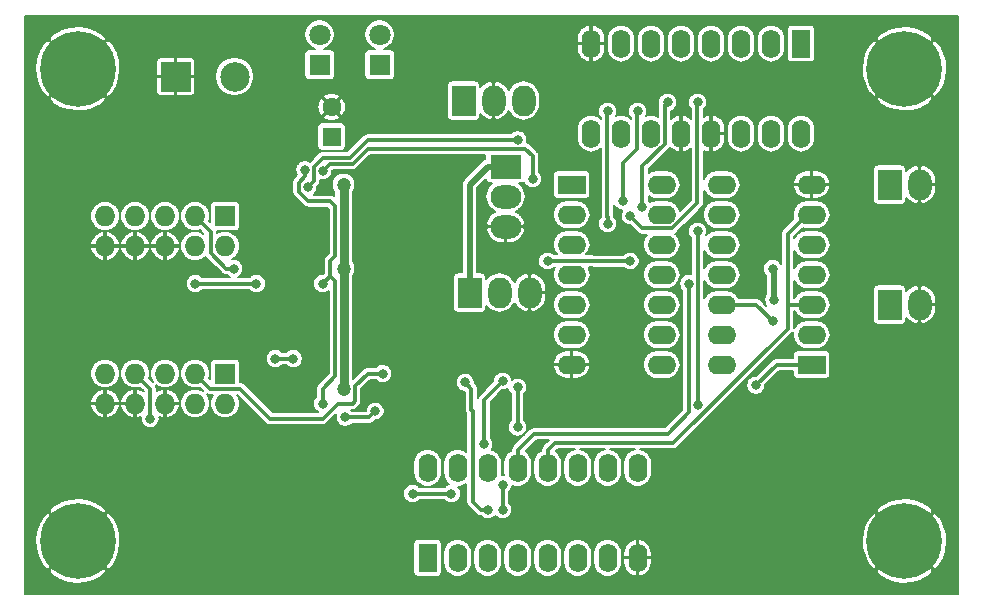
<source format=gtl>
%TF.GenerationSoftware,KiCad,Pcbnew,(5.0.0-rc2-dev-488-g86906b05e)*%
%TF.CreationDate,2018-05-18T00:39:14+02:00*%
%TF.ProjectId,ledbox,6C6564626F782E6B696361645F706362,rev?*%
%TF.SameCoordinates,Original*%
%TF.FileFunction,Copper,L1,Top,Signal*%
%TF.FilePolarity,Positive*%
%FSLAX46Y46*%
G04 Gerber Fmt 4.6, Leading zero omitted, Abs format (unit mm)*
G04 Created by KiCad (PCBNEW (5.0.0-rc2-dev-488-g86906b05e)) date Fri May 18 00:39:14 2018*
%MOMM*%
%LPD*%
G01*
G04 APERTURE LIST*
%TA.AperFunction,ComponentPad*%
%ADD10C,6.400000*%
%TD*%
%TA.AperFunction,ComponentPad*%
%ADD11C,0.800000*%
%TD*%
%TA.AperFunction,ComponentPad*%
%ADD12R,1.600000X1.600000*%
%TD*%
%TA.AperFunction,ComponentPad*%
%ADD13C,1.600000*%
%TD*%
%TA.AperFunction,ComponentPad*%
%ADD14R,1.800000X1.800000*%
%TD*%
%TA.AperFunction,ComponentPad*%
%ADD15C,1.800000*%
%TD*%
%TA.AperFunction,ComponentPad*%
%ADD16O,2.600000X2.000000*%
%TD*%
%TA.AperFunction,ComponentPad*%
%ADD17R,2.600000X2.000000*%
%TD*%
%TA.AperFunction,ComponentPad*%
%ADD18R,2.500000X2.500000*%
%TD*%
%TA.AperFunction,ComponentPad*%
%ADD19C,2.500000*%
%TD*%
%TA.AperFunction,ComponentPad*%
%ADD20R,2.000000X2.600000*%
%TD*%
%TA.AperFunction,ComponentPad*%
%ADD21O,2.000000X2.600000*%
%TD*%
%TA.AperFunction,ComponentPad*%
%ADD22R,1.600000X2.400000*%
%TD*%
%TA.AperFunction,ComponentPad*%
%ADD23O,1.600000X2.400000*%
%TD*%
%TA.AperFunction,ComponentPad*%
%ADD24R,2.400000X1.600000*%
%TD*%
%TA.AperFunction,ComponentPad*%
%ADD25O,2.400000X1.600000*%
%TD*%
%TA.AperFunction,ComponentPad*%
%ADD26O,1.727200X1.727200*%
%TD*%
%TA.AperFunction,ComponentPad*%
%ADD27R,1.727200X1.727200*%
%TD*%
%TA.AperFunction,ViaPad*%
%ADD28C,0.500000*%
%TD*%
%TA.AperFunction,ViaPad*%
%ADD29C,0.800000*%
%TD*%
%TA.AperFunction,ViaPad*%
%ADD30C,1.200000*%
%TD*%
%TA.AperFunction,Conductor*%
%ADD31C,0.500000*%
%TD*%
%TA.AperFunction,Conductor*%
%ADD32C,0.750000*%
%TD*%
%TA.AperFunction,Conductor*%
%ADD33C,0.300000*%
%TD*%
%TA.AperFunction,Conductor*%
%ADD34C,0.200000*%
%TD*%
G04 APERTURE END LIST*
D10*
%TO.P,REF\002A\002A,1*%
%TO.N,GND*%
X105000000Y-105000000D03*
D11*
%TO.N,N/C*%
X107400000Y-105000000D03*
X106697056Y-106697056D03*
X105000000Y-107400000D03*
X103302944Y-106697056D03*
X102600000Y-105000000D03*
X103302944Y-103302944D03*
X105000000Y-102600000D03*
X106697056Y-103302944D03*
%TD*%
%TO.P,REF\002A\002A,1*%
%TO.N,N/C*%
X106697056Y-143302944D03*
X105000000Y-142600000D03*
X103302944Y-143302944D03*
X102600000Y-145000000D03*
X103302944Y-146697056D03*
X105000000Y-147400000D03*
X106697056Y-146697056D03*
X107400000Y-145000000D03*
D10*
%TO.N,GND*%
X105000000Y-145000000D03*
%TD*%
%TO.P,REF\002A\002A,1*%
%TO.N,GND*%
X175000000Y-145000000D03*
D11*
%TO.N,N/C*%
X177400000Y-145000000D03*
X176697056Y-146697056D03*
X175000000Y-147400000D03*
X173302944Y-146697056D03*
X172600000Y-145000000D03*
X173302944Y-143302944D03*
X175000000Y-142600000D03*
X176697056Y-143302944D03*
%TD*%
%TO.P,REF\002A\002A,1*%
%TO.N,N/C*%
X176697056Y-103302944D03*
X175000000Y-102600000D03*
X173302944Y-103302944D03*
X172600000Y-105000000D03*
X173302944Y-106697056D03*
X175000000Y-107400000D03*
X176697056Y-106697056D03*
X177400000Y-105000000D03*
D10*
%TO.N,GND*%
X175000000Y-105000000D03*
%TD*%
D12*
%TO.P,C101,1*%
%TO.N,+5V*%
X126492000Y-110744000D03*
D13*
%TO.P,C101,2*%
%TO.N,GND*%
X126492000Y-108244000D03*
%TD*%
D14*
%TO.P,D201,1*%
%TO.N,Net-(D201-Pad1)*%
X130556000Y-104648000D03*
D15*
%TO.P,D201,2*%
%TO.N,+5V*%
X130556000Y-102108000D03*
%TD*%
%TO.P,D202,2*%
%TO.N,+5V*%
X125476000Y-102108000D03*
D14*
%TO.P,D202,1*%
%TO.N,Net-(D202-Pad1)*%
X125476000Y-104648000D03*
%TD*%
D16*
%TO.P,J101,3*%
%TO.N,GND*%
X141224000Y-118364000D03*
%TO.P,J101,2*%
%TO.N,/Logic/ADD_IN*%
X141224000Y-115824000D03*
D17*
%TO.P,J101,1*%
%TO.N,+5V*%
X141224000Y-113284000D03*
%TD*%
D18*
%TO.P,J102,1*%
%TO.N,GND*%
X113284000Y-105664000D03*
D19*
%TO.P,J102,2*%
%TO.N,+5V*%
X118284000Y-105664000D03*
%TD*%
D20*
%TO.P,J104,1*%
%TO.N,+5V*%
X138176000Y-123952000D03*
D21*
%TO.P,J104,2*%
%TO.N,/Logic/ADD_OUT*%
X140716000Y-123952000D03*
%TO.P,J104,3*%
%TO.N,GND*%
X143256000Y-123952000D03*
%TD*%
D20*
%TO.P,J301,1*%
%TO.N,Net-(J301-Pad1)*%
X173736000Y-114808000D03*
D21*
%TO.P,J301,2*%
%TO.N,GND*%
X176276000Y-114808000D03*
%TD*%
%TO.P,J401,2*%
%TO.N,GND*%
X176276000Y-124968000D03*
D20*
%TO.P,J401,1*%
%TO.N,Net-(J401-Pad1)*%
X173736000Y-124968000D03*
%TD*%
%TO.P,J501,1*%
%TO.N,/Interface/IR_LED_DRV*%
X137668000Y-107696000D03*
D21*
%TO.P,J501,2*%
%TO.N,GND*%
X140208000Y-107696000D03*
%TO.P,J501,3*%
%TO.N,/Interface/IR_LED_DRV*%
X142748000Y-107696000D03*
%TD*%
D22*
%TO.P,U201,1*%
%TO.N,+5V*%
X166243000Y-102870000D03*
D23*
%TO.P,U201,9*%
%TO.N,/LED_LOAD*%
X148463000Y-110490000D03*
%TO.P,U201,2*%
%TO.N,Net-(TP203-Pad1)*%
X163703000Y-102870000D03*
%TO.P,U201,10*%
%TO.N,Net-(U201-Pad10)*%
X151003000Y-110490000D03*
%TO.P,U201,3*%
%TO.N,/Logic/LED_INDICATOR*%
X161163000Y-102870000D03*
%TO.P,U201,11*%
%TO.N,Net-(U201-Pad11)*%
X153543000Y-110490000D03*
%TO.P,U201,4*%
%TO.N,/Logic/LED_OUT*%
X158623000Y-102870000D03*
%TO.P,U201,12*%
%TO.N,GND*%
X156083000Y-110490000D03*
%TO.P,U201,5*%
%TO.N,/Logic/LED_OUT_ADD*%
X156083000Y-102870000D03*
%TO.P,U201,13*%
%TO.N,GND*%
X158623000Y-110490000D03*
%TO.P,U201,6*%
%TO.N,/Logic/LED_INDICATOR_ADD*%
X153543000Y-102870000D03*
%TO.P,U201,14*%
%TO.N,Net-(U201-Pad14)*%
X161163000Y-110490000D03*
%TO.P,U201,7*%
%TO.N,Net-(TP205-Pad1)*%
X151003000Y-102870000D03*
%TO.P,U201,15*%
%TO.N,Net-(U201-Pad15)*%
X163703000Y-110490000D03*
%TO.P,U201,8*%
%TO.N,GND*%
X148463000Y-102870000D03*
%TO.P,U201,16*%
%TO.N,+5V*%
X166243000Y-110490000D03*
%TD*%
%TO.P,U202,16*%
%TO.N,+5V*%
X134620000Y-138797000D03*
%TO.P,U202,8*%
%TO.N,GND*%
X152400000Y-146417000D03*
%TO.P,U202,15*%
%TO.N,Net-(JP204-Pad1)*%
X137160000Y-138797000D03*
%TO.P,U202,7*%
%TO.N,/Logic/LED_OUT_ADD*%
X149860000Y-146417000D03*
%TO.P,U202,14*%
%TO.N,Net-(U202-Pad14)*%
X139700000Y-138797000D03*
%TO.P,U202,6*%
%TO.N,Net-(U202-Pad6)*%
X147320000Y-146417000D03*
%TO.P,U202,13*%
%TO.N,/Logic/button_mux_add/BTN_OUT*%
X142240000Y-138797000D03*
%TO.P,U202,5*%
%TO.N,/Logic/LED_OUT*%
X144780000Y-146417000D03*
%TO.P,U202,12*%
%TO.N,/Logic/button_mux/BTN_OUT*%
X144780000Y-138797000D03*
%TO.P,U202,4*%
%TO.N,/LED_DATA_IN*%
X142240000Y-146417000D03*
%TO.P,U202,11*%
%TO.N,Net-(U202-Pad11)*%
X147320000Y-138797000D03*
%TO.P,U202,3*%
%TO.N,Net-(U202-Pad3)*%
X139700000Y-146417000D03*
%TO.P,U202,10*%
%TO.N,/Logic/BTN_OUT*%
X149860000Y-138797000D03*
%TO.P,U202,2*%
%TO.N,/Logic/LED_OUT*%
X137160000Y-146417000D03*
%TO.P,U202,9*%
%TO.N,/CLK*%
X152400000Y-138797000D03*
D22*
%TO.P,U202,1*%
%TO.N,+5V*%
X134620000Y-146417000D03*
%TD*%
D24*
%TO.P,U203,1*%
%TO.N,/IR_CLK*%
X146812000Y-114808000D03*
D25*
%TO.P,U203,8*%
%TO.N,Net-(TP303-Pad1)*%
X154432000Y-130048000D03*
%TO.P,U203,2*%
%TO.N,Net-(TP203-Pad1)*%
X146812000Y-117348000D03*
%TO.P,U203,9*%
%TO.N,/BTN_LOAD*%
X154432000Y-127508000D03*
%TO.P,U203,3*%
%TO.N,/Logic/IR_LED*%
X146812000Y-119888000D03*
%TO.P,U203,10*%
%TO.N,/BTN_LOAD*%
X154432000Y-124968000D03*
%TO.P,U203,4*%
%TO.N,/Logic/ADD_IN*%
X146812000Y-122428000D03*
%TO.P,U203,11*%
%TO.N,Net-(TP403-Pad1)*%
X154432000Y-122428000D03*
%TO.P,U203,5*%
%TO.N,Net-(TP205-Pad1)*%
X146812000Y-124968000D03*
%TO.P,U203,12*%
%TO.N,/BTN_LOAD*%
X154432000Y-119888000D03*
%TO.P,U203,6*%
%TO.N,/Logic/ADD_OUT*%
X146812000Y-127508000D03*
%TO.P,U203,13*%
%TO.N,/BTN_LOAD*%
X154432000Y-117348000D03*
%TO.P,U203,7*%
%TO.N,GND*%
X146812000Y-130048000D03*
%TO.P,U203,14*%
%TO.N,+5V*%
X154432000Y-114808000D03*
%TD*%
%TO.P,U204,14*%
%TO.N,+5V*%
X159512000Y-130048000D03*
%TO.P,U204,7*%
%TO.N,GND*%
X167132000Y-114808000D03*
%TO.P,U204,13*%
%TO.N,/BTN_LOAD*%
X159512000Y-127508000D03*
%TO.P,U204,6*%
%TO.N,/Logic/button_mux/BTN_OUT*%
X167132000Y-117348000D03*
%TO.P,U204,12*%
%TO.N,Net-(JP401-Pad2)*%
X159512000Y-124968000D03*
%TO.P,U204,5*%
%TO.N,Net-(JP301-Pad2)*%
X167132000Y-119888000D03*
%TO.P,U204,11*%
%TO.N,/Logic/button_mux_add/BTN_OUT*%
X159512000Y-122428000D03*
%TO.P,U204,4*%
%TO.N,/BTN_LOAD*%
X167132000Y-122428000D03*
%TO.P,U204,10*%
%TO.N,Net-(TP403-Pad1)*%
X159512000Y-119888000D03*
%TO.P,U204,3*%
%TO.N,/Logic/button_mux/BTN_OUT*%
X167132000Y-124968000D03*
%TO.P,U204,9*%
%TO.N,/Logic/BTN_OUT*%
X159512000Y-117348000D03*
%TO.P,U204,2*%
%TO.N,/BTN_DATA_IN*%
X167132000Y-127508000D03*
%TO.P,U204,8*%
%TO.N,/Logic/button_mux_add/BTN_OUT*%
X159512000Y-114808000D03*
D24*
%TO.P,U204,1*%
%TO.N,Net-(TP303-Pad1)*%
X167132000Y-130048000D03*
%TD*%
D26*
%TO.P,J103,10*%
%TO.N,GND*%
X107315000Y-120015000D03*
%TO.P,J103,9*%
%TO.N,/CLK*%
X107315000Y-117475000D03*
%TO.P,J103,8*%
%TO.N,GND*%
X109855000Y-120015000D03*
%TO.P,J103,7*%
%TO.N,/RGB_IN*%
X109855000Y-117475000D03*
%TO.P,J103,6*%
%TO.N,GND*%
X112395000Y-120015000D03*
%TO.P,J103,5*%
%TO.N,/IR_CLK*%
X112395000Y-117475000D03*
%TO.P,J103,4*%
%TO.N,/BTN_LOAD*%
X114935000Y-120015000D03*
%TO.P,J103,3*%
%TO.N,/BTN_DATA_OUT*%
X114935000Y-117475000D03*
%TO.P,J103,2*%
%TO.N,/LED_LOAD*%
X117475000Y-120015000D03*
D27*
%TO.P,J103,1*%
%TO.N,/LED_DATA_IN*%
X117475000Y-117475000D03*
%TD*%
%TO.P,J105,1*%
%TO.N,/LED_DATA_OUT*%
X117475000Y-130810000D03*
D26*
%TO.P,J105,2*%
%TO.N,/LED_LOAD*%
X117475000Y-133350000D03*
%TO.P,J105,3*%
%TO.N,/BTN_DATA_IN*%
X114935000Y-130810000D03*
%TO.P,J105,4*%
%TO.N,/BTN_LOAD*%
X114935000Y-133350000D03*
%TO.P,J105,5*%
%TO.N,/IR_CLK*%
X112395000Y-130810000D03*
%TO.P,J105,6*%
%TO.N,GND*%
X112395000Y-133350000D03*
%TO.P,J105,7*%
%TO.N,/RGB_OUT*%
X109855000Y-130810000D03*
%TO.P,J105,8*%
%TO.N,GND*%
X109855000Y-133350000D03*
%TO.P,J105,9*%
%TO.N,/CLK*%
X107315000Y-130810000D03*
%TO.P,J105,10*%
%TO.N,GND*%
X107315000Y-133350000D03*
%TD*%
D28*
%TO.N,GND*%
X124333000Y-119761000D03*
X125349000Y-119126000D03*
X124333000Y-120777000D03*
X113792000Y-122428000D03*
X119380000Y-131064000D03*
X119380000Y-134112000D03*
X143510000Y-104140000D03*
X139700000Y-104140000D03*
X125095000Y-106680000D03*
X142748000Y-101092000D03*
X138684000Y-101092000D03*
X134620000Y-101092000D03*
X130175000Y-109855000D03*
X117475000Y-124460000D03*
X125730000Y-128270000D03*
X128905000Y-128270000D03*
X141605000Y-136525000D03*
X134620000Y-135890000D03*
X132715000Y-135890000D03*
X162560000Y-116205000D03*
X162560000Y-120015000D03*
X152400000Y-126365000D03*
X152400000Y-128905000D03*
X151130000Y-131445000D03*
X154305000Y-133985000D03*
X152400000Y-133985000D03*
X169545000Y-106680000D03*
X168275000Y-107950000D03*
X168275000Y-105410000D03*
X165100000Y-131445000D03*
X165100000Y-128905000D03*
X125666500Y-121920000D03*
X124460000Y-121793000D03*
X148590000Y-115570000D03*
X148590000Y-114300000D03*
X126365000Y-106680000D03*
X128270000Y-108585000D03*
X124460000Y-117475000D03*
X123190000Y-118110000D03*
X121920000Y-118110000D03*
X120650000Y-117475000D03*
X120650000Y-116205000D03*
X120650000Y-127635000D03*
X124460000Y-126365000D03*
X120650000Y-126365000D03*
X124460000Y-127000000D03*
X124460000Y-136525000D03*
X123190000Y-137795000D03*
X121920000Y-137795000D03*
X120650000Y-137160000D03*
X120396000Y-136144000D03*
X132080000Y-144145000D03*
X132080000Y-140970000D03*
X130810000Y-141605000D03*
X130810000Y-143510000D03*
X176530000Y-120015000D03*
X176530000Y-121285000D03*
X175260000Y-121285000D03*
X176530000Y-130175000D03*
X176530000Y-131445000D03*
X175260000Y-131445000D03*
X177800000Y-128270000D03*
X176530000Y-128270000D03*
X177800000Y-111760000D03*
X175895000Y-111760000D03*
X149225000Y-104775000D03*
X147320000Y-104775000D03*
X158750000Y-107950000D03*
X156210000Y-107950000D03*
D29*
%TO.N,+5V*%
X163830000Y-121920000D03*
X163925331Y-124555331D03*
D30*
X127508000Y-121920000D03*
X127508000Y-132080000D03*
X127508000Y-114808000D03*
D28*
%TO.N,GND*%
X135255000Y-104140000D03*
X127635000Y-106680000D03*
X139065000Y-105410000D03*
X140970000Y-105410000D03*
X131064000Y-116840000D03*
X129540000Y-117348000D03*
X129032000Y-118364000D03*
X129032000Y-119380000D03*
X131572000Y-115824000D03*
X130556000Y-122936000D03*
X132080000Y-122936000D03*
X134112000Y-122936000D03*
X135636000Y-122936000D03*
X115824000Y-121920000D03*
X124460000Y-130810000D03*
X124460000Y-132080000D03*
X125730000Y-114935000D03*
D29*
%TO.N,/BTN_LOAD*%
X151765000Y-121285000D03*
X114935000Y-123190000D03*
X120130000Y-123190000D03*
X144780000Y-121285000D03*
%TO.N,/BTN_DATA_OUT*%
X118225000Y-121920000D03*
X123241500Y-129540000D03*
X121741500Y-129540000D03*
%TO.N,/LED_DATA_IN*%
X137795000Y-131560000D03*
X139700000Y-142355000D03*
%TO.N,/CLK*%
X133350000Y-140970000D03*
X136640000Y-140970000D03*
%TO.N,/IR_CLK*%
X125730000Y-113665000D03*
X143510000Y-114300000D03*
%TO.N,/RGB_IN*%
X124229999Y-113550000D03*
X125730000Y-123190000D03*
X125730000Y-133350000D03*
%TO.N,/LED_LOAD*%
X124460000Y-115050000D03*
X142240000Y-111010000D03*
%TO.N,/RGB_OUT*%
X111125000Y-134620000D03*
%TO.N,/LED_DATA_OUT*%
X130175000Y-133985000D03*
X127635000Y-134505000D03*
%TO.N,/BTN_DATA_IN*%
X130810000Y-130810000D03*
%TO.N,/Logic/LED_OUT*%
X157480000Y-107835000D03*
X151765000Y-117475000D03*
X140970000Y-131445000D03*
X139401469Y-136815068D03*
%TO.N,/Logic/LED_OUT_ADD*%
X154940000Y-107835000D03*
X152784592Y-116712410D03*
X142240000Y-131965000D03*
X142240000Y-135362002D03*
X140970000Y-142355000D03*
X140970000Y-140220000D03*
%TO.N,/Logic/BTN_OUT*%
X157480000Y-118745000D03*
X157480000Y-133465000D03*
%TO.N,Net-(JP401-Pad2)*%
X163830000Y-126365000D03*
%TO.N,Net-(TP203-Pad1)*%
X152400000Y-108585000D03*
X151130000Y-116205000D03*
%TO.N,Net-(TP205-Pad1)*%
X149860000Y-108585000D03*
X149860000Y-118110000D03*
%TO.N,Net-(TP303-Pad1)*%
X162404669Y-131809669D03*
%TO.N,/Logic/button_mux_add/BTN_OUT*%
X156730000Y-123190000D03*
%TD*%
D31*
%TO.N,+5V*%
X163925331Y-124555331D02*
X163925331Y-122015331D01*
X163925331Y-122015331D02*
X163830000Y-121920000D01*
X139700000Y-113284000D02*
X141224000Y-113284000D01*
X138176000Y-123952000D02*
X138176000Y-117475000D01*
X139700000Y-113284000D02*
X138176000Y-114808000D01*
X138176000Y-114808000D02*
X138176000Y-117475000D01*
D32*
X127508000Y-114808000D02*
X127508000Y-121920000D01*
X127508000Y-121920000D02*
X127508000Y-124968000D01*
X127508000Y-124968000D02*
X127508000Y-132080000D01*
D33*
%TO.N,/BTN_LOAD*%
X151765000Y-121285000D02*
X149225000Y-121285000D01*
X120130000Y-123190000D02*
X114935000Y-123190000D01*
X149225000Y-121285000D02*
X148659315Y-121285000D01*
X148659315Y-121285000D02*
X148652305Y-121277990D01*
X148652305Y-121277990D02*
X144787010Y-121277990D01*
X144787010Y-121277990D02*
X144780000Y-121285000D01*
%TO.N,/BTN_DATA_OUT*%
X123241500Y-129540000D02*
X121741500Y-129540000D01*
X116261399Y-120597529D02*
X117583870Y-121920000D01*
X116261399Y-118801399D02*
X116261399Y-120597529D01*
X117583870Y-121920000D02*
X118225000Y-121920000D01*
X114935000Y-117475000D02*
X116261399Y-118801399D01*
%TO.N,/LED_DATA_IN*%
X138430000Y-141650685D02*
X138430000Y-133985000D01*
X138315000Y-132080000D02*
X138315000Y-133870000D01*
X138315000Y-133870000D02*
X138430000Y-133985000D01*
X137795000Y-131560000D02*
X138315000Y-132080000D01*
X139700000Y-142355000D02*
X139134315Y-142355000D01*
X139134315Y-142355000D02*
X138430000Y-141650685D01*
%TO.N,/CLK*%
X136640000Y-140970000D02*
X133350000Y-140970000D01*
%TO.N,/IR_CLK*%
X126365000Y-113030000D02*
X125730000Y-113665000D01*
X142875000Y-111760000D02*
X129540000Y-111760000D01*
X126365000Y-113030000D02*
X128270000Y-113030000D01*
X128270000Y-113030000D02*
X129540000Y-111760000D01*
X143510000Y-112395000D02*
X142875000Y-111760000D01*
X143510000Y-112639998D02*
X143510000Y-112395000D01*
X143510000Y-114300000D02*
X143510000Y-112639998D01*
%TO.N,/RGB_IN*%
X123709999Y-115410001D02*
X124504998Y-116205000D01*
X123709999Y-114635685D02*
X123709999Y-115410001D01*
X124229999Y-114115685D02*
X123709999Y-114635685D01*
X124229999Y-113550000D02*
X124229999Y-114115685D01*
X124504998Y-116205000D02*
X125730000Y-116205000D01*
X126365000Y-116205000D02*
X126782990Y-116622990D01*
X125730000Y-116205000D02*
X126365000Y-116205000D01*
X126782990Y-116622990D02*
X126782990Y-120867010D01*
X126782990Y-120867010D02*
X126365000Y-121285000D01*
X126365000Y-122555000D02*
X125730000Y-123190000D01*
X126365000Y-121285000D02*
X126365000Y-122555000D01*
X126365000Y-122555000D02*
X126782990Y-122972990D01*
X126782990Y-122972990D02*
X126782990Y-124667692D01*
X126782990Y-124667692D02*
X126782990Y-130175000D01*
X126782990Y-130175000D02*
X126782990Y-131027010D01*
X125730000Y-132080000D02*
X125730000Y-133350000D01*
X126782990Y-131027010D02*
X125730000Y-132080000D01*
%TO.N,/LED_LOAD*%
X124979999Y-113304999D02*
X124979999Y-114530001D01*
X124979999Y-114530001D02*
X124460000Y-115050000D01*
X124979999Y-113304999D02*
X125755008Y-112529990D01*
X125755008Y-112529990D02*
X128062890Y-112529990D01*
X128062890Y-112529990D02*
X129582880Y-111010000D01*
X129582880Y-111010000D02*
X142240000Y-111010000D01*
%TO.N,/RGB_OUT*%
X111125000Y-132080000D02*
X111125000Y-134620000D01*
X109855000Y-130810000D02*
X111125000Y-132080000D01*
%TO.N,/LED_DATA_OUT*%
X129655000Y-134505000D02*
X130175000Y-133985000D01*
X127635000Y-134505000D02*
X129655000Y-134505000D01*
%TO.N,/BTN_DATA_IN*%
X121285000Y-134620000D02*
X118745000Y-132080000D01*
X128270000Y-133350000D02*
X127000000Y-133350000D01*
X127000000Y-133350000D02*
X125730000Y-134620000D01*
X130810000Y-130810000D02*
X129540000Y-130810000D01*
X125730000Y-134620000D02*
X121285000Y-134620000D01*
X128458001Y-131891999D02*
X128458001Y-133161999D01*
X129540000Y-130810000D02*
X128458001Y-131891999D01*
X118745000Y-132080000D02*
X116205000Y-132080000D01*
X128458001Y-133161999D02*
X128270000Y-133350000D01*
X116205000Y-132080000D02*
X114935000Y-130810000D01*
%TO.N,/Logic/LED_OUT*%
X151765000Y-117475000D02*
X152788010Y-118498010D01*
X152788010Y-118498010D02*
X155308349Y-118498010D01*
X155308349Y-118498010D02*
X157472990Y-116333369D01*
X157472990Y-116333369D02*
X157472990Y-107842010D01*
X157472990Y-107842010D02*
X157480000Y-107835000D01*
X139401469Y-136815068D02*
X139401469Y-133013531D01*
X139401469Y-133013531D02*
X140970000Y-131445000D01*
%TO.N,/Logic/LED_OUT_ADD*%
X152784592Y-116712410D02*
X152784592Y-113274767D01*
X152784592Y-113274767D02*
X154693010Y-111366349D01*
X154693010Y-111366349D02*
X154693010Y-108081990D01*
X154693010Y-108081990D02*
X154940000Y-107835000D01*
X142240000Y-135362002D02*
X142240000Y-131965000D01*
X140970000Y-140220000D02*
X140970000Y-142355000D01*
%TO.N,/Logic/BTN_OUT*%
X157480000Y-133465000D02*
X157480000Y-118745000D01*
%TO.N,Net-(JP401-Pad2)*%
X159512000Y-124968000D02*
X162433000Y-124968000D01*
X162433000Y-124968000D02*
X163830000Y-126365000D01*
%TO.N,Net-(TP203-Pad1)*%
X152392990Y-111760000D02*
X152392990Y-108592010D01*
X151130000Y-116205000D02*
X151130000Y-113022990D01*
X151130000Y-113022990D02*
X152392990Y-111760000D01*
X152392990Y-108592010D02*
X152400000Y-108585000D01*
%TO.N,Net-(TP205-Pad1)*%
X149860000Y-118110000D02*
X149860000Y-117544315D01*
X149860000Y-117544315D02*
X149852990Y-117537305D01*
X149852990Y-117537305D02*
X149852990Y-108592010D01*
X149852990Y-108592010D02*
X149860000Y-108585000D01*
%TO.N,Net-(TP303-Pad1)*%
X162404669Y-131809669D02*
X164166338Y-130048000D01*
X164166338Y-130048000D02*
X167132000Y-130048000D01*
%TO.N,/Logic/button_mux/BTN_OUT*%
X144780000Y-138797000D02*
X144780000Y-137297000D01*
X145415000Y-136662000D02*
X155438000Y-136662000D01*
X144780000Y-137297000D02*
X145415000Y-136662000D01*
X165100000Y-127000000D02*
X165100000Y-126365000D01*
X155438000Y-136662000D02*
X165100000Y-127000000D01*
X165100000Y-126365000D02*
X165100000Y-125095000D01*
X165100000Y-125095000D02*
X165100000Y-123336000D01*
X167132000Y-124968000D02*
X165227000Y-124968000D01*
X165227000Y-124968000D02*
X165100000Y-125095000D01*
X165100000Y-123336000D02*
X165100000Y-118980000D01*
X165100000Y-118980000D02*
X166732000Y-117348000D01*
X166732000Y-117348000D02*
X167132000Y-117348000D01*
X167132000Y-124968000D02*
X166732000Y-124968000D01*
%TO.N,/Logic/button_mux_add/BTN_OUT*%
X156729999Y-133825001D02*
X156729999Y-123190001D01*
X156729999Y-123190001D02*
X156730000Y-123190000D01*
X154940000Y-135890000D02*
X156729999Y-134100001D01*
X156729999Y-134100001D02*
X156729999Y-133825001D01*
X143647000Y-135890000D02*
X154940000Y-135890000D01*
X142240000Y-138797000D02*
X142240000Y-137297000D01*
X142240000Y-137297000D02*
X143647000Y-135890000D01*
%TD*%
D34*
%TO.N,GND*%
G36*
X179500001Y-149500000D02*
X100500000Y-149500000D01*
X100500000Y-144907956D01*
X101383753Y-144907956D01*
X101435281Y-145615220D01*
X101623800Y-146298841D01*
X101942064Y-146932548D01*
X102044337Y-147085611D01*
X102477705Y-147451584D01*
X102701903Y-147227386D01*
X102772614Y-147298097D01*
X102548416Y-147522295D01*
X102914389Y-147955663D01*
X103531084Y-148305753D01*
X104204229Y-148528805D01*
X104907956Y-148616247D01*
X105615220Y-148564719D01*
X106298841Y-148376200D01*
X106932548Y-148057936D01*
X107085611Y-147955663D01*
X107451584Y-147522295D01*
X107227386Y-147298097D01*
X107298097Y-147227386D01*
X107522295Y-147451584D01*
X107955663Y-147085611D01*
X108305753Y-146468916D01*
X108528805Y-145795771D01*
X108600720Y-145217000D01*
X133418065Y-145217000D01*
X133418065Y-147617000D01*
X133425788Y-147695414D01*
X133448660Y-147770814D01*
X133485803Y-147840303D01*
X133535789Y-147901211D01*
X133596697Y-147951197D01*
X133666186Y-147988340D01*
X133741586Y-148011212D01*
X133820000Y-148018935D01*
X135420000Y-148018935D01*
X135498414Y-148011212D01*
X135573814Y-147988340D01*
X135643303Y-147951197D01*
X135704211Y-147901211D01*
X135754197Y-147840303D01*
X135791340Y-147770814D01*
X135814212Y-147695414D01*
X135821935Y-147617000D01*
X135821935Y-145958051D01*
X135960000Y-145958051D01*
X135960000Y-146875950D01*
X135977363Y-147052241D01*
X136045981Y-147278442D01*
X136157410Y-147486910D01*
X136307367Y-147669634D01*
X136490091Y-147819591D01*
X136698559Y-147931019D01*
X136924760Y-147999637D01*
X137160000Y-148022806D01*
X137395241Y-147999637D01*
X137621442Y-147931019D01*
X137829910Y-147819591D01*
X138012634Y-147669634D01*
X138162591Y-147486910D01*
X138274019Y-147278442D01*
X138342637Y-147052240D01*
X138360000Y-146875949D01*
X138360000Y-145958051D01*
X138500000Y-145958051D01*
X138500000Y-146875950D01*
X138517363Y-147052241D01*
X138585981Y-147278442D01*
X138697410Y-147486910D01*
X138847367Y-147669634D01*
X139030091Y-147819591D01*
X139238559Y-147931019D01*
X139464760Y-147999637D01*
X139700000Y-148022806D01*
X139935241Y-147999637D01*
X140161442Y-147931019D01*
X140369910Y-147819591D01*
X140552634Y-147669634D01*
X140702591Y-147486910D01*
X140814019Y-147278442D01*
X140882637Y-147052240D01*
X140900000Y-146875949D01*
X140900000Y-145958051D01*
X141040000Y-145958051D01*
X141040000Y-146875950D01*
X141057363Y-147052241D01*
X141125981Y-147278442D01*
X141237410Y-147486910D01*
X141387367Y-147669634D01*
X141570091Y-147819591D01*
X141778559Y-147931019D01*
X142004760Y-147999637D01*
X142240000Y-148022806D01*
X142475241Y-147999637D01*
X142701442Y-147931019D01*
X142909910Y-147819591D01*
X143092634Y-147669634D01*
X143242591Y-147486910D01*
X143354019Y-147278442D01*
X143422637Y-147052240D01*
X143440000Y-146875949D01*
X143440000Y-145958051D01*
X143580000Y-145958051D01*
X143580000Y-146875950D01*
X143597363Y-147052241D01*
X143665981Y-147278442D01*
X143777410Y-147486910D01*
X143927367Y-147669634D01*
X144110091Y-147819591D01*
X144318559Y-147931019D01*
X144544760Y-147999637D01*
X144780000Y-148022806D01*
X145015241Y-147999637D01*
X145241442Y-147931019D01*
X145449910Y-147819591D01*
X145632634Y-147669634D01*
X145782591Y-147486910D01*
X145894019Y-147278442D01*
X145962637Y-147052240D01*
X145980000Y-146875949D01*
X145980000Y-145958051D01*
X146120000Y-145958051D01*
X146120000Y-146875950D01*
X146137363Y-147052241D01*
X146205981Y-147278442D01*
X146317410Y-147486910D01*
X146467367Y-147669634D01*
X146650091Y-147819591D01*
X146858559Y-147931019D01*
X147084760Y-147999637D01*
X147320000Y-148022806D01*
X147555241Y-147999637D01*
X147781442Y-147931019D01*
X147989910Y-147819591D01*
X148172634Y-147669634D01*
X148322591Y-147486910D01*
X148434019Y-147278442D01*
X148502637Y-147052240D01*
X148520000Y-146875949D01*
X148520000Y-145958051D01*
X148660000Y-145958051D01*
X148660000Y-146875950D01*
X148677363Y-147052241D01*
X148745981Y-147278442D01*
X148857410Y-147486910D01*
X149007367Y-147669634D01*
X149190091Y-147819591D01*
X149398559Y-147931019D01*
X149624760Y-147999637D01*
X149860000Y-148022806D01*
X150095241Y-147999637D01*
X150321442Y-147931019D01*
X150529910Y-147819591D01*
X150712634Y-147669634D01*
X150862591Y-147486910D01*
X150974019Y-147278442D01*
X151042637Y-147052240D01*
X151060000Y-146875949D01*
X151060000Y-146467000D01*
X151200000Y-146467000D01*
X151200000Y-146867000D01*
X151232812Y-147100148D01*
X151310479Y-147322414D01*
X151430015Y-147525258D01*
X151586827Y-147700884D01*
X151774889Y-147842543D01*
X151986974Y-147944791D01*
X152163057Y-147993375D01*
X152350000Y-147915863D01*
X152350000Y-146467000D01*
X152450000Y-146467000D01*
X152450000Y-147915863D01*
X152636943Y-147993375D01*
X152813026Y-147944791D01*
X153025111Y-147842543D01*
X153213173Y-147700884D01*
X153369985Y-147525258D01*
X153489521Y-147322414D01*
X153567188Y-147100148D01*
X153600000Y-146867000D01*
X153600000Y-146467000D01*
X152450000Y-146467000D01*
X152350000Y-146467000D01*
X151200000Y-146467000D01*
X151060000Y-146467000D01*
X151060000Y-145967000D01*
X151200000Y-145967000D01*
X151200000Y-146367000D01*
X152350000Y-146367000D01*
X152350000Y-144918137D01*
X152450000Y-144918137D01*
X152450000Y-146367000D01*
X153600000Y-146367000D01*
X153600000Y-145967000D01*
X153567188Y-145733852D01*
X153489521Y-145511586D01*
X153369985Y-145308742D01*
X153213173Y-145133116D01*
X153025111Y-144991457D01*
X152851912Y-144907956D01*
X171383753Y-144907956D01*
X171435281Y-145615220D01*
X171623800Y-146298841D01*
X171942064Y-146932548D01*
X172044337Y-147085611D01*
X172477705Y-147451584D01*
X172701903Y-147227386D01*
X172772614Y-147298097D01*
X172548416Y-147522295D01*
X172914389Y-147955663D01*
X173531084Y-148305753D01*
X174204229Y-148528805D01*
X174907956Y-148616247D01*
X175615220Y-148564719D01*
X176298841Y-148376200D01*
X176932548Y-148057936D01*
X177085611Y-147955663D01*
X177451584Y-147522295D01*
X177227386Y-147298097D01*
X177298097Y-147227386D01*
X177522295Y-147451584D01*
X177955663Y-147085611D01*
X178305753Y-146468916D01*
X178528805Y-145795771D01*
X178616247Y-145092044D01*
X178564719Y-144384780D01*
X178376200Y-143701159D01*
X178057936Y-143067452D01*
X177955663Y-142914389D01*
X177522295Y-142548416D01*
X177298097Y-142772614D01*
X177227386Y-142701903D01*
X177451584Y-142477705D01*
X177085611Y-142044337D01*
X176468916Y-141694247D01*
X175795771Y-141471195D01*
X175092044Y-141383753D01*
X174384780Y-141435281D01*
X173701159Y-141623800D01*
X173067452Y-141942064D01*
X172914389Y-142044337D01*
X172548416Y-142477705D01*
X172772614Y-142701903D01*
X172701903Y-142772614D01*
X172477705Y-142548416D01*
X172044337Y-142914389D01*
X171694247Y-143531084D01*
X171471195Y-144204229D01*
X171383753Y-144907956D01*
X152851912Y-144907956D01*
X152813026Y-144889209D01*
X152636943Y-144840625D01*
X152450000Y-144918137D01*
X152350000Y-144918137D01*
X152163057Y-144840625D01*
X151986974Y-144889209D01*
X151774889Y-144991457D01*
X151586827Y-145133116D01*
X151430015Y-145308742D01*
X151310479Y-145511586D01*
X151232812Y-145733852D01*
X151200000Y-145967000D01*
X151060000Y-145967000D01*
X151060000Y-145958050D01*
X151042637Y-145781759D01*
X150974019Y-145555558D01*
X150862591Y-145347090D01*
X150712634Y-145164366D01*
X150529909Y-145014409D01*
X150321441Y-144902981D01*
X150095240Y-144834363D01*
X149860000Y-144811194D01*
X149624759Y-144834363D01*
X149398558Y-144902981D01*
X149190090Y-145014409D01*
X149007366Y-145164366D01*
X148857409Y-145347091D01*
X148745981Y-145555559D01*
X148677363Y-145781760D01*
X148660000Y-145958051D01*
X148520000Y-145958051D01*
X148520000Y-145958050D01*
X148502637Y-145781759D01*
X148434019Y-145555558D01*
X148322591Y-145347090D01*
X148172634Y-145164366D01*
X147989909Y-145014409D01*
X147781441Y-144902981D01*
X147555240Y-144834363D01*
X147320000Y-144811194D01*
X147084759Y-144834363D01*
X146858558Y-144902981D01*
X146650090Y-145014409D01*
X146467366Y-145164366D01*
X146317409Y-145347091D01*
X146205981Y-145555559D01*
X146137363Y-145781760D01*
X146120000Y-145958051D01*
X145980000Y-145958051D01*
X145980000Y-145958050D01*
X145962637Y-145781759D01*
X145894019Y-145555558D01*
X145782591Y-145347090D01*
X145632634Y-145164366D01*
X145449909Y-145014409D01*
X145241441Y-144902981D01*
X145015240Y-144834363D01*
X144780000Y-144811194D01*
X144544759Y-144834363D01*
X144318558Y-144902981D01*
X144110090Y-145014409D01*
X143927366Y-145164366D01*
X143777409Y-145347091D01*
X143665981Y-145555559D01*
X143597363Y-145781760D01*
X143580000Y-145958051D01*
X143440000Y-145958051D01*
X143440000Y-145958050D01*
X143422637Y-145781759D01*
X143354019Y-145555558D01*
X143242591Y-145347090D01*
X143092634Y-145164366D01*
X142909909Y-145014409D01*
X142701441Y-144902981D01*
X142475240Y-144834363D01*
X142240000Y-144811194D01*
X142004759Y-144834363D01*
X141778558Y-144902981D01*
X141570090Y-145014409D01*
X141387366Y-145164366D01*
X141237409Y-145347091D01*
X141125981Y-145555559D01*
X141057363Y-145781760D01*
X141040000Y-145958051D01*
X140900000Y-145958051D01*
X140900000Y-145958050D01*
X140882637Y-145781759D01*
X140814019Y-145555558D01*
X140702591Y-145347090D01*
X140552634Y-145164366D01*
X140369909Y-145014409D01*
X140161441Y-144902981D01*
X139935240Y-144834363D01*
X139700000Y-144811194D01*
X139464759Y-144834363D01*
X139238558Y-144902981D01*
X139030090Y-145014409D01*
X138847366Y-145164366D01*
X138697409Y-145347091D01*
X138585981Y-145555559D01*
X138517363Y-145781760D01*
X138500000Y-145958051D01*
X138360000Y-145958051D01*
X138360000Y-145958050D01*
X138342637Y-145781759D01*
X138274019Y-145555558D01*
X138162591Y-145347090D01*
X138012634Y-145164366D01*
X137829909Y-145014409D01*
X137621441Y-144902981D01*
X137395240Y-144834363D01*
X137160000Y-144811194D01*
X136924759Y-144834363D01*
X136698558Y-144902981D01*
X136490090Y-145014409D01*
X136307366Y-145164366D01*
X136157409Y-145347091D01*
X136045981Y-145555559D01*
X135977363Y-145781760D01*
X135960000Y-145958051D01*
X135821935Y-145958051D01*
X135821935Y-145217000D01*
X135814212Y-145138586D01*
X135791340Y-145063186D01*
X135754197Y-144993697D01*
X135704211Y-144932789D01*
X135643303Y-144882803D01*
X135573814Y-144845660D01*
X135498414Y-144822788D01*
X135420000Y-144815065D01*
X133820000Y-144815065D01*
X133741586Y-144822788D01*
X133666186Y-144845660D01*
X133596697Y-144882803D01*
X133535789Y-144932789D01*
X133485803Y-144993697D01*
X133448660Y-145063186D01*
X133425788Y-145138586D01*
X133418065Y-145217000D01*
X108600720Y-145217000D01*
X108616247Y-145092044D01*
X108564719Y-144384780D01*
X108376200Y-143701159D01*
X108057936Y-143067452D01*
X107955663Y-142914389D01*
X107522295Y-142548416D01*
X107298097Y-142772614D01*
X107227386Y-142701903D01*
X107451584Y-142477705D01*
X107085611Y-142044337D01*
X106468916Y-141694247D01*
X105795771Y-141471195D01*
X105092044Y-141383753D01*
X104384780Y-141435281D01*
X103701159Y-141623800D01*
X103067452Y-141942064D01*
X102914389Y-142044337D01*
X102548416Y-142477705D01*
X102772614Y-142701903D01*
X102701903Y-142772614D01*
X102477705Y-142548416D01*
X102044337Y-142914389D01*
X101694247Y-143531084D01*
X101471195Y-144204229D01*
X101383753Y-144907956D01*
X100500000Y-144907956D01*
X100500000Y-140891207D01*
X132550000Y-140891207D01*
X132550000Y-141048793D01*
X132580743Y-141203351D01*
X132641049Y-141348942D01*
X132728599Y-141479970D01*
X132840030Y-141591401D01*
X132971058Y-141678951D01*
X133116649Y-141739257D01*
X133271207Y-141770000D01*
X133428793Y-141770000D01*
X133583351Y-141739257D01*
X133728942Y-141678951D01*
X133859970Y-141591401D01*
X133931371Y-141520000D01*
X136058629Y-141520000D01*
X136130030Y-141591401D01*
X136261058Y-141678951D01*
X136406649Y-141739257D01*
X136561207Y-141770000D01*
X136718793Y-141770000D01*
X136873351Y-141739257D01*
X137018942Y-141678951D01*
X137149970Y-141591401D01*
X137261401Y-141479970D01*
X137348951Y-141348942D01*
X137409257Y-141203351D01*
X137440000Y-141048793D01*
X137440000Y-140891207D01*
X137409257Y-140736649D01*
X137348951Y-140591058D01*
X137261401Y-140460030D01*
X137200216Y-140398845D01*
X137395241Y-140379637D01*
X137621442Y-140311019D01*
X137829910Y-140199591D01*
X137880000Y-140158483D01*
X137880000Y-141623677D01*
X137877340Y-141650685D01*
X137880000Y-141677693D01*
X137880000Y-141677702D01*
X137887958Y-141758503D01*
X137919408Y-141862178D01*
X137970479Y-141957727D01*
X138039210Y-142041475D01*
X138060196Y-142058698D01*
X138726302Y-142724804D01*
X138743525Y-142745790D01*
X138764511Y-142763013D01*
X138827273Y-142814521D01*
X138922820Y-142865592D01*
X139026496Y-142897042D01*
X139107297Y-142905000D01*
X139107304Y-142905000D01*
X139119866Y-142906237D01*
X139190030Y-142976401D01*
X139321058Y-143063951D01*
X139466649Y-143124257D01*
X139621207Y-143155000D01*
X139778793Y-143155000D01*
X139933351Y-143124257D01*
X140078942Y-143063951D01*
X140209970Y-142976401D01*
X140321401Y-142864970D01*
X140335000Y-142844618D01*
X140348599Y-142864970D01*
X140460030Y-142976401D01*
X140591058Y-143063951D01*
X140736649Y-143124257D01*
X140891207Y-143155000D01*
X141048793Y-143155000D01*
X141203351Y-143124257D01*
X141348942Y-143063951D01*
X141479970Y-142976401D01*
X141591401Y-142864970D01*
X141678951Y-142733942D01*
X141739257Y-142588351D01*
X141770000Y-142433793D01*
X141770000Y-142276207D01*
X141739257Y-142121649D01*
X141678951Y-141976058D01*
X141591401Y-141845030D01*
X141520000Y-141773629D01*
X141520000Y-140801371D01*
X141591401Y-140729970D01*
X141678951Y-140598942D01*
X141739257Y-140453351D01*
X141768624Y-140305709D01*
X141778559Y-140311019D01*
X142004760Y-140379637D01*
X142240000Y-140402806D01*
X142475241Y-140379637D01*
X142701442Y-140311019D01*
X142909910Y-140199591D01*
X143092634Y-140049634D01*
X143242591Y-139866910D01*
X143354019Y-139658442D01*
X143422637Y-139432240D01*
X143440000Y-139255949D01*
X143440000Y-138338050D01*
X143422637Y-138161759D01*
X143354019Y-137935558D01*
X143242591Y-137727090D01*
X143092634Y-137544366D01*
X142915676Y-137399141D01*
X143874817Y-136440000D01*
X144859183Y-136440000D01*
X144410191Y-136888992D01*
X144389211Y-136906210D01*
X144371993Y-136927190D01*
X144371987Y-136927196D01*
X144320479Y-136989958D01*
X144289232Y-137048419D01*
X144269409Y-137085506D01*
X144237959Y-137189181D01*
X144236495Y-137204042D01*
X144227340Y-137297000D01*
X144230001Y-137324018D01*
X144230001Y-137330316D01*
X144110090Y-137394409D01*
X143927366Y-137544366D01*
X143777409Y-137727091D01*
X143665981Y-137935559D01*
X143597363Y-138161760D01*
X143580000Y-138338051D01*
X143580000Y-139255950D01*
X143597363Y-139432241D01*
X143665981Y-139658442D01*
X143777410Y-139866910D01*
X143927367Y-140049634D01*
X144110091Y-140199591D01*
X144318559Y-140311019D01*
X144544760Y-140379637D01*
X144780000Y-140402806D01*
X145015241Y-140379637D01*
X145241442Y-140311019D01*
X145449910Y-140199591D01*
X145632634Y-140049634D01*
X145782591Y-139866910D01*
X145894019Y-139658442D01*
X145962637Y-139432240D01*
X145980000Y-139255949D01*
X145980000Y-138338050D01*
X145962637Y-138161759D01*
X145894019Y-137935558D01*
X145782591Y-137727090D01*
X145632634Y-137544366D01*
X145455676Y-137399141D01*
X145642817Y-137212000D01*
X147108751Y-137212000D01*
X147084759Y-137214363D01*
X146858558Y-137282981D01*
X146650090Y-137394409D01*
X146467366Y-137544366D01*
X146317409Y-137727091D01*
X146205981Y-137935559D01*
X146137363Y-138161760D01*
X146120000Y-138338051D01*
X146120000Y-139255950D01*
X146137363Y-139432241D01*
X146205981Y-139658442D01*
X146317410Y-139866910D01*
X146467367Y-140049634D01*
X146650091Y-140199591D01*
X146858559Y-140311019D01*
X147084760Y-140379637D01*
X147320000Y-140402806D01*
X147555241Y-140379637D01*
X147781442Y-140311019D01*
X147989910Y-140199591D01*
X148172634Y-140049634D01*
X148322591Y-139866910D01*
X148434019Y-139658442D01*
X148502637Y-139432240D01*
X148520000Y-139255949D01*
X148520000Y-138338050D01*
X148502637Y-138161759D01*
X148434019Y-137935558D01*
X148322591Y-137727090D01*
X148172634Y-137544366D01*
X147989909Y-137394409D01*
X147781441Y-137282981D01*
X147555240Y-137214363D01*
X147531248Y-137212000D01*
X149648751Y-137212000D01*
X149624759Y-137214363D01*
X149398558Y-137282981D01*
X149190090Y-137394409D01*
X149007366Y-137544366D01*
X148857409Y-137727091D01*
X148745981Y-137935559D01*
X148677363Y-138161760D01*
X148660000Y-138338051D01*
X148660000Y-139255950D01*
X148677363Y-139432241D01*
X148745981Y-139658442D01*
X148857410Y-139866910D01*
X149007367Y-140049634D01*
X149190091Y-140199591D01*
X149398559Y-140311019D01*
X149624760Y-140379637D01*
X149860000Y-140402806D01*
X150095241Y-140379637D01*
X150321442Y-140311019D01*
X150529910Y-140199591D01*
X150712634Y-140049634D01*
X150862591Y-139866910D01*
X150974019Y-139658442D01*
X151042637Y-139432240D01*
X151060000Y-139255949D01*
X151060000Y-138338050D01*
X151042637Y-138161759D01*
X150974019Y-137935558D01*
X150862591Y-137727090D01*
X150712634Y-137544366D01*
X150529909Y-137394409D01*
X150321441Y-137282981D01*
X150095240Y-137214363D01*
X150071248Y-137212000D01*
X152188751Y-137212000D01*
X152164759Y-137214363D01*
X151938558Y-137282981D01*
X151730090Y-137394409D01*
X151547366Y-137544366D01*
X151397409Y-137727091D01*
X151285981Y-137935559D01*
X151217363Y-138161760D01*
X151200000Y-138338051D01*
X151200000Y-139255950D01*
X151217363Y-139432241D01*
X151285981Y-139658442D01*
X151397410Y-139866910D01*
X151547367Y-140049634D01*
X151730091Y-140199591D01*
X151938559Y-140311019D01*
X152164760Y-140379637D01*
X152400000Y-140402806D01*
X152635241Y-140379637D01*
X152861442Y-140311019D01*
X153069910Y-140199591D01*
X153252634Y-140049634D01*
X153402591Y-139866910D01*
X153514019Y-139658442D01*
X153582637Y-139432240D01*
X153600000Y-139255949D01*
X153600000Y-138338050D01*
X153582637Y-138161759D01*
X153514019Y-137935558D01*
X153402591Y-137727090D01*
X153252634Y-137544366D01*
X153069909Y-137394409D01*
X152861441Y-137282981D01*
X152635240Y-137214363D01*
X152611248Y-137212000D01*
X155410992Y-137212000D01*
X155438000Y-137214660D01*
X155465008Y-137212000D01*
X155465018Y-137212000D01*
X155545819Y-137204042D01*
X155649494Y-137172592D01*
X155745042Y-137121521D01*
X155828790Y-137052790D01*
X155846013Y-137031804D01*
X161146941Y-131730876D01*
X161604669Y-131730876D01*
X161604669Y-131888462D01*
X161635412Y-132043020D01*
X161695718Y-132188611D01*
X161783268Y-132319639D01*
X161894699Y-132431070D01*
X162025727Y-132518620D01*
X162171318Y-132578926D01*
X162325876Y-132609669D01*
X162483462Y-132609669D01*
X162638020Y-132578926D01*
X162783611Y-132518620D01*
X162914639Y-132431070D01*
X163026070Y-132319639D01*
X163113620Y-132188611D01*
X163173926Y-132043020D01*
X163204669Y-131888462D01*
X163204669Y-131787486D01*
X164394156Y-130598000D01*
X165530065Y-130598000D01*
X165530065Y-130848000D01*
X165537788Y-130926414D01*
X165560660Y-131001814D01*
X165597803Y-131071303D01*
X165647789Y-131132211D01*
X165708697Y-131182197D01*
X165778186Y-131219340D01*
X165853586Y-131242212D01*
X165932000Y-131249935D01*
X168332000Y-131249935D01*
X168410414Y-131242212D01*
X168485814Y-131219340D01*
X168555303Y-131182197D01*
X168616211Y-131132211D01*
X168666197Y-131071303D01*
X168703340Y-131001814D01*
X168726212Y-130926414D01*
X168733935Y-130848000D01*
X168733935Y-129248000D01*
X168726212Y-129169586D01*
X168703340Y-129094186D01*
X168666197Y-129024697D01*
X168616211Y-128963789D01*
X168555303Y-128913803D01*
X168485814Y-128876660D01*
X168410414Y-128853788D01*
X168332000Y-128846065D01*
X165932000Y-128846065D01*
X165853586Y-128853788D01*
X165778186Y-128876660D01*
X165708697Y-128913803D01*
X165647789Y-128963789D01*
X165597803Y-129024697D01*
X165560660Y-129094186D01*
X165537788Y-129169586D01*
X165530065Y-129248000D01*
X165530065Y-129498000D01*
X164193345Y-129498000D01*
X164166337Y-129495340D01*
X164139329Y-129498000D01*
X164139320Y-129498000D01*
X164058519Y-129505958D01*
X163954844Y-129537408D01*
X163859296Y-129588479D01*
X163859294Y-129588480D01*
X163859295Y-129588480D01*
X163796533Y-129639987D01*
X163796528Y-129639992D01*
X163775548Y-129657210D01*
X163758330Y-129678190D01*
X162426852Y-131009669D01*
X162325876Y-131009669D01*
X162171318Y-131040412D01*
X162025727Y-131100718D01*
X161894699Y-131188268D01*
X161783268Y-131299699D01*
X161695718Y-131430727D01*
X161635412Y-131576318D01*
X161604669Y-131730876D01*
X161146941Y-131730876D01*
X165469810Y-127408008D01*
X165490790Y-127390790D01*
X165508008Y-127369810D01*
X165508013Y-127369805D01*
X165544141Y-127325783D01*
X165526194Y-127508000D01*
X165549363Y-127743241D01*
X165617981Y-127969442D01*
X165729409Y-128177910D01*
X165879366Y-128360634D01*
X166062090Y-128510591D01*
X166270558Y-128622019D01*
X166496759Y-128690637D01*
X166673050Y-128708000D01*
X167590950Y-128708000D01*
X167767241Y-128690637D01*
X167993442Y-128622019D01*
X168201910Y-128510591D01*
X168384634Y-128360634D01*
X168534591Y-128177910D01*
X168646019Y-127969442D01*
X168714637Y-127743241D01*
X168737806Y-127508000D01*
X168714637Y-127272759D01*
X168646019Y-127046558D01*
X168534591Y-126838090D01*
X168384634Y-126655366D01*
X168201910Y-126505409D01*
X167993442Y-126393981D01*
X167767241Y-126325363D01*
X167590950Y-126308000D01*
X166673050Y-126308000D01*
X166496759Y-126325363D01*
X166270558Y-126393981D01*
X166062090Y-126505409D01*
X165879366Y-126655366D01*
X165729409Y-126838090D01*
X165651136Y-126984529D01*
X165650000Y-126972993D01*
X165650000Y-125518000D01*
X165665316Y-125518000D01*
X165729409Y-125637910D01*
X165879366Y-125820634D01*
X166062090Y-125970591D01*
X166270558Y-126082019D01*
X166496759Y-126150637D01*
X166673050Y-126168000D01*
X167590950Y-126168000D01*
X167767241Y-126150637D01*
X167993442Y-126082019D01*
X168201910Y-125970591D01*
X168384634Y-125820634D01*
X168534591Y-125637910D01*
X168646019Y-125429442D01*
X168714637Y-125203241D01*
X168737806Y-124968000D01*
X168714637Y-124732759D01*
X168646019Y-124506558D01*
X168534591Y-124298090D01*
X168384634Y-124115366D01*
X168201910Y-123965409D01*
X167993442Y-123853981D01*
X167767241Y-123785363D01*
X167590950Y-123768000D01*
X166673050Y-123768000D01*
X166496759Y-123785363D01*
X166270558Y-123853981D01*
X166062090Y-123965409D01*
X165879366Y-124115366D01*
X165729409Y-124298090D01*
X165665316Y-124418000D01*
X165650000Y-124418000D01*
X165650000Y-123668000D01*
X172334065Y-123668000D01*
X172334065Y-126268000D01*
X172341788Y-126346414D01*
X172364660Y-126421814D01*
X172401803Y-126491303D01*
X172451789Y-126552211D01*
X172512697Y-126602197D01*
X172582186Y-126639340D01*
X172657586Y-126662212D01*
X172736000Y-126669935D01*
X174736000Y-126669935D01*
X174814414Y-126662212D01*
X174889814Y-126639340D01*
X174959303Y-126602197D01*
X175020211Y-126552211D01*
X175070197Y-126491303D01*
X175107340Y-126421814D01*
X175130212Y-126346414D01*
X175137935Y-126268000D01*
X175137935Y-126084300D01*
X175139721Y-126087372D01*
X175321406Y-126293305D01*
X175539775Y-126459836D01*
X175786437Y-126580566D01*
X176007747Y-126642060D01*
X176226000Y-126567038D01*
X176226000Y-125018000D01*
X176326000Y-125018000D01*
X176326000Y-126567038D01*
X176544253Y-126642060D01*
X176765563Y-126580566D01*
X177012225Y-126459836D01*
X177230594Y-126293305D01*
X177412279Y-126087372D01*
X177550297Y-125849951D01*
X177639345Y-125590166D01*
X177676000Y-125318000D01*
X177676000Y-125018000D01*
X176326000Y-125018000D01*
X176226000Y-125018000D01*
X176206000Y-125018000D01*
X176206000Y-124918000D01*
X176226000Y-124918000D01*
X176226000Y-123368962D01*
X176326000Y-123368962D01*
X176326000Y-124918000D01*
X177676000Y-124918000D01*
X177676000Y-124618000D01*
X177639345Y-124345834D01*
X177550297Y-124086049D01*
X177412279Y-123848628D01*
X177230594Y-123642695D01*
X177012225Y-123476164D01*
X176765563Y-123355434D01*
X176544253Y-123293940D01*
X176326000Y-123368962D01*
X176226000Y-123368962D01*
X176007747Y-123293940D01*
X175786437Y-123355434D01*
X175539775Y-123476164D01*
X175321406Y-123642695D01*
X175139721Y-123848628D01*
X175137935Y-123851700D01*
X175137935Y-123668000D01*
X175130212Y-123589586D01*
X175107340Y-123514186D01*
X175070197Y-123444697D01*
X175020211Y-123383789D01*
X174959303Y-123333803D01*
X174889814Y-123296660D01*
X174814414Y-123273788D01*
X174736000Y-123266065D01*
X172736000Y-123266065D01*
X172657586Y-123273788D01*
X172582186Y-123296660D01*
X172512697Y-123333803D01*
X172451789Y-123383789D01*
X172401803Y-123444697D01*
X172364660Y-123514186D01*
X172341788Y-123589586D01*
X172334065Y-123668000D01*
X165650000Y-123668000D01*
X165650000Y-122949346D01*
X165729409Y-123097910D01*
X165879366Y-123280634D01*
X166062090Y-123430591D01*
X166270558Y-123542019D01*
X166496759Y-123610637D01*
X166673050Y-123628000D01*
X167590950Y-123628000D01*
X167767241Y-123610637D01*
X167993442Y-123542019D01*
X168201910Y-123430591D01*
X168384634Y-123280634D01*
X168534591Y-123097910D01*
X168646019Y-122889442D01*
X168714637Y-122663241D01*
X168737806Y-122428000D01*
X168714637Y-122192759D01*
X168646019Y-121966558D01*
X168534591Y-121758090D01*
X168384634Y-121575366D01*
X168201910Y-121425409D01*
X167993442Y-121313981D01*
X167767241Y-121245363D01*
X167590950Y-121228000D01*
X166673050Y-121228000D01*
X166496759Y-121245363D01*
X166270558Y-121313981D01*
X166062090Y-121425409D01*
X165879366Y-121575366D01*
X165729409Y-121758090D01*
X165650000Y-121906654D01*
X165650000Y-120409346D01*
X165729409Y-120557910D01*
X165879366Y-120740634D01*
X166062090Y-120890591D01*
X166270558Y-121002019D01*
X166496759Y-121070637D01*
X166673050Y-121088000D01*
X167590950Y-121088000D01*
X167767241Y-121070637D01*
X167993442Y-121002019D01*
X168201910Y-120890591D01*
X168384634Y-120740634D01*
X168534591Y-120557910D01*
X168646019Y-120349442D01*
X168714637Y-120123241D01*
X168737806Y-119888000D01*
X168714637Y-119652759D01*
X168646019Y-119426558D01*
X168534591Y-119218090D01*
X168384634Y-119035366D01*
X168201910Y-118885409D01*
X167993442Y-118773981D01*
X167767241Y-118705363D01*
X167590950Y-118688000D01*
X166673050Y-118688000D01*
X166496759Y-118705363D01*
X166270558Y-118773981D01*
X166062090Y-118885409D01*
X165879366Y-119035366D01*
X165729409Y-119218090D01*
X165650000Y-119366654D01*
X165650000Y-119207817D01*
X166366649Y-118491168D01*
X166496759Y-118530637D01*
X166673050Y-118548000D01*
X167590950Y-118548000D01*
X167767241Y-118530637D01*
X167993442Y-118462019D01*
X168201910Y-118350591D01*
X168384634Y-118200634D01*
X168534591Y-118017910D01*
X168646019Y-117809442D01*
X168714637Y-117583241D01*
X168737806Y-117348000D01*
X168714637Y-117112759D01*
X168646019Y-116886558D01*
X168534591Y-116678090D01*
X168384634Y-116495366D01*
X168201910Y-116345409D01*
X167993442Y-116233981D01*
X167767241Y-116165363D01*
X167590950Y-116148000D01*
X166673050Y-116148000D01*
X166496759Y-116165363D01*
X166270558Y-116233981D01*
X166062090Y-116345409D01*
X165879366Y-116495366D01*
X165729409Y-116678090D01*
X165617981Y-116886558D01*
X165549363Y-117112759D01*
X165526194Y-117348000D01*
X165549363Y-117583241D01*
X165588832Y-117713351D01*
X164730191Y-118571992D01*
X164709211Y-118589210D01*
X164691993Y-118610190D01*
X164691987Y-118610196D01*
X164640479Y-118672958D01*
X164598552Y-118751400D01*
X164589409Y-118768506D01*
X164574107Y-118818951D01*
X164557959Y-118872182D01*
X164547340Y-118980000D01*
X164550001Y-119007018D01*
X164550000Y-121567734D01*
X164538951Y-121541058D01*
X164451401Y-121410030D01*
X164339970Y-121298599D01*
X164208942Y-121211049D01*
X164063351Y-121150743D01*
X163908793Y-121120000D01*
X163751207Y-121120000D01*
X163596649Y-121150743D01*
X163451058Y-121211049D01*
X163320030Y-121298599D01*
X163208599Y-121410030D01*
X163121049Y-121541058D01*
X163060743Y-121686649D01*
X163030000Y-121841207D01*
X163030000Y-121998793D01*
X163060743Y-122153351D01*
X163121049Y-122298942D01*
X163208599Y-122429970D01*
X163275332Y-122496703D01*
X163275331Y-124088162D01*
X163216380Y-124176389D01*
X163156074Y-124321980D01*
X163125331Y-124476538D01*
X163125331Y-124634124D01*
X163156074Y-124788682D01*
X163216380Y-124934273D01*
X163295496Y-125052679D01*
X162841013Y-124598196D01*
X162823790Y-124577210D01*
X162740042Y-124508479D01*
X162644494Y-124457408D01*
X162540819Y-124425958D01*
X162460018Y-124418000D01*
X162460008Y-124418000D01*
X162433000Y-124415340D01*
X162405992Y-124418000D01*
X160978684Y-124418000D01*
X160914591Y-124298090D01*
X160764634Y-124115366D01*
X160581910Y-123965409D01*
X160373442Y-123853981D01*
X160147241Y-123785363D01*
X159970950Y-123768000D01*
X159053050Y-123768000D01*
X158876759Y-123785363D01*
X158650558Y-123853981D01*
X158442090Y-123965409D01*
X158259366Y-124115366D01*
X158109409Y-124298090D01*
X158030000Y-124446654D01*
X158030000Y-122949346D01*
X158109409Y-123097910D01*
X158259366Y-123280634D01*
X158442090Y-123430591D01*
X158650558Y-123542019D01*
X158876759Y-123610637D01*
X159053050Y-123628000D01*
X159970950Y-123628000D01*
X160147241Y-123610637D01*
X160373442Y-123542019D01*
X160581910Y-123430591D01*
X160764634Y-123280634D01*
X160914591Y-123097910D01*
X161026019Y-122889442D01*
X161094637Y-122663241D01*
X161117806Y-122428000D01*
X161094637Y-122192759D01*
X161026019Y-121966558D01*
X160914591Y-121758090D01*
X160764634Y-121575366D01*
X160581910Y-121425409D01*
X160373442Y-121313981D01*
X160147241Y-121245363D01*
X159970950Y-121228000D01*
X159053050Y-121228000D01*
X158876759Y-121245363D01*
X158650558Y-121313981D01*
X158442090Y-121425409D01*
X158259366Y-121575366D01*
X158109409Y-121758090D01*
X158030000Y-121906654D01*
X158030000Y-120409346D01*
X158109409Y-120557910D01*
X158259366Y-120740634D01*
X158442090Y-120890591D01*
X158650558Y-121002019D01*
X158876759Y-121070637D01*
X159053050Y-121088000D01*
X159970950Y-121088000D01*
X160147241Y-121070637D01*
X160373442Y-121002019D01*
X160581910Y-120890591D01*
X160764634Y-120740634D01*
X160914591Y-120557910D01*
X161026019Y-120349442D01*
X161094637Y-120123241D01*
X161117806Y-119888000D01*
X161094637Y-119652759D01*
X161026019Y-119426558D01*
X160914591Y-119218090D01*
X160764634Y-119035366D01*
X160581910Y-118885409D01*
X160373442Y-118773981D01*
X160147241Y-118705363D01*
X159970950Y-118688000D01*
X159053050Y-118688000D01*
X158876759Y-118705363D01*
X158650558Y-118773981D01*
X158442090Y-118885409D01*
X158259366Y-119035366D01*
X158191272Y-119118340D01*
X158249257Y-118978351D01*
X158280000Y-118823793D01*
X158280000Y-118666207D01*
X158249257Y-118511649D01*
X158188951Y-118366058D01*
X158101401Y-118235030D01*
X157989970Y-118123599D01*
X157858942Y-118036049D01*
X157713351Y-117975743D01*
X157558793Y-117945000D01*
X157401207Y-117945000D01*
X157246649Y-117975743D01*
X157101058Y-118036049D01*
X156970030Y-118123599D01*
X156858599Y-118235030D01*
X156771049Y-118366058D01*
X156710743Y-118511649D01*
X156680000Y-118666207D01*
X156680000Y-118823793D01*
X156710743Y-118978351D01*
X156771049Y-119123942D01*
X156858599Y-119254970D01*
X156930001Y-119326372D01*
X156930001Y-122414109D01*
X156808793Y-122390000D01*
X156651207Y-122390000D01*
X156496649Y-122420743D01*
X156351058Y-122481049D01*
X156220030Y-122568599D01*
X156108599Y-122680030D01*
X156021049Y-122811058D01*
X155960743Y-122956649D01*
X155930000Y-123111207D01*
X155930000Y-123268793D01*
X155960743Y-123423351D01*
X156021049Y-123568942D01*
X156108599Y-123699970D01*
X156180000Y-123771371D01*
X156179999Y-133797983D01*
X156179999Y-133872183D01*
X154712183Y-135340000D01*
X143674007Y-135340000D01*
X143646999Y-135337340D01*
X143619991Y-135340000D01*
X143619982Y-135340000D01*
X143539181Y-135347958D01*
X143435506Y-135379408D01*
X143339958Y-135430479D01*
X143256210Y-135499210D01*
X143238987Y-135520196D01*
X141870191Y-136888992D01*
X141849211Y-136906210D01*
X141831993Y-136927190D01*
X141831987Y-136927196D01*
X141780479Y-136989958D01*
X141749232Y-137048419D01*
X141729409Y-137085506D01*
X141697959Y-137189181D01*
X141696495Y-137204042D01*
X141687340Y-137297000D01*
X141690001Y-137324018D01*
X141690001Y-137330316D01*
X141570090Y-137394409D01*
X141387366Y-137544366D01*
X141237409Y-137727091D01*
X141125981Y-137935559D01*
X141057363Y-138161760D01*
X141040000Y-138338051D01*
X141040000Y-139255950D01*
X141056305Y-139421494D01*
X141048793Y-139420000D01*
X140891207Y-139420000D01*
X140883695Y-139421494D01*
X140900000Y-139255949D01*
X140900000Y-138338050D01*
X140882637Y-138161759D01*
X140814019Y-137935558D01*
X140702591Y-137727090D01*
X140552634Y-137544366D01*
X140369909Y-137394409D01*
X140161441Y-137282981D01*
X140069589Y-137255118D01*
X140110420Y-137194010D01*
X140170726Y-137048419D01*
X140201469Y-136893861D01*
X140201469Y-136736275D01*
X140170726Y-136581717D01*
X140110420Y-136436126D01*
X140022870Y-136305098D01*
X139951469Y-136233697D01*
X139951469Y-133241348D01*
X140947817Y-132245000D01*
X141048793Y-132245000D01*
X141203351Y-132214257D01*
X141348942Y-132153951D01*
X141448658Y-132087323D01*
X141470743Y-132198351D01*
X141531049Y-132343942D01*
X141618599Y-132474970D01*
X141690001Y-132546372D01*
X141690000Y-134780631D01*
X141618599Y-134852032D01*
X141531049Y-134983060D01*
X141470743Y-135128651D01*
X141440000Y-135283209D01*
X141440000Y-135440795D01*
X141470743Y-135595353D01*
X141531049Y-135740944D01*
X141618599Y-135871972D01*
X141730030Y-135983403D01*
X141861058Y-136070953D01*
X142006649Y-136131259D01*
X142161207Y-136162002D01*
X142318793Y-136162002D01*
X142473351Y-136131259D01*
X142618942Y-136070953D01*
X142749970Y-135983403D01*
X142861401Y-135871972D01*
X142948951Y-135740944D01*
X143009257Y-135595353D01*
X143040000Y-135440795D01*
X143040000Y-135283209D01*
X143009257Y-135128651D01*
X142948951Y-134983060D01*
X142861401Y-134852032D01*
X142790000Y-134780631D01*
X142790000Y-132546371D01*
X142861401Y-132474970D01*
X142948951Y-132343942D01*
X143009257Y-132198351D01*
X143040000Y-132043793D01*
X143040000Y-131886207D01*
X143009257Y-131731649D01*
X142948951Y-131586058D01*
X142861401Y-131455030D01*
X142749970Y-131343599D01*
X142618942Y-131256049D01*
X142473351Y-131195743D01*
X142318793Y-131165000D01*
X142161207Y-131165000D01*
X142006649Y-131195743D01*
X141861058Y-131256049D01*
X141761342Y-131322677D01*
X141739257Y-131211649D01*
X141678951Y-131066058D01*
X141591401Y-130935030D01*
X141479970Y-130823599D01*
X141348942Y-130736049D01*
X141203351Y-130675743D01*
X141048793Y-130645000D01*
X140891207Y-130645000D01*
X140736649Y-130675743D01*
X140591058Y-130736049D01*
X140460030Y-130823599D01*
X140348599Y-130935030D01*
X140261049Y-131066058D01*
X140200743Y-131211649D01*
X140170000Y-131366207D01*
X140170000Y-131467183D01*
X139031660Y-132605523D01*
X139010680Y-132622741D01*
X138993462Y-132643721D01*
X138993456Y-132643727D01*
X138941948Y-132706489D01*
X138893389Y-132797340D01*
X138890878Y-132802037D01*
X138874281Y-132856751D01*
X138865000Y-132887345D01*
X138865000Y-132107007D01*
X138867660Y-132079999D01*
X138865000Y-132052991D01*
X138865000Y-132052982D01*
X138857042Y-131972181D01*
X138825592Y-131868506D01*
X138794143Y-131809669D01*
X138774521Y-131772957D01*
X138723013Y-131710195D01*
X138723008Y-131710190D01*
X138705790Y-131689210D01*
X138684809Y-131671991D01*
X138595000Y-131582182D01*
X138595000Y-131481207D01*
X138564257Y-131326649D01*
X138503951Y-131181058D01*
X138416401Y-131050030D01*
X138304970Y-130938599D01*
X138173942Y-130851049D01*
X138028351Y-130790743D01*
X137873793Y-130760000D01*
X137716207Y-130760000D01*
X137561649Y-130790743D01*
X137416058Y-130851049D01*
X137285030Y-130938599D01*
X137173599Y-131050030D01*
X137086049Y-131181058D01*
X137025743Y-131326649D01*
X136995000Y-131481207D01*
X136995000Y-131638793D01*
X137025743Y-131793351D01*
X137086049Y-131938942D01*
X137173599Y-132069970D01*
X137285030Y-132181401D01*
X137416058Y-132268951D01*
X137561649Y-132329257D01*
X137716207Y-132360000D01*
X137765000Y-132360000D01*
X137765001Y-133842982D01*
X137762340Y-133870000D01*
X137765001Y-133897018D01*
X137772959Y-133977819D01*
X137793484Y-134045479D01*
X137804409Y-134081494D01*
X137855479Y-134177042D01*
X137880001Y-134206922D01*
X137880001Y-137435518D01*
X137829909Y-137394409D01*
X137621441Y-137282981D01*
X137395240Y-137214363D01*
X137160000Y-137191194D01*
X136924759Y-137214363D01*
X136698558Y-137282981D01*
X136490090Y-137394409D01*
X136307366Y-137544366D01*
X136157409Y-137727091D01*
X136045981Y-137935559D01*
X135977363Y-138161760D01*
X135960000Y-138338051D01*
X135960000Y-139255950D01*
X135977363Y-139432241D01*
X136045981Y-139658442D01*
X136157410Y-139866910D01*
X136307367Y-140049634D01*
X136474942Y-140187159D01*
X136406649Y-140200743D01*
X136261058Y-140261049D01*
X136130030Y-140348599D01*
X136058629Y-140420000D01*
X133931371Y-140420000D01*
X133859970Y-140348599D01*
X133728942Y-140261049D01*
X133583351Y-140200743D01*
X133428793Y-140170000D01*
X133271207Y-140170000D01*
X133116649Y-140200743D01*
X132971058Y-140261049D01*
X132840030Y-140348599D01*
X132728599Y-140460030D01*
X132641049Y-140591058D01*
X132580743Y-140736649D01*
X132550000Y-140891207D01*
X100500000Y-140891207D01*
X100500000Y-138338051D01*
X133420000Y-138338051D01*
X133420000Y-139255950D01*
X133437363Y-139432241D01*
X133505981Y-139658442D01*
X133617410Y-139866910D01*
X133767367Y-140049634D01*
X133950091Y-140199591D01*
X134158559Y-140311019D01*
X134384760Y-140379637D01*
X134620000Y-140402806D01*
X134855241Y-140379637D01*
X135081442Y-140311019D01*
X135289910Y-140199591D01*
X135472634Y-140049634D01*
X135622591Y-139866910D01*
X135734019Y-139658442D01*
X135802637Y-139432240D01*
X135820000Y-139255949D01*
X135820000Y-138338050D01*
X135802637Y-138161759D01*
X135734019Y-137935558D01*
X135622591Y-137727090D01*
X135472634Y-137544366D01*
X135289909Y-137394409D01*
X135081441Y-137282981D01*
X134855240Y-137214363D01*
X134620000Y-137191194D01*
X134384759Y-137214363D01*
X134158558Y-137282981D01*
X133950090Y-137394409D01*
X133767366Y-137544366D01*
X133617409Y-137727091D01*
X133505981Y-137935559D01*
X133437363Y-138161760D01*
X133420000Y-138338051D01*
X100500000Y-138338051D01*
X100500000Y-133596901D01*
X106075754Y-133596901D01*
X106147734Y-133833922D01*
X106264571Y-134052346D01*
X106421776Y-134243779D01*
X106613307Y-134400865D01*
X106831803Y-134517566D01*
X107068100Y-134589243D01*
X107265000Y-134512525D01*
X107265000Y-133400000D01*
X107365000Y-133400000D01*
X107365000Y-134512525D01*
X107561900Y-134589243D01*
X107798197Y-134517566D01*
X108016693Y-134400865D01*
X108208224Y-134243779D01*
X108365429Y-134052346D01*
X108482266Y-133833922D01*
X108554246Y-133596901D01*
X108615754Y-133596901D01*
X108687734Y-133833922D01*
X108804571Y-134052346D01*
X108961776Y-134243779D01*
X109153307Y-134400865D01*
X109371803Y-134517566D01*
X109608100Y-134589243D01*
X109805000Y-134512525D01*
X109805000Y-133400000D01*
X108692387Y-133400000D01*
X108615754Y-133596901D01*
X108554246Y-133596901D01*
X108477613Y-133400000D01*
X107365000Y-133400000D01*
X107265000Y-133400000D01*
X106152387Y-133400000D01*
X106075754Y-133596901D01*
X100500000Y-133596901D01*
X100500000Y-133103099D01*
X106075754Y-133103099D01*
X106152387Y-133300000D01*
X107265000Y-133300000D01*
X107265000Y-132187475D01*
X107365000Y-132187475D01*
X107365000Y-133300000D01*
X108477613Y-133300000D01*
X108554246Y-133103099D01*
X108615754Y-133103099D01*
X108692387Y-133300000D01*
X109805000Y-133300000D01*
X109805000Y-132187475D01*
X109608100Y-132110757D01*
X109371803Y-132182434D01*
X109153307Y-132299135D01*
X108961776Y-132456221D01*
X108804571Y-132647654D01*
X108687734Y-132866078D01*
X108615754Y-133103099D01*
X108554246Y-133103099D01*
X108482266Y-132866078D01*
X108365429Y-132647654D01*
X108208224Y-132456221D01*
X108016693Y-132299135D01*
X107798197Y-132182434D01*
X107561900Y-132110757D01*
X107365000Y-132187475D01*
X107265000Y-132187475D01*
X107068100Y-132110757D01*
X106831803Y-132182434D01*
X106613307Y-132299135D01*
X106421776Y-132456221D01*
X106264571Y-132647654D01*
X106147734Y-132866078D01*
X106075754Y-133103099D01*
X100500000Y-133103099D01*
X100500000Y-130810000D01*
X106045286Y-130810000D01*
X106069683Y-131057709D01*
X106141937Y-131295899D01*
X106259271Y-131515415D01*
X106417177Y-131707823D01*
X106609585Y-131865729D01*
X106829101Y-131983063D01*
X107067291Y-132055317D01*
X107252923Y-132073600D01*
X107377077Y-132073600D01*
X107562709Y-132055317D01*
X107800899Y-131983063D01*
X108020415Y-131865729D01*
X108212823Y-131707823D01*
X108370729Y-131515415D01*
X108488063Y-131295899D01*
X108560317Y-131057709D01*
X108584714Y-130810000D01*
X108585286Y-130810000D01*
X108609683Y-131057709D01*
X108681937Y-131295899D01*
X108799271Y-131515415D01*
X108957177Y-131707823D01*
X109149585Y-131865729D01*
X109369101Y-131983063D01*
X109607291Y-132055317D01*
X109792923Y-132073600D01*
X109917077Y-132073600D01*
X110102709Y-132055317D01*
X110271344Y-132004162D01*
X110575000Y-132307818D01*
X110575000Y-132314150D01*
X110556693Y-132299135D01*
X110338197Y-132182434D01*
X110101900Y-132110757D01*
X109905000Y-132187475D01*
X109905000Y-133300000D01*
X109925000Y-133300000D01*
X109925000Y-133400000D01*
X109905000Y-133400000D01*
X109905000Y-134512525D01*
X110101900Y-134589243D01*
X110329157Y-134520308D01*
X110325000Y-134541207D01*
X110325000Y-134698793D01*
X110355743Y-134853351D01*
X110416049Y-134998942D01*
X110503599Y-135129970D01*
X110615030Y-135241401D01*
X110746058Y-135328951D01*
X110891649Y-135389257D01*
X111046207Y-135420000D01*
X111203793Y-135420000D01*
X111358351Y-135389257D01*
X111503942Y-135328951D01*
X111634970Y-135241401D01*
X111746401Y-135129970D01*
X111833951Y-134998942D01*
X111894257Y-134853351D01*
X111925000Y-134698793D01*
X111925000Y-134541207D01*
X111920843Y-134520308D01*
X112148100Y-134589243D01*
X112345000Y-134512525D01*
X112345000Y-133400000D01*
X112445000Y-133400000D01*
X112445000Y-134512525D01*
X112641900Y-134589243D01*
X112878197Y-134517566D01*
X113096693Y-134400865D01*
X113288224Y-134243779D01*
X113445429Y-134052346D01*
X113562266Y-133833922D01*
X113634246Y-133596901D01*
X113557613Y-133400000D01*
X112445000Y-133400000D01*
X112345000Y-133400000D01*
X112325000Y-133400000D01*
X112325000Y-133300000D01*
X112345000Y-133300000D01*
X112345000Y-132187475D01*
X112445000Y-132187475D01*
X112445000Y-133300000D01*
X113557613Y-133300000D01*
X113634246Y-133103099D01*
X113562266Y-132866078D01*
X113445429Y-132647654D01*
X113288224Y-132456221D01*
X113096693Y-132299135D01*
X112878197Y-132182434D01*
X112641900Y-132110757D01*
X112445000Y-132187475D01*
X112345000Y-132187475D01*
X112148100Y-132110757D01*
X111911803Y-132182434D01*
X111693307Y-132299135D01*
X111675000Y-132314150D01*
X111675000Y-132107007D01*
X111677660Y-132079999D01*
X111675000Y-132052991D01*
X111675000Y-132052982D01*
X111667042Y-131972181D01*
X111635592Y-131868506D01*
X111590755Y-131784621D01*
X111689585Y-131865729D01*
X111909101Y-131983063D01*
X112147291Y-132055317D01*
X112332923Y-132073600D01*
X112457077Y-132073600D01*
X112642709Y-132055317D01*
X112880899Y-131983063D01*
X113100415Y-131865729D01*
X113292823Y-131707823D01*
X113450729Y-131515415D01*
X113568063Y-131295899D01*
X113640317Y-131057709D01*
X113664714Y-130810000D01*
X113665286Y-130810000D01*
X113689683Y-131057709D01*
X113761937Y-131295899D01*
X113879271Y-131515415D01*
X114037177Y-131707823D01*
X114229585Y-131865729D01*
X114449101Y-131983063D01*
X114687291Y-132055317D01*
X114872923Y-132073600D01*
X114997077Y-132073600D01*
X115182709Y-132055317D01*
X115351344Y-132004162D01*
X115646204Y-132299022D01*
X115640415Y-132294271D01*
X115420899Y-132176937D01*
X115182709Y-132104683D01*
X114997077Y-132086400D01*
X114872923Y-132086400D01*
X114687291Y-132104683D01*
X114449101Y-132176937D01*
X114229585Y-132294271D01*
X114037177Y-132452177D01*
X113879271Y-132644585D01*
X113761937Y-132864101D01*
X113689683Y-133102291D01*
X113665286Y-133350000D01*
X113689683Y-133597709D01*
X113761937Y-133835899D01*
X113879271Y-134055415D01*
X114037177Y-134247823D01*
X114229585Y-134405729D01*
X114449101Y-134523063D01*
X114687291Y-134595317D01*
X114872923Y-134613600D01*
X114997077Y-134613600D01*
X115182709Y-134595317D01*
X115420899Y-134523063D01*
X115640415Y-134405729D01*
X115832823Y-134247823D01*
X115990729Y-134055415D01*
X116108063Y-133835899D01*
X116180317Y-133597709D01*
X116204714Y-133350000D01*
X116180317Y-133102291D01*
X116108063Y-132864101D01*
X115990729Y-132644585D01*
X115909621Y-132545755D01*
X115993506Y-132590592D01*
X116097181Y-132622042D01*
X116177982Y-132630000D01*
X116177991Y-132630000D01*
X116204999Y-132632660D01*
X116232007Y-132630000D01*
X116431241Y-132630000D01*
X116419271Y-132644585D01*
X116301937Y-132864101D01*
X116229683Y-133102291D01*
X116205286Y-133350000D01*
X116229683Y-133597709D01*
X116301937Y-133835899D01*
X116419271Y-134055415D01*
X116577177Y-134247823D01*
X116769585Y-134405729D01*
X116989101Y-134523063D01*
X117227291Y-134595317D01*
X117412923Y-134613600D01*
X117537077Y-134613600D01*
X117722709Y-134595317D01*
X117960899Y-134523063D01*
X118180415Y-134405729D01*
X118372823Y-134247823D01*
X118530729Y-134055415D01*
X118648063Y-133835899D01*
X118720317Y-133597709D01*
X118744714Y-133350000D01*
X118720317Y-133102291D01*
X118648063Y-132864101D01*
X118530729Y-132644585D01*
X118525974Y-132638791D01*
X120876992Y-134989810D01*
X120894210Y-135010790D01*
X120915190Y-135028008D01*
X120915195Y-135028013D01*
X120967097Y-135070607D01*
X120977958Y-135079521D01*
X121073506Y-135130592D01*
X121177181Y-135162042D01*
X121257982Y-135170000D01*
X121257991Y-135170000D01*
X121284999Y-135172660D01*
X121312007Y-135170000D01*
X125702992Y-135170000D01*
X125730000Y-135172660D01*
X125757008Y-135170000D01*
X125757018Y-135170000D01*
X125837819Y-135162042D01*
X125941494Y-135130592D01*
X126037042Y-135079521D01*
X126120790Y-135010790D01*
X126138013Y-134989804D01*
X126872513Y-134255304D01*
X126865743Y-134271649D01*
X126835000Y-134426207D01*
X126835000Y-134583793D01*
X126865743Y-134738351D01*
X126926049Y-134883942D01*
X127013599Y-135014970D01*
X127125030Y-135126401D01*
X127256058Y-135213951D01*
X127401649Y-135274257D01*
X127556207Y-135305000D01*
X127713793Y-135305000D01*
X127868351Y-135274257D01*
X128013942Y-135213951D01*
X128144970Y-135126401D01*
X128216371Y-135055000D01*
X129627992Y-135055000D01*
X129655000Y-135057660D01*
X129682008Y-135055000D01*
X129682018Y-135055000D01*
X129762819Y-135047042D01*
X129866494Y-135015592D01*
X129962042Y-134964521D01*
X130045790Y-134895790D01*
X130063012Y-134874805D01*
X130152817Y-134785000D01*
X130253793Y-134785000D01*
X130408351Y-134754257D01*
X130553942Y-134693951D01*
X130684970Y-134606401D01*
X130796401Y-134494970D01*
X130883951Y-134363942D01*
X130944257Y-134218351D01*
X130975000Y-134063793D01*
X130975000Y-133906207D01*
X130944257Y-133751649D01*
X130883951Y-133606058D01*
X130796401Y-133475030D01*
X130684970Y-133363599D01*
X130553942Y-133276049D01*
X130408351Y-133215743D01*
X130253793Y-133185000D01*
X130096207Y-133185000D01*
X129941649Y-133215743D01*
X129796058Y-133276049D01*
X129665030Y-133363599D01*
X129553599Y-133475030D01*
X129466049Y-133606058D01*
X129405743Y-133751649D01*
X129375000Y-133906207D01*
X129375000Y-133955000D01*
X128216371Y-133955000D01*
X128161371Y-133900000D01*
X128242992Y-133900000D01*
X128270000Y-133902660D01*
X128297008Y-133900000D01*
X128297018Y-133900000D01*
X128377819Y-133892042D01*
X128481494Y-133860592D01*
X128577042Y-133809521D01*
X128591101Y-133797983D01*
X128639804Y-133758013D01*
X128660790Y-133740790D01*
X128678014Y-133719803D01*
X128827801Y-133570016D01*
X128848791Y-133552789D01*
X128917522Y-133469041D01*
X128968593Y-133373493D01*
X129000043Y-133269818D01*
X129008001Y-133189017D01*
X129008001Y-133189010D01*
X129010661Y-133161999D01*
X129008001Y-133134988D01*
X129008001Y-132119816D01*
X129767817Y-131360000D01*
X130228629Y-131360000D01*
X130300030Y-131431401D01*
X130431058Y-131518951D01*
X130576649Y-131579257D01*
X130731207Y-131610000D01*
X130888793Y-131610000D01*
X131043351Y-131579257D01*
X131188942Y-131518951D01*
X131319970Y-131431401D01*
X131431401Y-131319970D01*
X131518951Y-131188942D01*
X131579257Y-131043351D01*
X131610000Y-130888793D01*
X131610000Y-130731207D01*
X131579257Y-130576649D01*
X131518951Y-130431058D01*
X131431401Y-130300030D01*
X131416314Y-130284943D01*
X145235625Y-130284943D01*
X145284209Y-130461026D01*
X145386457Y-130673111D01*
X145528116Y-130861173D01*
X145703742Y-131017985D01*
X145906586Y-131137521D01*
X146128852Y-131215188D01*
X146362000Y-131248000D01*
X146762000Y-131248000D01*
X146762000Y-130098000D01*
X146862000Y-130098000D01*
X146862000Y-131248000D01*
X147262000Y-131248000D01*
X147495148Y-131215188D01*
X147717414Y-131137521D01*
X147920258Y-131017985D01*
X148095884Y-130861173D01*
X148237543Y-130673111D01*
X148339791Y-130461026D01*
X148388375Y-130284943D01*
X148310863Y-130098000D01*
X146862000Y-130098000D01*
X146762000Y-130098000D01*
X145313137Y-130098000D01*
X145235625Y-130284943D01*
X131416314Y-130284943D01*
X131319970Y-130188599D01*
X131188942Y-130101049D01*
X131060871Y-130048000D01*
X152826194Y-130048000D01*
X152849363Y-130283241D01*
X152917981Y-130509442D01*
X153029409Y-130717910D01*
X153179366Y-130900634D01*
X153362090Y-131050591D01*
X153570558Y-131162019D01*
X153796759Y-131230637D01*
X153973050Y-131248000D01*
X154890950Y-131248000D01*
X155067241Y-131230637D01*
X155293442Y-131162019D01*
X155501910Y-131050591D01*
X155684634Y-130900634D01*
X155834591Y-130717910D01*
X155946019Y-130509442D01*
X156014637Y-130283241D01*
X156037806Y-130048000D01*
X156014637Y-129812759D01*
X155946019Y-129586558D01*
X155834591Y-129378090D01*
X155684634Y-129195366D01*
X155501910Y-129045409D01*
X155293442Y-128933981D01*
X155067241Y-128865363D01*
X154890950Y-128848000D01*
X153973050Y-128848000D01*
X153796759Y-128865363D01*
X153570558Y-128933981D01*
X153362090Y-129045409D01*
X153179366Y-129195366D01*
X153029409Y-129378090D01*
X152917981Y-129586558D01*
X152849363Y-129812759D01*
X152826194Y-130048000D01*
X131060871Y-130048000D01*
X131043351Y-130040743D01*
X130888793Y-130010000D01*
X130731207Y-130010000D01*
X130576649Y-130040743D01*
X130431058Y-130101049D01*
X130300030Y-130188599D01*
X130228629Y-130260000D01*
X129567011Y-130260000D01*
X129540000Y-130257340D01*
X129512989Y-130260000D01*
X129512982Y-130260000D01*
X129432181Y-130267958D01*
X129328506Y-130299408D01*
X129232958Y-130350479D01*
X129149210Y-130419210D01*
X129131987Y-130440196D01*
X128283000Y-131289183D01*
X128283000Y-129811057D01*
X145235625Y-129811057D01*
X145313137Y-129998000D01*
X146762000Y-129998000D01*
X146762000Y-128848000D01*
X146862000Y-128848000D01*
X146862000Y-129998000D01*
X148310863Y-129998000D01*
X148388375Y-129811057D01*
X148339791Y-129634974D01*
X148237543Y-129422889D01*
X148095884Y-129234827D01*
X147920258Y-129078015D01*
X147717414Y-128958479D01*
X147495148Y-128880812D01*
X147262000Y-128848000D01*
X146862000Y-128848000D01*
X146762000Y-128848000D01*
X146362000Y-128848000D01*
X146128852Y-128880812D01*
X145906586Y-128958479D01*
X145703742Y-129078015D01*
X145528116Y-129234827D01*
X145386457Y-129422889D01*
X145284209Y-129634974D01*
X145235625Y-129811057D01*
X128283000Y-129811057D01*
X128283000Y-127508000D01*
X145206194Y-127508000D01*
X145229363Y-127743241D01*
X145297981Y-127969442D01*
X145409409Y-128177910D01*
X145559366Y-128360634D01*
X145742090Y-128510591D01*
X145950558Y-128622019D01*
X146176759Y-128690637D01*
X146353050Y-128708000D01*
X147270950Y-128708000D01*
X147447241Y-128690637D01*
X147673442Y-128622019D01*
X147881910Y-128510591D01*
X148064634Y-128360634D01*
X148214591Y-128177910D01*
X148326019Y-127969442D01*
X148394637Y-127743241D01*
X148417806Y-127508000D01*
X152826194Y-127508000D01*
X152849363Y-127743241D01*
X152917981Y-127969442D01*
X153029409Y-128177910D01*
X153179366Y-128360634D01*
X153362090Y-128510591D01*
X153570558Y-128622019D01*
X153796759Y-128690637D01*
X153973050Y-128708000D01*
X154890950Y-128708000D01*
X155067241Y-128690637D01*
X155293442Y-128622019D01*
X155501910Y-128510591D01*
X155684634Y-128360634D01*
X155834591Y-128177910D01*
X155946019Y-127969442D01*
X156014637Y-127743241D01*
X156037806Y-127508000D01*
X156014637Y-127272759D01*
X155946019Y-127046558D01*
X155834591Y-126838090D01*
X155684634Y-126655366D01*
X155501910Y-126505409D01*
X155293442Y-126393981D01*
X155067241Y-126325363D01*
X154890950Y-126308000D01*
X153973050Y-126308000D01*
X153796759Y-126325363D01*
X153570558Y-126393981D01*
X153362090Y-126505409D01*
X153179366Y-126655366D01*
X153029409Y-126838090D01*
X152917981Y-127046558D01*
X152849363Y-127272759D01*
X152826194Y-127508000D01*
X148417806Y-127508000D01*
X148394637Y-127272759D01*
X148326019Y-127046558D01*
X148214591Y-126838090D01*
X148064634Y-126655366D01*
X147881910Y-126505409D01*
X147673442Y-126393981D01*
X147447241Y-126325363D01*
X147270950Y-126308000D01*
X146353050Y-126308000D01*
X146176759Y-126325363D01*
X145950558Y-126393981D01*
X145742090Y-126505409D01*
X145559366Y-126655366D01*
X145409409Y-126838090D01*
X145297981Y-127046558D01*
X145229363Y-127272759D01*
X145206194Y-127508000D01*
X128283000Y-127508000D01*
X128283000Y-122559214D01*
X128284751Y-122557463D01*
X128394189Y-122393678D01*
X128469571Y-122211689D01*
X128508000Y-122018491D01*
X128508000Y-121821509D01*
X128469571Y-121628311D01*
X128394189Y-121446322D01*
X128284751Y-121282537D01*
X128283000Y-121280786D01*
X128283000Y-115447214D01*
X128284751Y-115445463D01*
X128394189Y-115281678D01*
X128469571Y-115099689D01*
X128508000Y-114906491D01*
X128508000Y-114709509D01*
X128469571Y-114516311D01*
X128394189Y-114334322D01*
X128284751Y-114170537D01*
X128145463Y-114031249D01*
X127981678Y-113921811D01*
X127799689Y-113846429D01*
X127606491Y-113808000D01*
X127409509Y-113808000D01*
X127216311Y-113846429D01*
X127034322Y-113921811D01*
X126870537Y-114031249D01*
X126731249Y-114170537D01*
X126621811Y-114334322D01*
X126546429Y-114516311D01*
X126508000Y-114709509D01*
X126508000Y-114906491D01*
X126546429Y-115099689D01*
X126621811Y-115281678D01*
X126731249Y-115445463D01*
X126733000Y-115447214D01*
X126733000Y-115795507D01*
X126688458Y-115758951D01*
X126672042Y-115745479D01*
X126576494Y-115694408D01*
X126472819Y-115662958D01*
X126392018Y-115655000D01*
X126392008Y-115655000D01*
X126365000Y-115652340D01*
X126337992Y-115655000D01*
X124986371Y-115655000D01*
X125081401Y-115559970D01*
X125168951Y-115428942D01*
X125229257Y-115283351D01*
X125260000Y-115128793D01*
X125260000Y-115027817D01*
X125349803Y-114938014D01*
X125370789Y-114920791D01*
X125439520Y-114837043D01*
X125490591Y-114741495D01*
X125522041Y-114637820D01*
X125529999Y-114557019D01*
X125529999Y-114557012D01*
X125532659Y-114530001D01*
X125529999Y-114502990D01*
X125529999Y-114440891D01*
X125651207Y-114465000D01*
X125808793Y-114465000D01*
X125963351Y-114434257D01*
X126108942Y-114373951D01*
X126239970Y-114286401D01*
X126351401Y-114174970D01*
X126438951Y-114043942D01*
X126499257Y-113898351D01*
X126530000Y-113743793D01*
X126530000Y-113642817D01*
X126592817Y-113580000D01*
X128242992Y-113580000D01*
X128270000Y-113582660D01*
X128297008Y-113580000D01*
X128297018Y-113580000D01*
X128377819Y-113572042D01*
X128481494Y-113540592D01*
X128577042Y-113489521D01*
X128660790Y-113420790D01*
X128678013Y-113399804D01*
X129767818Y-112310000D01*
X139522065Y-112310000D01*
X139522065Y-112658728D01*
X139450052Y-112680573D01*
X139337132Y-112740930D01*
X139328740Y-112747817D01*
X139262959Y-112801802D01*
X139262957Y-112801804D01*
X139238157Y-112822157D01*
X139217804Y-112846957D01*
X137738962Y-114325800D01*
X137714157Y-114346157D01*
X137683369Y-114383672D01*
X137632930Y-114445132D01*
X137590609Y-114524310D01*
X137572573Y-114558053D01*
X137535405Y-114680579D01*
X137526000Y-114776069D01*
X137526000Y-114776079D01*
X137522856Y-114808000D01*
X137526000Y-114839922D01*
X137526001Y-117443068D01*
X137526000Y-122250065D01*
X137176000Y-122250065D01*
X137097586Y-122257788D01*
X137022186Y-122280660D01*
X136952697Y-122317803D01*
X136891789Y-122367789D01*
X136841803Y-122428697D01*
X136804660Y-122498186D01*
X136781788Y-122573586D01*
X136774065Y-122652000D01*
X136774065Y-125252000D01*
X136781788Y-125330414D01*
X136804660Y-125405814D01*
X136841803Y-125475303D01*
X136891789Y-125536211D01*
X136952697Y-125586197D01*
X137022186Y-125623340D01*
X137097586Y-125646212D01*
X137176000Y-125653935D01*
X139176000Y-125653935D01*
X139254414Y-125646212D01*
X139329814Y-125623340D01*
X139399303Y-125586197D01*
X139460211Y-125536211D01*
X139510197Y-125475303D01*
X139547340Y-125405814D01*
X139570212Y-125330414D01*
X139577935Y-125252000D01*
X139577935Y-125072097D01*
X139721262Y-125246739D01*
X139934439Y-125421690D01*
X140177652Y-125551690D01*
X140441553Y-125631743D01*
X140716000Y-125658774D01*
X140990448Y-125631743D01*
X141254349Y-125551690D01*
X141497562Y-125421690D01*
X141710739Y-125246739D01*
X141885690Y-125033562D01*
X141987268Y-124843523D01*
X142119721Y-125071372D01*
X142301406Y-125277305D01*
X142519775Y-125443836D01*
X142766437Y-125564566D01*
X142987747Y-125626060D01*
X143206000Y-125551038D01*
X143206000Y-124002000D01*
X143306000Y-124002000D01*
X143306000Y-125551038D01*
X143524253Y-125626060D01*
X143745563Y-125564566D01*
X143992225Y-125443836D01*
X144210594Y-125277305D01*
X144392279Y-125071372D01*
X144452371Y-124968000D01*
X145206194Y-124968000D01*
X145229363Y-125203241D01*
X145297981Y-125429442D01*
X145409409Y-125637910D01*
X145559366Y-125820634D01*
X145742090Y-125970591D01*
X145950558Y-126082019D01*
X146176759Y-126150637D01*
X146353050Y-126168000D01*
X147270950Y-126168000D01*
X147447241Y-126150637D01*
X147673442Y-126082019D01*
X147881910Y-125970591D01*
X148064634Y-125820634D01*
X148214591Y-125637910D01*
X148326019Y-125429442D01*
X148394637Y-125203241D01*
X148417806Y-124968000D01*
X152826194Y-124968000D01*
X152849363Y-125203241D01*
X152917981Y-125429442D01*
X153029409Y-125637910D01*
X153179366Y-125820634D01*
X153362090Y-125970591D01*
X153570558Y-126082019D01*
X153796759Y-126150637D01*
X153973050Y-126168000D01*
X154890950Y-126168000D01*
X155067241Y-126150637D01*
X155293442Y-126082019D01*
X155501910Y-125970591D01*
X155684634Y-125820634D01*
X155834591Y-125637910D01*
X155946019Y-125429442D01*
X156014637Y-125203241D01*
X156037806Y-124968000D01*
X156014637Y-124732759D01*
X155946019Y-124506558D01*
X155834591Y-124298090D01*
X155684634Y-124115366D01*
X155501910Y-123965409D01*
X155293442Y-123853981D01*
X155067241Y-123785363D01*
X154890950Y-123768000D01*
X153973050Y-123768000D01*
X153796759Y-123785363D01*
X153570558Y-123853981D01*
X153362090Y-123965409D01*
X153179366Y-124115366D01*
X153029409Y-124298090D01*
X152917981Y-124506558D01*
X152849363Y-124732759D01*
X152826194Y-124968000D01*
X148417806Y-124968000D01*
X148394637Y-124732759D01*
X148326019Y-124506558D01*
X148214591Y-124298090D01*
X148064634Y-124115366D01*
X147881910Y-123965409D01*
X147673442Y-123853981D01*
X147447241Y-123785363D01*
X147270950Y-123768000D01*
X146353050Y-123768000D01*
X146176759Y-123785363D01*
X145950558Y-123853981D01*
X145742090Y-123965409D01*
X145559366Y-124115366D01*
X145409409Y-124298090D01*
X145297981Y-124506558D01*
X145229363Y-124732759D01*
X145206194Y-124968000D01*
X144452371Y-124968000D01*
X144530297Y-124833951D01*
X144619345Y-124574166D01*
X144656000Y-124302000D01*
X144656000Y-124002000D01*
X143306000Y-124002000D01*
X143206000Y-124002000D01*
X143186000Y-124002000D01*
X143186000Y-123902000D01*
X143206000Y-123902000D01*
X143206000Y-122352962D01*
X143306000Y-122352962D01*
X143306000Y-123902000D01*
X144656000Y-123902000D01*
X144656000Y-123602000D01*
X144619345Y-123329834D01*
X144530297Y-123070049D01*
X144392279Y-122832628D01*
X144210594Y-122626695D01*
X143992225Y-122460164D01*
X143745563Y-122339434D01*
X143524253Y-122277940D01*
X143306000Y-122352962D01*
X143206000Y-122352962D01*
X142987747Y-122277940D01*
X142766437Y-122339434D01*
X142519775Y-122460164D01*
X142301406Y-122626695D01*
X142119721Y-122832628D01*
X141987268Y-123060477D01*
X141885690Y-122870438D01*
X141710738Y-122657261D01*
X141497561Y-122482310D01*
X141254348Y-122352310D01*
X140990447Y-122272257D01*
X140716000Y-122245226D01*
X140441552Y-122272257D01*
X140177651Y-122352310D01*
X139934438Y-122482310D01*
X139721261Y-122657262D01*
X139577935Y-122831904D01*
X139577935Y-122652000D01*
X139570212Y-122573586D01*
X139547340Y-122498186D01*
X139510197Y-122428697D01*
X139460211Y-122367789D01*
X139399303Y-122317803D01*
X139329814Y-122280660D01*
X139254414Y-122257788D01*
X139176000Y-122250065D01*
X138826000Y-122250065D01*
X138826000Y-121206207D01*
X143980000Y-121206207D01*
X143980000Y-121363793D01*
X144010743Y-121518351D01*
X144071049Y-121663942D01*
X144158599Y-121794970D01*
X144270030Y-121906401D01*
X144401058Y-121993951D01*
X144546649Y-122054257D01*
X144701207Y-122085000D01*
X144858793Y-122085000D01*
X145013351Y-122054257D01*
X145158942Y-121993951D01*
X145289970Y-121906401D01*
X145368381Y-121827990D01*
X145372047Y-121827990D01*
X145297981Y-121966558D01*
X145229363Y-122192759D01*
X145206194Y-122428000D01*
X145229363Y-122663241D01*
X145297981Y-122889442D01*
X145409409Y-123097910D01*
X145559366Y-123280634D01*
X145742090Y-123430591D01*
X145950558Y-123542019D01*
X146176759Y-123610637D01*
X146353050Y-123628000D01*
X147270950Y-123628000D01*
X147447241Y-123610637D01*
X147673442Y-123542019D01*
X147881910Y-123430591D01*
X148064634Y-123280634D01*
X148214591Y-123097910D01*
X148326019Y-122889442D01*
X148394637Y-122663241D01*
X148417806Y-122428000D01*
X152826194Y-122428000D01*
X152849363Y-122663241D01*
X152917981Y-122889442D01*
X153029409Y-123097910D01*
X153179366Y-123280634D01*
X153362090Y-123430591D01*
X153570558Y-123542019D01*
X153796759Y-123610637D01*
X153973050Y-123628000D01*
X154890950Y-123628000D01*
X155067241Y-123610637D01*
X155293442Y-123542019D01*
X155501910Y-123430591D01*
X155684634Y-123280634D01*
X155834591Y-123097910D01*
X155946019Y-122889442D01*
X156014637Y-122663241D01*
X156037806Y-122428000D01*
X156014637Y-122192759D01*
X155946019Y-121966558D01*
X155834591Y-121758090D01*
X155684634Y-121575366D01*
X155501910Y-121425409D01*
X155293442Y-121313981D01*
X155067241Y-121245363D01*
X154890950Y-121228000D01*
X153973050Y-121228000D01*
X153796759Y-121245363D01*
X153570558Y-121313981D01*
X153362090Y-121425409D01*
X153179366Y-121575366D01*
X153029409Y-121758090D01*
X152917981Y-121966558D01*
X152849363Y-122192759D01*
X152826194Y-122428000D01*
X148417806Y-122428000D01*
X148394637Y-122192759D01*
X148326019Y-121966558D01*
X148251953Y-121827990D01*
X148561121Y-121827990D01*
X148632297Y-121835000D01*
X148632305Y-121835000D01*
X148659315Y-121837660D01*
X148686326Y-121835000D01*
X151183629Y-121835000D01*
X151255030Y-121906401D01*
X151386058Y-121993951D01*
X151531649Y-122054257D01*
X151686207Y-122085000D01*
X151843793Y-122085000D01*
X151998351Y-122054257D01*
X152143942Y-121993951D01*
X152274970Y-121906401D01*
X152386401Y-121794970D01*
X152473951Y-121663942D01*
X152534257Y-121518351D01*
X152565000Y-121363793D01*
X152565000Y-121206207D01*
X152534257Y-121051649D01*
X152473951Y-120906058D01*
X152386401Y-120775030D01*
X152274970Y-120663599D01*
X152143942Y-120576049D01*
X151998351Y-120515743D01*
X151843793Y-120485000D01*
X151686207Y-120485000D01*
X151531649Y-120515743D01*
X151386058Y-120576049D01*
X151255030Y-120663599D01*
X151183629Y-120735000D01*
X148750499Y-120735000D01*
X148679323Y-120727990D01*
X148679313Y-120727990D01*
X148652305Y-120725330D01*
X148625297Y-120727990D01*
X148075011Y-120727990D01*
X148214591Y-120557910D01*
X148326019Y-120349442D01*
X148394637Y-120123241D01*
X148417806Y-119888000D01*
X148394637Y-119652759D01*
X148326019Y-119426558D01*
X148214591Y-119218090D01*
X148064634Y-119035366D01*
X147881910Y-118885409D01*
X147673442Y-118773981D01*
X147447241Y-118705363D01*
X147270950Y-118688000D01*
X146353050Y-118688000D01*
X146176759Y-118705363D01*
X145950558Y-118773981D01*
X145742090Y-118885409D01*
X145559366Y-119035366D01*
X145409409Y-119218090D01*
X145297981Y-119426558D01*
X145229363Y-119652759D01*
X145206194Y-119888000D01*
X145229363Y-120123241D01*
X145297981Y-120349442D01*
X145409409Y-120557910D01*
X145548989Y-120727990D01*
X145354361Y-120727990D01*
X145289970Y-120663599D01*
X145158942Y-120576049D01*
X145013351Y-120515743D01*
X144858793Y-120485000D01*
X144701207Y-120485000D01*
X144546649Y-120515743D01*
X144401058Y-120576049D01*
X144270030Y-120663599D01*
X144158599Y-120775030D01*
X144071049Y-120906058D01*
X144010743Y-121051649D01*
X143980000Y-121206207D01*
X138826000Y-121206207D01*
X138826000Y-118632253D01*
X139549940Y-118632253D01*
X139611434Y-118853563D01*
X139732164Y-119100225D01*
X139898695Y-119318594D01*
X140104628Y-119500279D01*
X140342049Y-119638297D01*
X140601834Y-119727345D01*
X140874000Y-119764000D01*
X141174000Y-119764000D01*
X141174000Y-118414000D01*
X141274000Y-118414000D01*
X141274000Y-119764000D01*
X141574000Y-119764000D01*
X141846166Y-119727345D01*
X142105951Y-119638297D01*
X142343372Y-119500279D01*
X142549305Y-119318594D01*
X142715836Y-119100225D01*
X142836566Y-118853563D01*
X142898060Y-118632253D01*
X142823038Y-118414000D01*
X141274000Y-118414000D01*
X141174000Y-118414000D01*
X139624962Y-118414000D01*
X139549940Y-118632253D01*
X138826000Y-118632253D01*
X138826000Y-115077238D01*
X139532357Y-114370882D01*
X139552660Y-114437814D01*
X139589803Y-114507303D01*
X139639789Y-114568211D01*
X139700697Y-114618197D01*
X139770186Y-114655340D01*
X139845586Y-114678212D01*
X139924000Y-114685935D01*
X140103903Y-114685935D01*
X139929261Y-114829261D01*
X139754310Y-115042438D01*
X139624310Y-115285651D01*
X139544257Y-115549552D01*
X139517226Y-115824000D01*
X139544257Y-116098448D01*
X139624310Y-116362349D01*
X139754310Y-116605562D01*
X139929261Y-116818739D01*
X140142438Y-116993690D01*
X140332477Y-117095268D01*
X140104628Y-117227721D01*
X139898695Y-117409406D01*
X139732164Y-117627775D01*
X139611434Y-117874437D01*
X139549940Y-118095747D01*
X139624962Y-118314000D01*
X141174000Y-118314000D01*
X141174000Y-118294000D01*
X141274000Y-118294000D01*
X141274000Y-118314000D01*
X142823038Y-118314000D01*
X142898060Y-118095747D01*
X142836566Y-117874437D01*
X142715836Y-117627775D01*
X142549305Y-117409406D01*
X142479704Y-117348000D01*
X145206194Y-117348000D01*
X145229363Y-117583241D01*
X145297981Y-117809442D01*
X145409409Y-118017910D01*
X145559366Y-118200634D01*
X145742090Y-118350591D01*
X145950558Y-118462019D01*
X146176759Y-118530637D01*
X146353050Y-118548000D01*
X147270950Y-118548000D01*
X147447241Y-118530637D01*
X147673442Y-118462019D01*
X147881910Y-118350591D01*
X148064634Y-118200634D01*
X148214591Y-118017910D01*
X148326019Y-117809442D01*
X148394637Y-117583241D01*
X148417806Y-117348000D01*
X148394637Y-117112759D01*
X148326019Y-116886558D01*
X148214591Y-116678090D01*
X148064634Y-116495366D01*
X147881910Y-116345409D01*
X147673442Y-116233981D01*
X147447241Y-116165363D01*
X147270950Y-116148000D01*
X146353050Y-116148000D01*
X146176759Y-116165363D01*
X145950558Y-116233981D01*
X145742090Y-116345409D01*
X145559366Y-116495366D01*
X145409409Y-116678090D01*
X145297981Y-116886558D01*
X145229363Y-117112759D01*
X145206194Y-117348000D01*
X142479704Y-117348000D01*
X142343372Y-117227721D01*
X142115523Y-117095268D01*
X142305562Y-116993690D01*
X142518739Y-116818739D01*
X142693690Y-116605562D01*
X142823690Y-116362349D01*
X142903743Y-116098448D01*
X142930774Y-115824000D01*
X142903743Y-115549552D01*
X142823690Y-115285651D01*
X142693690Y-115042438D01*
X142518739Y-114829261D01*
X142344097Y-114685935D01*
X142524000Y-114685935D01*
X142602414Y-114678212D01*
X142677814Y-114655340D01*
X142747303Y-114618197D01*
X142768636Y-114600690D01*
X142801049Y-114678942D01*
X142888599Y-114809970D01*
X143000030Y-114921401D01*
X143131058Y-115008951D01*
X143276649Y-115069257D01*
X143431207Y-115100000D01*
X143588793Y-115100000D01*
X143743351Y-115069257D01*
X143888942Y-115008951D01*
X144019970Y-114921401D01*
X144131401Y-114809970D01*
X144218951Y-114678942D01*
X144279257Y-114533351D01*
X144310000Y-114378793D01*
X144310000Y-114221207D01*
X144279257Y-114066649D01*
X144254964Y-114008000D01*
X145210065Y-114008000D01*
X145210065Y-115608000D01*
X145217788Y-115686414D01*
X145240660Y-115761814D01*
X145277803Y-115831303D01*
X145327789Y-115892211D01*
X145388697Y-115942197D01*
X145458186Y-115979340D01*
X145533586Y-116002212D01*
X145612000Y-116009935D01*
X148012000Y-116009935D01*
X148090414Y-116002212D01*
X148165814Y-115979340D01*
X148235303Y-115942197D01*
X148296211Y-115892211D01*
X148346197Y-115831303D01*
X148383340Y-115761814D01*
X148406212Y-115686414D01*
X148413935Y-115608000D01*
X148413935Y-114008000D01*
X148406212Y-113929586D01*
X148383340Y-113854186D01*
X148346197Y-113784697D01*
X148296211Y-113723789D01*
X148235303Y-113673803D01*
X148165814Y-113636660D01*
X148090414Y-113613788D01*
X148012000Y-113606065D01*
X145612000Y-113606065D01*
X145533586Y-113613788D01*
X145458186Y-113636660D01*
X145388697Y-113673803D01*
X145327789Y-113723789D01*
X145277803Y-113784697D01*
X145240660Y-113854186D01*
X145217788Y-113929586D01*
X145210065Y-114008000D01*
X144254964Y-114008000D01*
X144218951Y-113921058D01*
X144131401Y-113790030D01*
X144060000Y-113718629D01*
X144060000Y-112422011D01*
X144062660Y-112395000D01*
X144060000Y-112367989D01*
X144060000Y-112367983D01*
X144052042Y-112287182D01*
X144051077Y-112284000D01*
X144020592Y-112183506D01*
X143969521Y-112087958D01*
X143918013Y-112025196D01*
X143900790Y-112004210D01*
X143879804Y-111986987D01*
X143283013Y-111390196D01*
X143265790Y-111369210D01*
X143182042Y-111300479D01*
X143086494Y-111249408D01*
X143012516Y-111226967D01*
X143040000Y-111088793D01*
X143040000Y-110931207D01*
X143009257Y-110776649D01*
X142948951Y-110631058D01*
X142861401Y-110500030D01*
X142749970Y-110388599D01*
X142618942Y-110301049D01*
X142473351Y-110240743D01*
X142318793Y-110210000D01*
X142161207Y-110210000D01*
X142006649Y-110240743D01*
X141861058Y-110301049D01*
X141730030Y-110388599D01*
X141658629Y-110460000D01*
X129609887Y-110460000D01*
X129582879Y-110457340D01*
X129555871Y-110460000D01*
X129555862Y-110460000D01*
X129475061Y-110467958D01*
X129371386Y-110499408D01*
X129275838Y-110550479D01*
X129275836Y-110550480D01*
X129275837Y-110550480D01*
X129213075Y-110601987D01*
X129213070Y-110601992D01*
X129192090Y-110619210D01*
X129174872Y-110640190D01*
X127835073Y-111979990D01*
X125782015Y-111979990D01*
X125755007Y-111977330D01*
X125727999Y-111979990D01*
X125727990Y-111979990D01*
X125647189Y-111987948D01*
X125543514Y-112019398D01*
X125447966Y-112070469D01*
X125447964Y-112070470D01*
X125447965Y-112070470D01*
X125385203Y-112121977D01*
X125385198Y-112121982D01*
X125364218Y-112139200D01*
X125347000Y-112160180D01*
X124643224Y-112863956D01*
X124608941Y-112841049D01*
X124463350Y-112780743D01*
X124308792Y-112750000D01*
X124151206Y-112750000D01*
X123996648Y-112780743D01*
X123851057Y-112841049D01*
X123720029Y-112928599D01*
X123608598Y-113040030D01*
X123521048Y-113171058D01*
X123460742Y-113316649D01*
X123429999Y-113471207D01*
X123429999Y-113628793D01*
X123460742Y-113783351D01*
X123521048Y-113928942D01*
X123568263Y-113999604D01*
X123340194Y-114227673D01*
X123319209Y-114244895D01*
X123301986Y-114265881D01*
X123258796Y-114318507D01*
X123250478Y-114328643D01*
X123199407Y-114424192D01*
X123167957Y-114527867D01*
X123159999Y-114608668D01*
X123159999Y-114608677D01*
X123157339Y-114635685D01*
X123159999Y-114662693D01*
X123159999Y-115382993D01*
X123157339Y-115410001D01*
X123159999Y-115437009D01*
X123159999Y-115437019D01*
X123167957Y-115517820D01*
X123190473Y-115592041D01*
X123199408Y-115621495D01*
X123250478Y-115717043D01*
X123301986Y-115779805D01*
X123301992Y-115779811D01*
X123319210Y-115800791D01*
X123340190Y-115818009D01*
X124096990Y-116574810D01*
X124114208Y-116595790D01*
X124135188Y-116613008D01*
X124135193Y-116613013D01*
X124168578Y-116640411D01*
X124197956Y-116664521D01*
X124293504Y-116715592D01*
X124397179Y-116747042D01*
X124477980Y-116755000D01*
X124477989Y-116755000D01*
X124504997Y-116757660D01*
X124532005Y-116755000D01*
X126137183Y-116755000D01*
X126232990Y-116850808D01*
X126232991Y-120639191D01*
X125995195Y-120876988D01*
X125974210Y-120894210D01*
X125905479Y-120977958D01*
X125854408Y-121073507D01*
X125822958Y-121177182D01*
X125815000Y-121257983D01*
X125815000Y-121257992D01*
X125812340Y-121285000D01*
X125815000Y-121312008D01*
X125815001Y-122327182D01*
X125752183Y-122390000D01*
X125651207Y-122390000D01*
X125496649Y-122420743D01*
X125351058Y-122481049D01*
X125220030Y-122568599D01*
X125108599Y-122680030D01*
X125021049Y-122811058D01*
X124960743Y-122956649D01*
X124930000Y-123111207D01*
X124930000Y-123268793D01*
X124960743Y-123423351D01*
X125021049Y-123568942D01*
X125108599Y-123699970D01*
X125220030Y-123811401D01*
X125351058Y-123898951D01*
X125496649Y-123959257D01*
X125651207Y-123990000D01*
X125808793Y-123990000D01*
X125963351Y-123959257D01*
X126108942Y-123898951D01*
X126232990Y-123816065D01*
X126232991Y-124640665D01*
X126232990Y-124640675D01*
X126232991Y-130147973D01*
X126232990Y-130147983D01*
X126232990Y-130799193D01*
X125360196Y-131671987D01*
X125339210Y-131689210D01*
X125270479Y-131772958D01*
X125219408Y-131868507D01*
X125187958Y-131972182D01*
X125180000Y-132052983D01*
X125180000Y-132052992D01*
X125177340Y-132080000D01*
X125180000Y-132107008D01*
X125180001Y-132768628D01*
X125108599Y-132840030D01*
X125021049Y-132971058D01*
X124960743Y-133116649D01*
X124930000Y-133271207D01*
X124930000Y-133428793D01*
X124960743Y-133583351D01*
X125021049Y-133728942D01*
X125108599Y-133859970D01*
X125220030Y-133971401D01*
X125351058Y-134058951D01*
X125377733Y-134070000D01*
X121512818Y-134070000D01*
X119153012Y-131710195D01*
X119135790Y-131689210D01*
X119052042Y-131620479D01*
X118956494Y-131569408D01*
X118852819Y-131537958D01*
X118772018Y-131530000D01*
X118772008Y-131530000D01*
X118745000Y-131527340D01*
X118740535Y-131527780D01*
X118740535Y-129946400D01*
X118732812Y-129867986D01*
X118709940Y-129792586D01*
X118672797Y-129723097D01*
X118622811Y-129662189D01*
X118561903Y-129612203D01*
X118492414Y-129575060D01*
X118417014Y-129552188D01*
X118338600Y-129544465D01*
X116611400Y-129544465D01*
X116532986Y-129552188D01*
X116457586Y-129575060D01*
X116388097Y-129612203D01*
X116327189Y-129662189D01*
X116277203Y-129723097D01*
X116240060Y-129792586D01*
X116217188Y-129867986D01*
X116209465Y-129946400D01*
X116209465Y-131306647D01*
X116129162Y-131226344D01*
X116180317Y-131057709D01*
X116204714Y-130810000D01*
X116180317Y-130562291D01*
X116108063Y-130324101D01*
X115990729Y-130104585D01*
X115832823Y-129912177D01*
X115640415Y-129754271D01*
X115420899Y-129636937D01*
X115182709Y-129564683D01*
X114997077Y-129546400D01*
X114872923Y-129546400D01*
X114687291Y-129564683D01*
X114449101Y-129636937D01*
X114229585Y-129754271D01*
X114037177Y-129912177D01*
X113879271Y-130104585D01*
X113761937Y-130324101D01*
X113689683Y-130562291D01*
X113665286Y-130810000D01*
X113664714Y-130810000D01*
X113640317Y-130562291D01*
X113568063Y-130324101D01*
X113450729Y-130104585D01*
X113292823Y-129912177D01*
X113100415Y-129754271D01*
X112880899Y-129636937D01*
X112642709Y-129564683D01*
X112457077Y-129546400D01*
X112332923Y-129546400D01*
X112147291Y-129564683D01*
X111909101Y-129636937D01*
X111689585Y-129754271D01*
X111497177Y-129912177D01*
X111339271Y-130104585D01*
X111221937Y-130324101D01*
X111149683Y-130562291D01*
X111125286Y-130810000D01*
X111149683Y-131057709D01*
X111221937Y-131295899D01*
X111339271Y-131515415D01*
X111344022Y-131521204D01*
X111049162Y-131226344D01*
X111100317Y-131057709D01*
X111124714Y-130810000D01*
X111100317Y-130562291D01*
X111028063Y-130324101D01*
X110910729Y-130104585D01*
X110752823Y-129912177D01*
X110560415Y-129754271D01*
X110340899Y-129636937D01*
X110102709Y-129564683D01*
X109917077Y-129546400D01*
X109792923Y-129546400D01*
X109607291Y-129564683D01*
X109369101Y-129636937D01*
X109149585Y-129754271D01*
X108957177Y-129912177D01*
X108799271Y-130104585D01*
X108681937Y-130324101D01*
X108609683Y-130562291D01*
X108585286Y-130810000D01*
X108584714Y-130810000D01*
X108560317Y-130562291D01*
X108488063Y-130324101D01*
X108370729Y-130104585D01*
X108212823Y-129912177D01*
X108020415Y-129754271D01*
X107800899Y-129636937D01*
X107562709Y-129564683D01*
X107377077Y-129546400D01*
X107252923Y-129546400D01*
X107067291Y-129564683D01*
X106829101Y-129636937D01*
X106609585Y-129754271D01*
X106417177Y-129912177D01*
X106259271Y-130104585D01*
X106141937Y-130324101D01*
X106069683Y-130562291D01*
X106045286Y-130810000D01*
X100500000Y-130810000D01*
X100500000Y-129461207D01*
X120941500Y-129461207D01*
X120941500Y-129618793D01*
X120972243Y-129773351D01*
X121032549Y-129918942D01*
X121120099Y-130049970D01*
X121231530Y-130161401D01*
X121362558Y-130248951D01*
X121508149Y-130309257D01*
X121662707Y-130340000D01*
X121820293Y-130340000D01*
X121974851Y-130309257D01*
X122120442Y-130248951D01*
X122251470Y-130161401D01*
X122322871Y-130090000D01*
X122660129Y-130090000D01*
X122731530Y-130161401D01*
X122862558Y-130248951D01*
X123008149Y-130309257D01*
X123162707Y-130340000D01*
X123320293Y-130340000D01*
X123474851Y-130309257D01*
X123620442Y-130248951D01*
X123751470Y-130161401D01*
X123862901Y-130049970D01*
X123950451Y-129918942D01*
X124010757Y-129773351D01*
X124041500Y-129618793D01*
X124041500Y-129461207D01*
X124010757Y-129306649D01*
X123950451Y-129161058D01*
X123862901Y-129030030D01*
X123751470Y-128918599D01*
X123620442Y-128831049D01*
X123474851Y-128770743D01*
X123320293Y-128740000D01*
X123162707Y-128740000D01*
X123008149Y-128770743D01*
X122862558Y-128831049D01*
X122731530Y-128918599D01*
X122660129Y-128990000D01*
X122322871Y-128990000D01*
X122251470Y-128918599D01*
X122120442Y-128831049D01*
X121974851Y-128770743D01*
X121820293Y-128740000D01*
X121662707Y-128740000D01*
X121508149Y-128770743D01*
X121362558Y-128831049D01*
X121231530Y-128918599D01*
X121120099Y-129030030D01*
X121032549Y-129161058D01*
X120972243Y-129306649D01*
X120941500Y-129461207D01*
X100500000Y-129461207D01*
X100500000Y-120261901D01*
X106075754Y-120261901D01*
X106147734Y-120498922D01*
X106264571Y-120717346D01*
X106421776Y-120908779D01*
X106613307Y-121065865D01*
X106831803Y-121182566D01*
X107068100Y-121254243D01*
X107265000Y-121177525D01*
X107265000Y-120065000D01*
X107365000Y-120065000D01*
X107365000Y-121177525D01*
X107561900Y-121254243D01*
X107798197Y-121182566D01*
X108016693Y-121065865D01*
X108208224Y-120908779D01*
X108365429Y-120717346D01*
X108482266Y-120498922D01*
X108554246Y-120261901D01*
X108615754Y-120261901D01*
X108687734Y-120498922D01*
X108804571Y-120717346D01*
X108961776Y-120908779D01*
X109153307Y-121065865D01*
X109371803Y-121182566D01*
X109608100Y-121254243D01*
X109805000Y-121177525D01*
X109805000Y-120065000D01*
X109905000Y-120065000D01*
X109905000Y-121177525D01*
X110101900Y-121254243D01*
X110338197Y-121182566D01*
X110556693Y-121065865D01*
X110748224Y-120908779D01*
X110905429Y-120717346D01*
X111022266Y-120498922D01*
X111094246Y-120261901D01*
X111155754Y-120261901D01*
X111227734Y-120498922D01*
X111344571Y-120717346D01*
X111501776Y-120908779D01*
X111693307Y-121065865D01*
X111911803Y-121182566D01*
X112148100Y-121254243D01*
X112345000Y-121177525D01*
X112345000Y-120065000D01*
X112445000Y-120065000D01*
X112445000Y-121177525D01*
X112641900Y-121254243D01*
X112878197Y-121182566D01*
X113096693Y-121065865D01*
X113288224Y-120908779D01*
X113445429Y-120717346D01*
X113562266Y-120498922D01*
X113634246Y-120261901D01*
X113557613Y-120065000D01*
X112445000Y-120065000D01*
X112345000Y-120065000D01*
X111232387Y-120065000D01*
X111155754Y-120261901D01*
X111094246Y-120261901D01*
X111017613Y-120065000D01*
X109905000Y-120065000D01*
X109805000Y-120065000D01*
X108692387Y-120065000D01*
X108615754Y-120261901D01*
X108554246Y-120261901D01*
X108477613Y-120065000D01*
X107365000Y-120065000D01*
X107265000Y-120065000D01*
X106152387Y-120065000D01*
X106075754Y-120261901D01*
X100500000Y-120261901D01*
X100500000Y-119768099D01*
X106075754Y-119768099D01*
X106152387Y-119965000D01*
X107265000Y-119965000D01*
X107265000Y-118852475D01*
X107365000Y-118852475D01*
X107365000Y-119965000D01*
X108477613Y-119965000D01*
X108554246Y-119768099D01*
X108615754Y-119768099D01*
X108692387Y-119965000D01*
X109805000Y-119965000D01*
X109805000Y-118852475D01*
X109905000Y-118852475D01*
X109905000Y-119965000D01*
X111017613Y-119965000D01*
X111094246Y-119768099D01*
X111155754Y-119768099D01*
X111232387Y-119965000D01*
X112345000Y-119965000D01*
X112345000Y-118852475D01*
X112445000Y-118852475D01*
X112445000Y-119965000D01*
X113557613Y-119965000D01*
X113634246Y-119768099D01*
X113562266Y-119531078D01*
X113445429Y-119312654D01*
X113288224Y-119121221D01*
X113096693Y-118964135D01*
X112878197Y-118847434D01*
X112641900Y-118775757D01*
X112445000Y-118852475D01*
X112345000Y-118852475D01*
X112148100Y-118775757D01*
X111911803Y-118847434D01*
X111693307Y-118964135D01*
X111501776Y-119121221D01*
X111344571Y-119312654D01*
X111227734Y-119531078D01*
X111155754Y-119768099D01*
X111094246Y-119768099D01*
X111022266Y-119531078D01*
X110905429Y-119312654D01*
X110748224Y-119121221D01*
X110556693Y-118964135D01*
X110338197Y-118847434D01*
X110101900Y-118775757D01*
X109905000Y-118852475D01*
X109805000Y-118852475D01*
X109608100Y-118775757D01*
X109371803Y-118847434D01*
X109153307Y-118964135D01*
X108961776Y-119121221D01*
X108804571Y-119312654D01*
X108687734Y-119531078D01*
X108615754Y-119768099D01*
X108554246Y-119768099D01*
X108482266Y-119531078D01*
X108365429Y-119312654D01*
X108208224Y-119121221D01*
X108016693Y-118964135D01*
X107798197Y-118847434D01*
X107561900Y-118775757D01*
X107365000Y-118852475D01*
X107265000Y-118852475D01*
X107068100Y-118775757D01*
X106831803Y-118847434D01*
X106613307Y-118964135D01*
X106421776Y-119121221D01*
X106264571Y-119312654D01*
X106147734Y-119531078D01*
X106075754Y-119768099D01*
X100500000Y-119768099D01*
X100500000Y-117475000D01*
X106045286Y-117475000D01*
X106069683Y-117722709D01*
X106141937Y-117960899D01*
X106259271Y-118180415D01*
X106417177Y-118372823D01*
X106609585Y-118530729D01*
X106829101Y-118648063D01*
X107067291Y-118720317D01*
X107252923Y-118738600D01*
X107377077Y-118738600D01*
X107562709Y-118720317D01*
X107800899Y-118648063D01*
X108020415Y-118530729D01*
X108212823Y-118372823D01*
X108370729Y-118180415D01*
X108488063Y-117960899D01*
X108560317Y-117722709D01*
X108584714Y-117475000D01*
X108585286Y-117475000D01*
X108609683Y-117722709D01*
X108681937Y-117960899D01*
X108799271Y-118180415D01*
X108957177Y-118372823D01*
X109149585Y-118530729D01*
X109369101Y-118648063D01*
X109607291Y-118720317D01*
X109792923Y-118738600D01*
X109917077Y-118738600D01*
X110102709Y-118720317D01*
X110340899Y-118648063D01*
X110560415Y-118530729D01*
X110752823Y-118372823D01*
X110910729Y-118180415D01*
X111028063Y-117960899D01*
X111100317Y-117722709D01*
X111124714Y-117475000D01*
X111125286Y-117475000D01*
X111149683Y-117722709D01*
X111221937Y-117960899D01*
X111339271Y-118180415D01*
X111497177Y-118372823D01*
X111689585Y-118530729D01*
X111909101Y-118648063D01*
X112147291Y-118720317D01*
X112332923Y-118738600D01*
X112457077Y-118738600D01*
X112642709Y-118720317D01*
X112880899Y-118648063D01*
X113100415Y-118530729D01*
X113292823Y-118372823D01*
X113450729Y-118180415D01*
X113568063Y-117960899D01*
X113640317Y-117722709D01*
X113664714Y-117475000D01*
X113665286Y-117475000D01*
X113689683Y-117722709D01*
X113761937Y-117960899D01*
X113879271Y-118180415D01*
X114037177Y-118372823D01*
X114229585Y-118530729D01*
X114449101Y-118648063D01*
X114687291Y-118720317D01*
X114872923Y-118738600D01*
X114997077Y-118738600D01*
X115182709Y-118720317D01*
X115351344Y-118669162D01*
X115646205Y-118964022D01*
X115640415Y-118959271D01*
X115420899Y-118841937D01*
X115182709Y-118769683D01*
X114997077Y-118751400D01*
X114872923Y-118751400D01*
X114687291Y-118769683D01*
X114449101Y-118841937D01*
X114229585Y-118959271D01*
X114037177Y-119117177D01*
X113879271Y-119309585D01*
X113761937Y-119529101D01*
X113689683Y-119767291D01*
X113665286Y-120015000D01*
X113689683Y-120262709D01*
X113761937Y-120500899D01*
X113879271Y-120720415D01*
X114037177Y-120912823D01*
X114229585Y-121070729D01*
X114449101Y-121188063D01*
X114687291Y-121260317D01*
X114872923Y-121278600D01*
X114997077Y-121278600D01*
X115182709Y-121260317D01*
X115420899Y-121188063D01*
X115640415Y-121070729D01*
X115818379Y-120924677D01*
X115853386Y-120967333D01*
X115853392Y-120967339D01*
X115870610Y-120988319D01*
X115891590Y-121005537D01*
X117175862Y-122289810D01*
X117193080Y-122310790D01*
X117214060Y-122328008D01*
X117214065Y-122328013D01*
X117244086Y-122352650D01*
X117276828Y-122379521D01*
X117372376Y-122430592D01*
X117476051Y-122462042D01*
X117556852Y-122470000D01*
X117556861Y-122470000D01*
X117583869Y-122472660D01*
X117610877Y-122470000D01*
X117643629Y-122470000D01*
X117715030Y-122541401D01*
X117846058Y-122628951D01*
X117872733Y-122640000D01*
X115516371Y-122640000D01*
X115444970Y-122568599D01*
X115313942Y-122481049D01*
X115168351Y-122420743D01*
X115013793Y-122390000D01*
X114856207Y-122390000D01*
X114701649Y-122420743D01*
X114556058Y-122481049D01*
X114425030Y-122568599D01*
X114313599Y-122680030D01*
X114226049Y-122811058D01*
X114165743Y-122956649D01*
X114135000Y-123111207D01*
X114135000Y-123268793D01*
X114165743Y-123423351D01*
X114226049Y-123568942D01*
X114313599Y-123699970D01*
X114425030Y-123811401D01*
X114556058Y-123898951D01*
X114701649Y-123959257D01*
X114856207Y-123990000D01*
X115013793Y-123990000D01*
X115168351Y-123959257D01*
X115313942Y-123898951D01*
X115444970Y-123811401D01*
X115516371Y-123740000D01*
X119548629Y-123740000D01*
X119620030Y-123811401D01*
X119751058Y-123898951D01*
X119896649Y-123959257D01*
X120051207Y-123990000D01*
X120208793Y-123990000D01*
X120363351Y-123959257D01*
X120508942Y-123898951D01*
X120639970Y-123811401D01*
X120751401Y-123699970D01*
X120838951Y-123568942D01*
X120899257Y-123423351D01*
X120930000Y-123268793D01*
X120930000Y-123111207D01*
X120899257Y-122956649D01*
X120838951Y-122811058D01*
X120751401Y-122680030D01*
X120639970Y-122568599D01*
X120508942Y-122481049D01*
X120363351Y-122420743D01*
X120208793Y-122390000D01*
X120051207Y-122390000D01*
X119896649Y-122420743D01*
X119751058Y-122481049D01*
X119620030Y-122568599D01*
X119548629Y-122640000D01*
X118577267Y-122640000D01*
X118603942Y-122628951D01*
X118734970Y-122541401D01*
X118846401Y-122429970D01*
X118933951Y-122298942D01*
X118994257Y-122153351D01*
X119025000Y-121998793D01*
X119025000Y-121841207D01*
X118994257Y-121686649D01*
X118933951Y-121541058D01*
X118846401Y-121410030D01*
X118734970Y-121298599D01*
X118603942Y-121211049D01*
X118458351Y-121150743D01*
X118303793Y-121120000D01*
X118146207Y-121120000D01*
X118053877Y-121138365D01*
X118180415Y-121070729D01*
X118372823Y-120912823D01*
X118530729Y-120720415D01*
X118648063Y-120500899D01*
X118720317Y-120262709D01*
X118744714Y-120015000D01*
X118720317Y-119767291D01*
X118648063Y-119529101D01*
X118530729Y-119309585D01*
X118372823Y-119117177D01*
X118180415Y-118959271D01*
X117960899Y-118841937D01*
X117722709Y-118769683D01*
X117537077Y-118751400D01*
X117412923Y-118751400D01*
X117227291Y-118769683D01*
X116989101Y-118841937D01*
X116811399Y-118936921D01*
X116811399Y-118828406D01*
X116814059Y-118801398D01*
X116811399Y-118774390D01*
X116811399Y-118774381D01*
X116808066Y-118740535D01*
X118338600Y-118740535D01*
X118417014Y-118732812D01*
X118492414Y-118709940D01*
X118561903Y-118672797D01*
X118622811Y-118622811D01*
X118672797Y-118561903D01*
X118709940Y-118492414D01*
X118732812Y-118417014D01*
X118740535Y-118338600D01*
X118740535Y-116611400D01*
X118732812Y-116532986D01*
X118709940Y-116457586D01*
X118672797Y-116388097D01*
X118622811Y-116327189D01*
X118561903Y-116277203D01*
X118492414Y-116240060D01*
X118417014Y-116217188D01*
X118338600Y-116209465D01*
X116611400Y-116209465D01*
X116532986Y-116217188D01*
X116457586Y-116240060D01*
X116388097Y-116277203D01*
X116327189Y-116327189D01*
X116277203Y-116388097D01*
X116240060Y-116457586D01*
X116217188Y-116532986D01*
X116209465Y-116611400D01*
X116209465Y-117971647D01*
X116129162Y-117891344D01*
X116180317Y-117722709D01*
X116204714Y-117475000D01*
X116180317Y-117227291D01*
X116108063Y-116989101D01*
X115990729Y-116769585D01*
X115832823Y-116577177D01*
X115640415Y-116419271D01*
X115420899Y-116301937D01*
X115182709Y-116229683D01*
X114997077Y-116211400D01*
X114872923Y-116211400D01*
X114687291Y-116229683D01*
X114449101Y-116301937D01*
X114229585Y-116419271D01*
X114037177Y-116577177D01*
X113879271Y-116769585D01*
X113761937Y-116989101D01*
X113689683Y-117227291D01*
X113665286Y-117475000D01*
X113664714Y-117475000D01*
X113640317Y-117227291D01*
X113568063Y-116989101D01*
X113450729Y-116769585D01*
X113292823Y-116577177D01*
X113100415Y-116419271D01*
X112880899Y-116301937D01*
X112642709Y-116229683D01*
X112457077Y-116211400D01*
X112332923Y-116211400D01*
X112147291Y-116229683D01*
X111909101Y-116301937D01*
X111689585Y-116419271D01*
X111497177Y-116577177D01*
X111339271Y-116769585D01*
X111221937Y-116989101D01*
X111149683Y-117227291D01*
X111125286Y-117475000D01*
X111124714Y-117475000D01*
X111100317Y-117227291D01*
X111028063Y-116989101D01*
X110910729Y-116769585D01*
X110752823Y-116577177D01*
X110560415Y-116419271D01*
X110340899Y-116301937D01*
X110102709Y-116229683D01*
X109917077Y-116211400D01*
X109792923Y-116211400D01*
X109607291Y-116229683D01*
X109369101Y-116301937D01*
X109149585Y-116419271D01*
X108957177Y-116577177D01*
X108799271Y-116769585D01*
X108681937Y-116989101D01*
X108609683Y-117227291D01*
X108585286Y-117475000D01*
X108584714Y-117475000D01*
X108560317Y-117227291D01*
X108488063Y-116989101D01*
X108370729Y-116769585D01*
X108212823Y-116577177D01*
X108020415Y-116419271D01*
X107800899Y-116301937D01*
X107562709Y-116229683D01*
X107377077Y-116211400D01*
X107252923Y-116211400D01*
X107067291Y-116229683D01*
X106829101Y-116301937D01*
X106609585Y-116419271D01*
X106417177Y-116577177D01*
X106259271Y-116769585D01*
X106141937Y-116989101D01*
X106069683Y-117227291D01*
X106045286Y-117475000D01*
X100500000Y-117475000D01*
X100500000Y-109944000D01*
X125290065Y-109944000D01*
X125290065Y-111544000D01*
X125297788Y-111622414D01*
X125320660Y-111697814D01*
X125357803Y-111767303D01*
X125407789Y-111828211D01*
X125468697Y-111878197D01*
X125538186Y-111915340D01*
X125613586Y-111938212D01*
X125692000Y-111945935D01*
X127292000Y-111945935D01*
X127370414Y-111938212D01*
X127445814Y-111915340D01*
X127515303Y-111878197D01*
X127576211Y-111828211D01*
X127626197Y-111767303D01*
X127663340Y-111697814D01*
X127686212Y-111622414D01*
X127693935Y-111544000D01*
X127693935Y-110031050D01*
X147263000Y-110031050D01*
X147263000Y-110948949D01*
X147280363Y-111125240D01*
X147348981Y-111351441D01*
X147460409Y-111559909D01*
X147610366Y-111742634D01*
X147793090Y-111892591D01*
X148001558Y-112004019D01*
X148227759Y-112072637D01*
X148463000Y-112095806D01*
X148698240Y-112072637D01*
X148924441Y-112004019D01*
X149132909Y-111892591D01*
X149302991Y-111753010D01*
X149302990Y-117510297D01*
X149300330Y-117537305D01*
X149300419Y-117538210D01*
X149238599Y-117600030D01*
X149151049Y-117731058D01*
X149090743Y-117876649D01*
X149060000Y-118031207D01*
X149060000Y-118188793D01*
X149090743Y-118343351D01*
X149151049Y-118488942D01*
X149238599Y-118619970D01*
X149350030Y-118731401D01*
X149481058Y-118818951D01*
X149626649Y-118879257D01*
X149781207Y-118910000D01*
X149938793Y-118910000D01*
X150093351Y-118879257D01*
X150238942Y-118818951D01*
X150369970Y-118731401D01*
X150481401Y-118619970D01*
X150568951Y-118488942D01*
X150629257Y-118343351D01*
X150660000Y-118188793D01*
X150660000Y-118031207D01*
X150629257Y-117876649D01*
X150568951Y-117731058D01*
X150481401Y-117600030D01*
X150411237Y-117529866D01*
X150410000Y-117517305D01*
X150410000Y-117517297D01*
X150402990Y-117446121D01*
X150402990Y-116540344D01*
X150421049Y-116583942D01*
X150508599Y-116714970D01*
X150620030Y-116826401D01*
X150751058Y-116913951D01*
X150896649Y-116974257D01*
X151051207Y-117005000D01*
X151116892Y-117005000D01*
X151056049Y-117096058D01*
X150995743Y-117241649D01*
X150965000Y-117396207D01*
X150965000Y-117553793D01*
X150995743Y-117708351D01*
X151056049Y-117853942D01*
X151143599Y-117984970D01*
X151255030Y-118096401D01*
X151386058Y-118183951D01*
X151531649Y-118244257D01*
X151686207Y-118275000D01*
X151787183Y-118275000D01*
X152379997Y-118867814D01*
X152397220Y-118888800D01*
X152480968Y-118957531D01*
X152576516Y-119008602D01*
X152680191Y-119040052D01*
X152760992Y-119048010D01*
X152760999Y-119048010D01*
X152788010Y-119050670D01*
X152815021Y-119048010D01*
X153168989Y-119048010D01*
X153029409Y-119218090D01*
X152917981Y-119426558D01*
X152849363Y-119652759D01*
X152826194Y-119888000D01*
X152849363Y-120123241D01*
X152917981Y-120349442D01*
X153029409Y-120557910D01*
X153179366Y-120740634D01*
X153362090Y-120890591D01*
X153570558Y-121002019D01*
X153796759Y-121070637D01*
X153973050Y-121088000D01*
X154890950Y-121088000D01*
X155067241Y-121070637D01*
X155293442Y-121002019D01*
X155501910Y-120890591D01*
X155684634Y-120740634D01*
X155834591Y-120557910D01*
X155946019Y-120349442D01*
X156014637Y-120123241D01*
X156037806Y-119888000D01*
X156014637Y-119652759D01*
X155946019Y-119426558D01*
X155834591Y-119218090D01*
X155684634Y-119035366D01*
X155599888Y-118965817D01*
X155615391Y-118957531D01*
X155699139Y-118888800D01*
X155716362Y-118867814D01*
X157236176Y-117348000D01*
X157906194Y-117348000D01*
X157929363Y-117583241D01*
X157997981Y-117809442D01*
X158109409Y-118017910D01*
X158259366Y-118200634D01*
X158442090Y-118350591D01*
X158650558Y-118462019D01*
X158876759Y-118530637D01*
X159053050Y-118548000D01*
X159970950Y-118548000D01*
X160147241Y-118530637D01*
X160373442Y-118462019D01*
X160581910Y-118350591D01*
X160764634Y-118200634D01*
X160914591Y-118017910D01*
X161026019Y-117809442D01*
X161094637Y-117583241D01*
X161117806Y-117348000D01*
X161094637Y-117112759D01*
X161026019Y-116886558D01*
X160914591Y-116678090D01*
X160764634Y-116495366D01*
X160581910Y-116345409D01*
X160373442Y-116233981D01*
X160147241Y-116165363D01*
X159970950Y-116148000D01*
X159053050Y-116148000D01*
X158876759Y-116165363D01*
X158650558Y-116233981D01*
X158442090Y-116345409D01*
X158259366Y-116495366D01*
X158109409Y-116678090D01*
X157997981Y-116886558D01*
X157929363Y-117112759D01*
X157906194Y-117348000D01*
X157236176Y-117348000D01*
X157842794Y-116741382D01*
X157863780Y-116724159D01*
X157932511Y-116640411D01*
X157983582Y-116544863D01*
X158015032Y-116441188D01*
X158022990Y-116360387D01*
X158022990Y-116360380D01*
X158025650Y-116333369D01*
X158022990Y-116306358D01*
X158022990Y-115316231D01*
X158109409Y-115477910D01*
X158259366Y-115660634D01*
X158442090Y-115810591D01*
X158650558Y-115922019D01*
X158876759Y-115990637D01*
X159053050Y-116008000D01*
X159970950Y-116008000D01*
X160147241Y-115990637D01*
X160373442Y-115922019D01*
X160581910Y-115810591D01*
X160764634Y-115660634D01*
X160914591Y-115477910D01*
X161026019Y-115269442D01*
X161094120Y-115044943D01*
X165555625Y-115044943D01*
X165604209Y-115221026D01*
X165706457Y-115433111D01*
X165848116Y-115621173D01*
X166023742Y-115777985D01*
X166226586Y-115897521D01*
X166448852Y-115975188D01*
X166682000Y-116008000D01*
X167082000Y-116008000D01*
X167082000Y-114858000D01*
X167182000Y-114858000D01*
X167182000Y-116008000D01*
X167582000Y-116008000D01*
X167815148Y-115975188D01*
X168037414Y-115897521D01*
X168240258Y-115777985D01*
X168415884Y-115621173D01*
X168557543Y-115433111D01*
X168659791Y-115221026D01*
X168708375Y-115044943D01*
X168630863Y-114858000D01*
X167182000Y-114858000D01*
X167082000Y-114858000D01*
X165633137Y-114858000D01*
X165555625Y-115044943D01*
X161094120Y-115044943D01*
X161094637Y-115043241D01*
X161117806Y-114808000D01*
X161094637Y-114572759D01*
X161094121Y-114571057D01*
X165555625Y-114571057D01*
X165633137Y-114758000D01*
X167082000Y-114758000D01*
X167082000Y-113608000D01*
X167182000Y-113608000D01*
X167182000Y-114758000D01*
X168630863Y-114758000D01*
X168708375Y-114571057D01*
X168659791Y-114394974D01*
X168557543Y-114182889D01*
X168415884Y-113994827D01*
X168240258Y-113838015D01*
X168037414Y-113718479D01*
X167815148Y-113640812D01*
X167582000Y-113608000D01*
X167182000Y-113608000D01*
X167082000Y-113608000D01*
X166682000Y-113608000D01*
X166448852Y-113640812D01*
X166226586Y-113718479D01*
X166023742Y-113838015D01*
X165848116Y-113994827D01*
X165706457Y-114182889D01*
X165604209Y-114394974D01*
X165555625Y-114571057D01*
X161094121Y-114571057D01*
X161026019Y-114346558D01*
X160914591Y-114138090D01*
X160764634Y-113955366D01*
X160581910Y-113805409D01*
X160373442Y-113693981D01*
X160147241Y-113625363D01*
X159970950Y-113608000D01*
X159053050Y-113608000D01*
X158876759Y-113625363D01*
X158650558Y-113693981D01*
X158442090Y-113805409D01*
X158259366Y-113955366D01*
X158109409Y-114138090D01*
X158022990Y-114299769D01*
X158022990Y-113508000D01*
X172334065Y-113508000D01*
X172334065Y-116108000D01*
X172341788Y-116186414D01*
X172364660Y-116261814D01*
X172401803Y-116331303D01*
X172451789Y-116392211D01*
X172512697Y-116442197D01*
X172582186Y-116479340D01*
X172657586Y-116502212D01*
X172736000Y-116509935D01*
X174736000Y-116509935D01*
X174814414Y-116502212D01*
X174889814Y-116479340D01*
X174959303Y-116442197D01*
X175020211Y-116392211D01*
X175070197Y-116331303D01*
X175107340Y-116261814D01*
X175130212Y-116186414D01*
X175137935Y-116108000D01*
X175137935Y-115924300D01*
X175139721Y-115927372D01*
X175321406Y-116133305D01*
X175539775Y-116299836D01*
X175786437Y-116420566D01*
X176007747Y-116482060D01*
X176226000Y-116407038D01*
X176226000Y-114858000D01*
X176326000Y-114858000D01*
X176326000Y-116407038D01*
X176544253Y-116482060D01*
X176765563Y-116420566D01*
X177012225Y-116299836D01*
X177230594Y-116133305D01*
X177412279Y-115927372D01*
X177550297Y-115689951D01*
X177639345Y-115430166D01*
X177676000Y-115158000D01*
X177676000Y-114858000D01*
X176326000Y-114858000D01*
X176226000Y-114858000D01*
X176206000Y-114858000D01*
X176206000Y-114758000D01*
X176226000Y-114758000D01*
X176226000Y-113208962D01*
X176326000Y-113208962D01*
X176326000Y-114758000D01*
X177676000Y-114758000D01*
X177676000Y-114458000D01*
X177639345Y-114185834D01*
X177550297Y-113926049D01*
X177412279Y-113688628D01*
X177230594Y-113482695D01*
X177012225Y-113316164D01*
X176765563Y-113195434D01*
X176544253Y-113133940D01*
X176326000Y-113208962D01*
X176226000Y-113208962D01*
X176007747Y-113133940D01*
X175786437Y-113195434D01*
X175539775Y-113316164D01*
X175321406Y-113482695D01*
X175139721Y-113688628D01*
X175137935Y-113691700D01*
X175137935Y-113508000D01*
X175130212Y-113429586D01*
X175107340Y-113354186D01*
X175070197Y-113284697D01*
X175020211Y-113223789D01*
X174959303Y-113173803D01*
X174889814Y-113136660D01*
X174814414Y-113113788D01*
X174736000Y-113106065D01*
X172736000Y-113106065D01*
X172657586Y-113113788D01*
X172582186Y-113136660D01*
X172512697Y-113173803D01*
X172451789Y-113223789D01*
X172401803Y-113284697D01*
X172364660Y-113354186D01*
X172341788Y-113429586D01*
X172334065Y-113508000D01*
X158022990Y-113508000D01*
X158022990Y-111927644D01*
X158209974Y-112017791D01*
X158386057Y-112066375D01*
X158573000Y-111988863D01*
X158573000Y-110540000D01*
X158673000Y-110540000D01*
X158673000Y-111988863D01*
X158859943Y-112066375D01*
X159036026Y-112017791D01*
X159248111Y-111915543D01*
X159436173Y-111773884D01*
X159592985Y-111598258D01*
X159712521Y-111395414D01*
X159790188Y-111173148D01*
X159823000Y-110940000D01*
X159823000Y-110540000D01*
X158673000Y-110540000D01*
X158573000Y-110540000D01*
X158553000Y-110540000D01*
X158553000Y-110440000D01*
X158573000Y-110440000D01*
X158573000Y-108991137D01*
X158673000Y-108991137D01*
X158673000Y-110440000D01*
X159823000Y-110440000D01*
X159823000Y-110040000D01*
X159821741Y-110031050D01*
X159963000Y-110031050D01*
X159963000Y-110948949D01*
X159980363Y-111125240D01*
X160048981Y-111351441D01*
X160160409Y-111559909D01*
X160310366Y-111742634D01*
X160493090Y-111892591D01*
X160701558Y-112004019D01*
X160927759Y-112072637D01*
X161163000Y-112095806D01*
X161398240Y-112072637D01*
X161624441Y-112004019D01*
X161832909Y-111892591D01*
X162015634Y-111742634D01*
X162165591Y-111559910D01*
X162277019Y-111351442D01*
X162345637Y-111125241D01*
X162363000Y-110948950D01*
X162363000Y-110031051D01*
X162363000Y-110031050D01*
X162503000Y-110031050D01*
X162503000Y-110948949D01*
X162520363Y-111125240D01*
X162588981Y-111351441D01*
X162700409Y-111559909D01*
X162850366Y-111742634D01*
X163033090Y-111892591D01*
X163241558Y-112004019D01*
X163467759Y-112072637D01*
X163703000Y-112095806D01*
X163938240Y-112072637D01*
X164164441Y-112004019D01*
X164372909Y-111892591D01*
X164555634Y-111742634D01*
X164705591Y-111559910D01*
X164817019Y-111351442D01*
X164885637Y-111125241D01*
X164903000Y-110948950D01*
X164903000Y-110031051D01*
X164903000Y-110031050D01*
X165043000Y-110031050D01*
X165043000Y-110948949D01*
X165060363Y-111125240D01*
X165128981Y-111351441D01*
X165240409Y-111559909D01*
X165390366Y-111742634D01*
X165573090Y-111892591D01*
X165781558Y-112004019D01*
X166007759Y-112072637D01*
X166243000Y-112095806D01*
X166478240Y-112072637D01*
X166704441Y-112004019D01*
X166912909Y-111892591D01*
X167095634Y-111742634D01*
X167245591Y-111559910D01*
X167357019Y-111351442D01*
X167425637Y-111125241D01*
X167443000Y-110948950D01*
X167443000Y-110031051D01*
X167425637Y-109854760D01*
X167357019Y-109628558D01*
X167245591Y-109420090D01*
X167095634Y-109237366D01*
X166912910Y-109087409D01*
X166704442Y-108975981D01*
X166478241Y-108907363D01*
X166243000Y-108884194D01*
X166007760Y-108907363D01*
X165781559Y-108975981D01*
X165573091Y-109087409D01*
X165390367Y-109237366D01*
X165240410Y-109420090D01*
X165128981Y-109628558D01*
X165060363Y-109854759D01*
X165043000Y-110031050D01*
X164903000Y-110031050D01*
X164885637Y-109854760D01*
X164817019Y-109628558D01*
X164705591Y-109420090D01*
X164555634Y-109237366D01*
X164372910Y-109087409D01*
X164164442Y-108975981D01*
X163938241Y-108907363D01*
X163703000Y-108884194D01*
X163467760Y-108907363D01*
X163241559Y-108975981D01*
X163033091Y-109087409D01*
X162850367Y-109237366D01*
X162700410Y-109420090D01*
X162588981Y-109628558D01*
X162520363Y-109854759D01*
X162503000Y-110031050D01*
X162363000Y-110031050D01*
X162345637Y-109854760D01*
X162277019Y-109628558D01*
X162165591Y-109420090D01*
X162015634Y-109237366D01*
X161832910Y-109087409D01*
X161624442Y-108975981D01*
X161398241Y-108907363D01*
X161163000Y-108884194D01*
X160927760Y-108907363D01*
X160701559Y-108975981D01*
X160493091Y-109087409D01*
X160310367Y-109237366D01*
X160160410Y-109420090D01*
X160048981Y-109628558D01*
X159980363Y-109854759D01*
X159963000Y-110031050D01*
X159821741Y-110031050D01*
X159790188Y-109806852D01*
X159712521Y-109584586D01*
X159592985Y-109381742D01*
X159436173Y-109206116D01*
X159248111Y-109064457D01*
X159036026Y-108962209D01*
X158859943Y-108913625D01*
X158673000Y-108991137D01*
X158573000Y-108991137D01*
X158386057Y-108913625D01*
X158209974Y-108962209D01*
X158022990Y-109052356D01*
X158022990Y-108423381D01*
X158101401Y-108344970D01*
X158188951Y-108213942D01*
X158249257Y-108068351D01*
X158280000Y-107913793D01*
X158280000Y-107756207D01*
X158249257Y-107601649D01*
X158188951Y-107456058D01*
X158101401Y-107325030D01*
X157989970Y-107213599D01*
X157858942Y-107126049D01*
X157713351Y-107065743D01*
X157558793Y-107035000D01*
X157401207Y-107035000D01*
X157246649Y-107065743D01*
X157101058Y-107126049D01*
X156970030Y-107213599D01*
X156858599Y-107325030D01*
X156771049Y-107456058D01*
X156710743Y-107601649D01*
X156680000Y-107756207D01*
X156680000Y-107913793D01*
X156710743Y-108068351D01*
X156771049Y-108213942D01*
X156858599Y-108344970D01*
X156922991Y-108409362D01*
X156922991Y-109236151D01*
X156896173Y-109206116D01*
X156708111Y-109064457D01*
X156496026Y-108962209D01*
X156319943Y-108913625D01*
X156133000Y-108991137D01*
X156133000Y-110440000D01*
X156153000Y-110440000D01*
X156153000Y-110540000D01*
X156133000Y-110540000D01*
X156133000Y-111988863D01*
X156319943Y-112066375D01*
X156496026Y-112017791D01*
X156708111Y-111915543D01*
X156896173Y-111773884D01*
X156922991Y-111743849D01*
X156922990Y-116105552D01*
X155991629Y-117036913D01*
X155946019Y-116886558D01*
X155834591Y-116678090D01*
X155684634Y-116495366D01*
X155501910Y-116345409D01*
X155293442Y-116233981D01*
X155067241Y-116165363D01*
X154890950Y-116148000D01*
X153973050Y-116148000D01*
X153796759Y-116165363D01*
X153570558Y-116233981D01*
X153464829Y-116290494D01*
X153405993Y-116202440D01*
X153334592Y-116131039D01*
X153334592Y-115788024D01*
X153362090Y-115810591D01*
X153570558Y-115922019D01*
X153796759Y-115990637D01*
X153973050Y-116008000D01*
X154890950Y-116008000D01*
X155067241Y-115990637D01*
X155293442Y-115922019D01*
X155501910Y-115810591D01*
X155684634Y-115660634D01*
X155834591Y-115477910D01*
X155946019Y-115269442D01*
X156014637Y-115043241D01*
X156037806Y-114808000D01*
X156014637Y-114572759D01*
X155946019Y-114346558D01*
X155834591Y-114138090D01*
X155684634Y-113955366D01*
X155501910Y-113805409D01*
X155293442Y-113693981D01*
X155067241Y-113625363D01*
X154890950Y-113608000D01*
X153973050Y-113608000D01*
X153796759Y-113625363D01*
X153570558Y-113693981D01*
X153362090Y-113805409D01*
X153334592Y-113827976D01*
X153334592Y-113502584D01*
X155062814Y-111774362D01*
X155083800Y-111757139D01*
X155152531Y-111673391D01*
X155162854Y-111654077D01*
X155269827Y-111773884D01*
X155457889Y-111915543D01*
X155669974Y-112017791D01*
X155846057Y-112066375D01*
X156033000Y-111988863D01*
X156033000Y-110540000D01*
X156013000Y-110540000D01*
X156013000Y-110440000D01*
X156033000Y-110440000D01*
X156033000Y-108991137D01*
X155846057Y-108913625D01*
X155669974Y-108962209D01*
X155457889Y-109064457D01*
X155269827Y-109206116D01*
X155243010Y-109236150D01*
X155243010Y-108575403D01*
X155318942Y-108543951D01*
X155449970Y-108456401D01*
X155561401Y-108344970D01*
X155648951Y-108213942D01*
X155709257Y-108068351D01*
X155740000Y-107913793D01*
X155740000Y-107756207D01*
X155709257Y-107601649D01*
X155648951Y-107456058D01*
X155561401Y-107325030D01*
X155449970Y-107213599D01*
X155318942Y-107126049D01*
X155173351Y-107065743D01*
X155018793Y-107035000D01*
X154861207Y-107035000D01*
X154706649Y-107065743D01*
X154561058Y-107126049D01*
X154430030Y-107213599D01*
X154318599Y-107325030D01*
X154231049Y-107456058D01*
X154170743Y-107601649D01*
X154140000Y-107756207D01*
X154140000Y-107913793D01*
X154151598Y-107972099D01*
X154150969Y-107974172D01*
X154140350Y-108081990D01*
X154143011Y-108109008D01*
X154143011Y-109050047D01*
X154004442Y-108975981D01*
X153778241Y-108907363D01*
X153543000Y-108884194D01*
X153307760Y-108907363D01*
X153105825Y-108968620D01*
X153108951Y-108963942D01*
X153169257Y-108818351D01*
X153200000Y-108663793D01*
X153200000Y-108506207D01*
X153169257Y-108351649D01*
X153108951Y-108206058D01*
X153021401Y-108075030D01*
X152909970Y-107963599D01*
X152778942Y-107876049D01*
X152633351Y-107815743D01*
X152478793Y-107785000D01*
X152321207Y-107785000D01*
X152166649Y-107815743D01*
X152021058Y-107876049D01*
X151890030Y-107963599D01*
X151778599Y-108075030D01*
X151691049Y-108206058D01*
X151630743Y-108351649D01*
X151600000Y-108506207D01*
X151600000Y-108663793D01*
X151630743Y-108818351D01*
X151691049Y-108963942D01*
X151778599Y-109094970D01*
X151842991Y-109159362D01*
X151842991Y-109226990D01*
X151672910Y-109087409D01*
X151464442Y-108975981D01*
X151238241Y-108907363D01*
X151003000Y-108884194D01*
X150767760Y-108907363D01*
X150565825Y-108968620D01*
X150568951Y-108963942D01*
X150629257Y-108818351D01*
X150660000Y-108663793D01*
X150660000Y-108506207D01*
X150629257Y-108351649D01*
X150568951Y-108206058D01*
X150481401Y-108075030D01*
X150369970Y-107963599D01*
X150238942Y-107876049D01*
X150093351Y-107815743D01*
X149938793Y-107785000D01*
X149781207Y-107785000D01*
X149626649Y-107815743D01*
X149481058Y-107876049D01*
X149350030Y-107963599D01*
X149238599Y-108075030D01*
X149151049Y-108206058D01*
X149090743Y-108351649D01*
X149060000Y-108506207D01*
X149060000Y-108663793D01*
X149090743Y-108818351D01*
X149151049Y-108963942D01*
X149238599Y-109094970D01*
X149302991Y-109159362D01*
X149302991Y-109226990D01*
X149132910Y-109087409D01*
X148924442Y-108975981D01*
X148698241Y-108907363D01*
X148463000Y-108884194D01*
X148227760Y-108907363D01*
X148001559Y-108975981D01*
X147793091Y-109087409D01*
X147610367Y-109237366D01*
X147460410Y-109420090D01*
X147348981Y-109628558D01*
X147280363Y-109854759D01*
X147263000Y-110031050D01*
X127693935Y-110031050D01*
X127693935Y-109944000D01*
X127686212Y-109865586D01*
X127663340Y-109790186D01*
X127626197Y-109720697D01*
X127576211Y-109659789D01*
X127515303Y-109609803D01*
X127445814Y-109572660D01*
X127370414Y-109549788D01*
X127292000Y-109542065D01*
X125692000Y-109542065D01*
X125613586Y-109549788D01*
X125538186Y-109572660D01*
X125468697Y-109609803D01*
X125407789Y-109659789D01*
X125357803Y-109720697D01*
X125320660Y-109790186D01*
X125297788Y-109865586D01*
X125290065Y-109944000D01*
X100500000Y-109944000D01*
X100500000Y-109060479D01*
X125746232Y-109060479D01*
X125824305Y-109248068D01*
X126033019Y-109359036D01*
X126259371Y-109427153D01*
X126494663Y-109449802D01*
X126729852Y-109426114D01*
X126955900Y-109356997D01*
X127159695Y-109248068D01*
X127237768Y-109060479D01*
X126492000Y-108314711D01*
X125746232Y-109060479D01*
X100500000Y-109060479D01*
X100500000Y-104907956D01*
X101383753Y-104907956D01*
X101435281Y-105615220D01*
X101623800Y-106298841D01*
X101942064Y-106932548D01*
X102044337Y-107085611D01*
X102477705Y-107451584D01*
X102701903Y-107227386D01*
X102772614Y-107298097D01*
X102548416Y-107522295D01*
X102914389Y-107955663D01*
X103531084Y-108305753D01*
X104204229Y-108528805D01*
X104907956Y-108616247D01*
X105615220Y-108564719D01*
X106298841Y-108376200D01*
X106556766Y-108246663D01*
X125286198Y-108246663D01*
X125309886Y-108481852D01*
X125379003Y-108707900D01*
X125487932Y-108911695D01*
X125675521Y-108989768D01*
X126421289Y-108244000D01*
X126562711Y-108244000D01*
X127308479Y-108989768D01*
X127496068Y-108911695D01*
X127607036Y-108702981D01*
X127675153Y-108476629D01*
X127697802Y-108241337D01*
X127674114Y-108006148D01*
X127604997Y-107780100D01*
X127496068Y-107576305D01*
X127308479Y-107498232D01*
X126562711Y-108244000D01*
X126421289Y-108244000D01*
X125675521Y-107498232D01*
X125487932Y-107576305D01*
X125376964Y-107785019D01*
X125308847Y-108011371D01*
X125286198Y-108246663D01*
X106556766Y-108246663D01*
X106932548Y-108057936D01*
X107085611Y-107955663D01*
X107451584Y-107522295D01*
X107227386Y-107298097D01*
X107298097Y-107227386D01*
X107522295Y-107451584D01*
X107550789Y-107427521D01*
X125746232Y-107427521D01*
X126492000Y-108173289D01*
X127237768Y-107427521D01*
X127159695Y-107239932D01*
X126950981Y-107128964D01*
X126724629Y-107060847D01*
X126489337Y-107038198D01*
X126254148Y-107061886D01*
X126028100Y-107131003D01*
X125824305Y-107239932D01*
X125746232Y-107427521D01*
X107550789Y-107427521D01*
X107955663Y-107085611D01*
X108305753Y-106468916D01*
X108522764Y-105814000D01*
X111634000Y-105814000D01*
X111634000Y-106953396D01*
X111649372Y-107030675D01*
X111679524Y-107103471D01*
X111723299Y-107168985D01*
X111779014Y-107224700D01*
X111844529Y-107268475D01*
X111917324Y-107298628D01*
X111994603Y-107314000D01*
X113134000Y-107314000D01*
X113234000Y-107214000D01*
X113234000Y-105714000D01*
X113334000Y-105714000D01*
X113334000Y-107214000D01*
X113434000Y-107314000D01*
X114573397Y-107314000D01*
X114650676Y-107298628D01*
X114723471Y-107268475D01*
X114788986Y-107224700D01*
X114844701Y-107168985D01*
X114888476Y-107103471D01*
X114918628Y-107030675D01*
X114934000Y-106953396D01*
X114934000Y-105814000D01*
X114834000Y-105714000D01*
X113334000Y-105714000D01*
X113234000Y-105714000D01*
X111734000Y-105714000D01*
X111634000Y-105814000D01*
X108522764Y-105814000D01*
X108528805Y-105795771D01*
X108616247Y-105092044D01*
X108564719Y-104384780D01*
X108561913Y-104374604D01*
X111634000Y-104374604D01*
X111634000Y-105514000D01*
X111734000Y-105614000D01*
X113234000Y-105614000D01*
X113234000Y-104114000D01*
X113334000Y-104114000D01*
X113334000Y-105614000D01*
X114834000Y-105614000D01*
X114934000Y-105514000D01*
X114934000Y-105501489D01*
X116634000Y-105501489D01*
X116634000Y-105826511D01*
X116697408Y-106145287D01*
X116821789Y-106445568D01*
X117002361Y-106715814D01*
X117232186Y-106945639D01*
X117502432Y-107126211D01*
X117802713Y-107250592D01*
X118121489Y-107314000D01*
X118446511Y-107314000D01*
X118765287Y-107250592D01*
X119065568Y-107126211D01*
X119335814Y-106945639D01*
X119565639Y-106715814D01*
X119746211Y-106445568D01*
X119766742Y-106396000D01*
X136266065Y-106396000D01*
X136266065Y-108996000D01*
X136273788Y-109074414D01*
X136296660Y-109149814D01*
X136333803Y-109219303D01*
X136383789Y-109280211D01*
X136444697Y-109330197D01*
X136514186Y-109367340D01*
X136589586Y-109390212D01*
X136668000Y-109397935D01*
X138668000Y-109397935D01*
X138746414Y-109390212D01*
X138821814Y-109367340D01*
X138891303Y-109330197D01*
X138952211Y-109280211D01*
X139002197Y-109219303D01*
X139039340Y-109149814D01*
X139062212Y-109074414D01*
X139069935Y-108996000D01*
X139069935Y-108812300D01*
X139071721Y-108815372D01*
X139253406Y-109021305D01*
X139471775Y-109187836D01*
X139718437Y-109308566D01*
X139939747Y-109370060D01*
X140158000Y-109295038D01*
X140158000Y-107746000D01*
X140138000Y-107746000D01*
X140138000Y-107646000D01*
X140158000Y-107646000D01*
X140158000Y-106096962D01*
X140258000Y-106096962D01*
X140258000Y-107646000D01*
X140278000Y-107646000D01*
X140278000Y-107746000D01*
X140258000Y-107746000D01*
X140258000Y-109295038D01*
X140476253Y-109370060D01*
X140697563Y-109308566D01*
X140944225Y-109187836D01*
X141162594Y-109021305D01*
X141344279Y-108815372D01*
X141476732Y-108587523D01*
X141578310Y-108777562D01*
X141753262Y-108990739D01*
X141966439Y-109165690D01*
X142209652Y-109295690D01*
X142473553Y-109375743D01*
X142748000Y-109402774D01*
X143022448Y-109375743D01*
X143286349Y-109295690D01*
X143529562Y-109165690D01*
X143742739Y-108990739D01*
X143917690Y-108777562D01*
X144047690Y-108534349D01*
X144127743Y-108270447D01*
X144148000Y-108064776D01*
X144148000Y-107327223D01*
X144127743Y-107121552D01*
X144047690Y-106857651D01*
X143917690Y-106614438D01*
X143742738Y-106401261D01*
X143529561Y-106226310D01*
X143286348Y-106096310D01*
X143022447Y-106016257D01*
X142748000Y-105989226D01*
X142473552Y-106016257D01*
X142209651Y-106096310D01*
X141966438Y-106226310D01*
X141753261Y-106401262D01*
X141578310Y-106614439D01*
X141476733Y-106804477D01*
X141344279Y-106576628D01*
X141162594Y-106370695D01*
X140944225Y-106204164D01*
X140697563Y-106083434D01*
X140476253Y-106021940D01*
X140258000Y-106096962D01*
X140158000Y-106096962D01*
X139939747Y-106021940D01*
X139718437Y-106083434D01*
X139471775Y-106204164D01*
X139253406Y-106370695D01*
X139071721Y-106576628D01*
X139069935Y-106579700D01*
X139069935Y-106396000D01*
X139062212Y-106317586D01*
X139039340Y-106242186D01*
X139002197Y-106172697D01*
X138952211Y-106111789D01*
X138891303Y-106061803D01*
X138821814Y-106024660D01*
X138746414Y-106001788D01*
X138668000Y-105994065D01*
X136668000Y-105994065D01*
X136589586Y-106001788D01*
X136514186Y-106024660D01*
X136444697Y-106061803D01*
X136383789Y-106111789D01*
X136333803Y-106172697D01*
X136296660Y-106242186D01*
X136273788Y-106317586D01*
X136266065Y-106396000D01*
X119766742Y-106396000D01*
X119870592Y-106145287D01*
X119934000Y-105826511D01*
X119934000Y-105501489D01*
X119870592Y-105182713D01*
X119746211Y-104882432D01*
X119565639Y-104612186D01*
X119335814Y-104382361D01*
X119065568Y-104201789D01*
X118765287Y-104077408D01*
X118446511Y-104014000D01*
X118121489Y-104014000D01*
X117802713Y-104077408D01*
X117502432Y-104201789D01*
X117232186Y-104382361D01*
X117002361Y-104612186D01*
X116821789Y-104882432D01*
X116697408Y-105182713D01*
X116634000Y-105501489D01*
X114934000Y-105501489D01*
X114934000Y-104374604D01*
X114918628Y-104297325D01*
X114888476Y-104224529D01*
X114844701Y-104159015D01*
X114788986Y-104103300D01*
X114723471Y-104059525D01*
X114650676Y-104029372D01*
X114573397Y-104014000D01*
X113434000Y-104014000D01*
X113334000Y-104114000D01*
X113234000Y-104114000D01*
X113134000Y-104014000D01*
X111994603Y-104014000D01*
X111917324Y-104029372D01*
X111844529Y-104059525D01*
X111779014Y-104103300D01*
X111723299Y-104159015D01*
X111679524Y-104224529D01*
X111649372Y-104297325D01*
X111634000Y-104374604D01*
X108561913Y-104374604D01*
X108389118Y-103748000D01*
X124174065Y-103748000D01*
X124174065Y-105548000D01*
X124181788Y-105626414D01*
X124204660Y-105701814D01*
X124241803Y-105771303D01*
X124291789Y-105832211D01*
X124352697Y-105882197D01*
X124422186Y-105919340D01*
X124497586Y-105942212D01*
X124576000Y-105949935D01*
X126376000Y-105949935D01*
X126454414Y-105942212D01*
X126529814Y-105919340D01*
X126599303Y-105882197D01*
X126660211Y-105832211D01*
X126710197Y-105771303D01*
X126747340Y-105701814D01*
X126770212Y-105626414D01*
X126777935Y-105548000D01*
X126777935Y-103748000D01*
X129254065Y-103748000D01*
X129254065Y-105548000D01*
X129261788Y-105626414D01*
X129284660Y-105701814D01*
X129321803Y-105771303D01*
X129371789Y-105832211D01*
X129432697Y-105882197D01*
X129502186Y-105919340D01*
X129577586Y-105942212D01*
X129656000Y-105949935D01*
X131456000Y-105949935D01*
X131534414Y-105942212D01*
X131609814Y-105919340D01*
X131679303Y-105882197D01*
X131740211Y-105832211D01*
X131790197Y-105771303D01*
X131827340Y-105701814D01*
X131850212Y-105626414D01*
X131857935Y-105548000D01*
X131857935Y-104907956D01*
X171383753Y-104907956D01*
X171435281Y-105615220D01*
X171623800Y-106298841D01*
X171942064Y-106932548D01*
X172044337Y-107085611D01*
X172477705Y-107451584D01*
X172701903Y-107227386D01*
X172772614Y-107298097D01*
X172548416Y-107522295D01*
X172914389Y-107955663D01*
X173531084Y-108305753D01*
X174204229Y-108528805D01*
X174907956Y-108616247D01*
X175615220Y-108564719D01*
X176298841Y-108376200D01*
X176932548Y-108057936D01*
X177085611Y-107955663D01*
X177451584Y-107522295D01*
X177227386Y-107298097D01*
X177298097Y-107227386D01*
X177522295Y-107451584D01*
X177955663Y-107085611D01*
X178305753Y-106468916D01*
X178528805Y-105795771D01*
X178616247Y-105092044D01*
X178564719Y-104384780D01*
X178376200Y-103701159D01*
X178057936Y-103067452D01*
X177955663Y-102914389D01*
X177522295Y-102548416D01*
X177298097Y-102772614D01*
X177227386Y-102701903D01*
X177451584Y-102477705D01*
X177085611Y-102044337D01*
X176468916Y-101694247D01*
X175795771Y-101471195D01*
X175092044Y-101383753D01*
X174384780Y-101435281D01*
X173701159Y-101623800D01*
X173067452Y-101942064D01*
X172914389Y-102044337D01*
X172548416Y-102477705D01*
X172772614Y-102701903D01*
X172701903Y-102772614D01*
X172477705Y-102548416D01*
X172044337Y-102914389D01*
X171694247Y-103531084D01*
X171471195Y-104204229D01*
X171383753Y-104907956D01*
X131857935Y-104907956D01*
X131857935Y-103748000D01*
X131850212Y-103669586D01*
X131827340Y-103594186D01*
X131790197Y-103524697D01*
X131740211Y-103463789D01*
X131679303Y-103413803D01*
X131609814Y-103376660D01*
X131534414Y-103353788D01*
X131456000Y-103346065D01*
X130964111Y-103346065D01*
X131171781Y-103260045D01*
X131384702Y-103117776D01*
X131565776Y-102936702D01*
X131576935Y-102920000D01*
X147263000Y-102920000D01*
X147263000Y-103320000D01*
X147295812Y-103553148D01*
X147373479Y-103775414D01*
X147493015Y-103978258D01*
X147649827Y-104153884D01*
X147837889Y-104295543D01*
X148049974Y-104397791D01*
X148226057Y-104446375D01*
X148413000Y-104368863D01*
X148413000Y-102920000D01*
X148513000Y-102920000D01*
X148513000Y-104368863D01*
X148699943Y-104446375D01*
X148876026Y-104397791D01*
X149088111Y-104295543D01*
X149276173Y-104153884D01*
X149432985Y-103978258D01*
X149552521Y-103775414D01*
X149630188Y-103553148D01*
X149663000Y-103320000D01*
X149663000Y-102920000D01*
X148513000Y-102920000D01*
X148413000Y-102920000D01*
X147263000Y-102920000D01*
X131576935Y-102920000D01*
X131708045Y-102723781D01*
X131806042Y-102487196D01*
X131819408Y-102420000D01*
X147263000Y-102420000D01*
X147263000Y-102820000D01*
X148413000Y-102820000D01*
X148413000Y-101371137D01*
X148513000Y-101371137D01*
X148513000Y-102820000D01*
X149663000Y-102820000D01*
X149663000Y-102420000D01*
X149661741Y-102411050D01*
X149803000Y-102411050D01*
X149803000Y-103328949D01*
X149820363Y-103505240D01*
X149888981Y-103731441D01*
X150000409Y-103939909D01*
X150150366Y-104122634D01*
X150333090Y-104272591D01*
X150541558Y-104384019D01*
X150767759Y-104452637D01*
X151003000Y-104475806D01*
X151238240Y-104452637D01*
X151464441Y-104384019D01*
X151672909Y-104272591D01*
X151855634Y-104122634D01*
X152005591Y-103939910D01*
X152117019Y-103731442D01*
X152185637Y-103505241D01*
X152203000Y-103328950D01*
X152203000Y-102411051D01*
X152203000Y-102411050D01*
X152343000Y-102411050D01*
X152343000Y-103328949D01*
X152360363Y-103505240D01*
X152428981Y-103731441D01*
X152540409Y-103939909D01*
X152690366Y-104122634D01*
X152873090Y-104272591D01*
X153081558Y-104384019D01*
X153307759Y-104452637D01*
X153543000Y-104475806D01*
X153778240Y-104452637D01*
X154004441Y-104384019D01*
X154212909Y-104272591D01*
X154395634Y-104122634D01*
X154545591Y-103939910D01*
X154657019Y-103731442D01*
X154725637Y-103505241D01*
X154743000Y-103328950D01*
X154743000Y-102411051D01*
X154743000Y-102411050D01*
X154883000Y-102411050D01*
X154883000Y-103328949D01*
X154900363Y-103505240D01*
X154968981Y-103731441D01*
X155080409Y-103939909D01*
X155230366Y-104122634D01*
X155413090Y-104272591D01*
X155621558Y-104384019D01*
X155847759Y-104452637D01*
X156083000Y-104475806D01*
X156318240Y-104452637D01*
X156544441Y-104384019D01*
X156752909Y-104272591D01*
X156935634Y-104122634D01*
X157085591Y-103939910D01*
X157197019Y-103731442D01*
X157265637Y-103505241D01*
X157283000Y-103328950D01*
X157283000Y-102411051D01*
X157283000Y-102411050D01*
X157423000Y-102411050D01*
X157423000Y-103328949D01*
X157440363Y-103505240D01*
X157508981Y-103731441D01*
X157620409Y-103939909D01*
X157770366Y-104122634D01*
X157953090Y-104272591D01*
X158161558Y-104384019D01*
X158387759Y-104452637D01*
X158623000Y-104475806D01*
X158858240Y-104452637D01*
X159084441Y-104384019D01*
X159292909Y-104272591D01*
X159475634Y-104122634D01*
X159625591Y-103939910D01*
X159737019Y-103731442D01*
X159805637Y-103505241D01*
X159823000Y-103328950D01*
X159823000Y-102411051D01*
X159823000Y-102411050D01*
X159963000Y-102411050D01*
X159963000Y-103328949D01*
X159980363Y-103505240D01*
X160048981Y-103731441D01*
X160160409Y-103939909D01*
X160310366Y-104122634D01*
X160493090Y-104272591D01*
X160701558Y-104384019D01*
X160927759Y-104452637D01*
X161163000Y-104475806D01*
X161398240Y-104452637D01*
X161624441Y-104384019D01*
X161832909Y-104272591D01*
X162015634Y-104122634D01*
X162165591Y-103939910D01*
X162277019Y-103731442D01*
X162345637Y-103505241D01*
X162363000Y-103328950D01*
X162363000Y-102411051D01*
X162363000Y-102411050D01*
X162503000Y-102411050D01*
X162503000Y-103328949D01*
X162520363Y-103505240D01*
X162588981Y-103731441D01*
X162700409Y-103939909D01*
X162850366Y-104122634D01*
X163033090Y-104272591D01*
X163241558Y-104384019D01*
X163467759Y-104452637D01*
X163703000Y-104475806D01*
X163938240Y-104452637D01*
X164164441Y-104384019D01*
X164372909Y-104272591D01*
X164555634Y-104122634D01*
X164705591Y-103939910D01*
X164817019Y-103731442D01*
X164885637Y-103505241D01*
X164903000Y-103328950D01*
X164903000Y-102411051D01*
X164885637Y-102234760D01*
X164817019Y-102008558D01*
X164705591Y-101800090D01*
X164598830Y-101670000D01*
X165041065Y-101670000D01*
X165041065Y-104070000D01*
X165048788Y-104148414D01*
X165071660Y-104223814D01*
X165108803Y-104293303D01*
X165158789Y-104354211D01*
X165219697Y-104404197D01*
X165289186Y-104441340D01*
X165364586Y-104464212D01*
X165443000Y-104471935D01*
X167043000Y-104471935D01*
X167121414Y-104464212D01*
X167196814Y-104441340D01*
X167266303Y-104404197D01*
X167327211Y-104354211D01*
X167377197Y-104293303D01*
X167414340Y-104223814D01*
X167437212Y-104148414D01*
X167444935Y-104070000D01*
X167444935Y-101670000D01*
X167437212Y-101591586D01*
X167414340Y-101516186D01*
X167377197Y-101446697D01*
X167327211Y-101385789D01*
X167266303Y-101335803D01*
X167196814Y-101298660D01*
X167121414Y-101275788D01*
X167043000Y-101268065D01*
X165443000Y-101268065D01*
X165364586Y-101275788D01*
X165289186Y-101298660D01*
X165219697Y-101335803D01*
X165158789Y-101385789D01*
X165108803Y-101446697D01*
X165071660Y-101516186D01*
X165048788Y-101591586D01*
X165041065Y-101670000D01*
X164598830Y-101670000D01*
X164555634Y-101617366D01*
X164372910Y-101467409D01*
X164164442Y-101355981D01*
X163938241Y-101287363D01*
X163703000Y-101264194D01*
X163467760Y-101287363D01*
X163241559Y-101355981D01*
X163033091Y-101467409D01*
X162850367Y-101617366D01*
X162700410Y-101800090D01*
X162588981Y-102008558D01*
X162520363Y-102234759D01*
X162503000Y-102411050D01*
X162363000Y-102411050D01*
X162345637Y-102234760D01*
X162277019Y-102008558D01*
X162165591Y-101800090D01*
X162015634Y-101617366D01*
X161832910Y-101467409D01*
X161624442Y-101355981D01*
X161398241Y-101287363D01*
X161163000Y-101264194D01*
X160927760Y-101287363D01*
X160701559Y-101355981D01*
X160493091Y-101467409D01*
X160310367Y-101617366D01*
X160160410Y-101800090D01*
X160048981Y-102008558D01*
X159980363Y-102234759D01*
X159963000Y-102411050D01*
X159823000Y-102411050D01*
X159805637Y-102234760D01*
X159737019Y-102008558D01*
X159625591Y-101800090D01*
X159475634Y-101617366D01*
X159292910Y-101467409D01*
X159084442Y-101355981D01*
X158858241Y-101287363D01*
X158623000Y-101264194D01*
X158387760Y-101287363D01*
X158161559Y-101355981D01*
X157953091Y-101467409D01*
X157770367Y-101617366D01*
X157620410Y-101800090D01*
X157508981Y-102008558D01*
X157440363Y-102234759D01*
X157423000Y-102411050D01*
X157283000Y-102411050D01*
X157265637Y-102234760D01*
X157197019Y-102008558D01*
X157085591Y-101800090D01*
X156935634Y-101617366D01*
X156752910Y-101467409D01*
X156544442Y-101355981D01*
X156318241Y-101287363D01*
X156083000Y-101264194D01*
X155847760Y-101287363D01*
X155621559Y-101355981D01*
X155413091Y-101467409D01*
X155230367Y-101617366D01*
X155080410Y-101800090D01*
X154968981Y-102008558D01*
X154900363Y-102234759D01*
X154883000Y-102411050D01*
X154743000Y-102411050D01*
X154725637Y-102234760D01*
X154657019Y-102008558D01*
X154545591Y-101800090D01*
X154395634Y-101617366D01*
X154212910Y-101467409D01*
X154004442Y-101355981D01*
X153778241Y-101287363D01*
X153543000Y-101264194D01*
X153307760Y-101287363D01*
X153081559Y-101355981D01*
X152873091Y-101467409D01*
X152690367Y-101617366D01*
X152540410Y-101800090D01*
X152428981Y-102008558D01*
X152360363Y-102234759D01*
X152343000Y-102411050D01*
X152203000Y-102411050D01*
X152185637Y-102234760D01*
X152117019Y-102008558D01*
X152005591Y-101800090D01*
X151855634Y-101617366D01*
X151672910Y-101467409D01*
X151464442Y-101355981D01*
X151238241Y-101287363D01*
X151003000Y-101264194D01*
X150767760Y-101287363D01*
X150541559Y-101355981D01*
X150333091Y-101467409D01*
X150150367Y-101617366D01*
X150000410Y-101800090D01*
X149888981Y-102008558D01*
X149820363Y-102234759D01*
X149803000Y-102411050D01*
X149661741Y-102411050D01*
X149630188Y-102186852D01*
X149552521Y-101964586D01*
X149432985Y-101761742D01*
X149276173Y-101586116D01*
X149088111Y-101444457D01*
X148876026Y-101342209D01*
X148699943Y-101293625D01*
X148513000Y-101371137D01*
X148413000Y-101371137D01*
X148226057Y-101293625D01*
X148049974Y-101342209D01*
X147837889Y-101444457D01*
X147649827Y-101586116D01*
X147493015Y-101761742D01*
X147373479Y-101964586D01*
X147295812Y-102186852D01*
X147263000Y-102420000D01*
X131819408Y-102420000D01*
X131856000Y-102236039D01*
X131856000Y-101979961D01*
X131806042Y-101728804D01*
X131708045Y-101492219D01*
X131565776Y-101279298D01*
X131384702Y-101098224D01*
X131171781Y-100955955D01*
X130935196Y-100857958D01*
X130684039Y-100808000D01*
X130427961Y-100808000D01*
X130176804Y-100857958D01*
X129940219Y-100955955D01*
X129727298Y-101098224D01*
X129546224Y-101279298D01*
X129403955Y-101492219D01*
X129305958Y-101728804D01*
X129256000Y-101979961D01*
X129256000Y-102236039D01*
X129305958Y-102487196D01*
X129403955Y-102723781D01*
X129546224Y-102936702D01*
X129727298Y-103117776D01*
X129940219Y-103260045D01*
X130147889Y-103346065D01*
X129656000Y-103346065D01*
X129577586Y-103353788D01*
X129502186Y-103376660D01*
X129432697Y-103413803D01*
X129371789Y-103463789D01*
X129321803Y-103524697D01*
X129284660Y-103594186D01*
X129261788Y-103669586D01*
X129254065Y-103748000D01*
X126777935Y-103748000D01*
X126770212Y-103669586D01*
X126747340Y-103594186D01*
X126710197Y-103524697D01*
X126660211Y-103463789D01*
X126599303Y-103413803D01*
X126529814Y-103376660D01*
X126454414Y-103353788D01*
X126376000Y-103346065D01*
X125884111Y-103346065D01*
X126091781Y-103260045D01*
X126304702Y-103117776D01*
X126485776Y-102936702D01*
X126628045Y-102723781D01*
X126726042Y-102487196D01*
X126776000Y-102236039D01*
X126776000Y-101979961D01*
X126726042Y-101728804D01*
X126628045Y-101492219D01*
X126485776Y-101279298D01*
X126304702Y-101098224D01*
X126091781Y-100955955D01*
X125855196Y-100857958D01*
X125604039Y-100808000D01*
X125347961Y-100808000D01*
X125096804Y-100857958D01*
X124860219Y-100955955D01*
X124647298Y-101098224D01*
X124466224Y-101279298D01*
X124323955Y-101492219D01*
X124225958Y-101728804D01*
X124176000Y-101979961D01*
X124176000Y-102236039D01*
X124225958Y-102487196D01*
X124323955Y-102723781D01*
X124466224Y-102936702D01*
X124647298Y-103117776D01*
X124860219Y-103260045D01*
X125067889Y-103346065D01*
X124576000Y-103346065D01*
X124497586Y-103353788D01*
X124422186Y-103376660D01*
X124352697Y-103413803D01*
X124291789Y-103463789D01*
X124241803Y-103524697D01*
X124204660Y-103594186D01*
X124181788Y-103669586D01*
X124174065Y-103748000D01*
X108389118Y-103748000D01*
X108376200Y-103701159D01*
X108057936Y-103067452D01*
X107955663Y-102914389D01*
X107522295Y-102548416D01*
X107298097Y-102772614D01*
X107227386Y-102701903D01*
X107451584Y-102477705D01*
X107085611Y-102044337D01*
X106468916Y-101694247D01*
X105795771Y-101471195D01*
X105092044Y-101383753D01*
X104384780Y-101435281D01*
X103701159Y-101623800D01*
X103067452Y-101942064D01*
X102914389Y-102044337D01*
X102548416Y-102477705D01*
X102772614Y-102701903D01*
X102701903Y-102772614D01*
X102477705Y-102548416D01*
X102044337Y-102914389D01*
X101694247Y-103531084D01*
X101471195Y-104204229D01*
X101383753Y-104907956D01*
X100500000Y-104907956D01*
X100500000Y-100500000D01*
X179500000Y-100500000D01*
X179500001Y-149500000D01*
X179500001Y-149500000D01*
G37*
X179500001Y-149500000D02*
X100500000Y-149500000D01*
X100500000Y-144907956D01*
X101383753Y-144907956D01*
X101435281Y-145615220D01*
X101623800Y-146298841D01*
X101942064Y-146932548D01*
X102044337Y-147085611D01*
X102477705Y-147451584D01*
X102701903Y-147227386D01*
X102772614Y-147298097D01*
X102548416Y-147522295D01*
X102914389Y-147955663D01*
X103531084Y-148305753D01*
X104204229Y-148528805D01*
X104907956Y-148616247D01*
X105615220Y-148564719D01*
X106298841Y-148376200D01*
X106932548Y-148057936D01*
X107085611Y-147955663D01*
X107451584Y-147522295D01*
X107227386Y-147298097D01*
X107298097Y-147227386D01*
X107522295Y-147451584D01*
X107955663Y-147085611D01*
X108305753Y-146468916D01*
X108528805Y-145795771D01*
X108600720Y-145217000D01*
X133418065Y-145217000D01*
X133418065Y-147617000D01*
X133425788Y-147695414D01*
X133448660Y-147770814D01*
X133485803Y-147840303D01*
X133535789Y-147901211D01*
X133596697Y-147951197D01*
X133666186Y-147988340D01*
X133741586Y-148011212D01*
X133820000Y-148018935D01*
X135420000Y-148018935D01*
X135498414Y-148011212D01*
X135573814Y-147988340D01*
X135643303Y-147951197D01*
X135704211Y-147901211D01*
X135754197Y-147840303D01*
X135791340Y-147770814D01*
X135814212Y-147695414D01*
X135821935Y-147617000D01*
X135821935Y-145958051D01*
X135960000Y-145958051D01*
X135960000Y-146875950D01*
X135977363Y-147052241D01*
X136045981Y-147278442D01*
X136157410Y-147486910D01*
X136307367Y-147669634D01*
X136490091Y-147819591D01*
X136698559Y-147931019D01*
X136924760Y-147999637D01*
X137160000Y-148022806D01*
X137395241Y-147999637D01*
X137621442Y-147931019D01*
X137829910Y-147819591D01*
X138012634Y-147669634D01*
X138162591Y-147486910D01*
X138274019Y-147278442D01*
X138342637Y-147052240D01*
X138360000Y-146875949D01*
X138360000Y-145958051D01*
X138500000Y-145958051D01*
X138500000Y-146875950D01*
X138517363Y-147052241D01*
X138585981Y-147278442D01*
X138697410Y-147486910D01*
X138847367Y-147669634D01*
X139030091Y-147819591D01*
X139238559Y-147931019D01*
X139464760Y-147999637D01*
X139700000Y-148022806D01*
X139935241Y-147999637D01*
X140161442Y-147931019D01*
X140369910Y-147819591D01*
X140552634Y-147669634D01*
X140702591Y-147486910D01*
X140814019Y-147278442D01*
X140882637Y-147052240D01*
X140900000Y-146875949D01*
X140900000Y-145958051D01*
X141040000Y-145958051D01*
X141040000Y-146875950D01*
X141057363Y-147052241D01*
X141125981Y-147278442D01*
X141237410Y-147486910D01*
X141387367Y-147669634D01*
X141570091Y-147819591D01*
X141778559Y-147931019D01*
X142004760Y-147999637D01*
X142240000Y-148022806D01*
X142475241Y-147999637D01*
X142701442Y-147931019D01*
X142909910Y-147819591D01*
X143092634Y-147669634D01*
X143242591Y-147486910D01*
X143354019Y-147278442D01*
X143422637Y-147052240D01*
X143440000Y-146875949D01*
X143440000Y-145958051D01*
X143580000Y-145958051D01*
X143580000Y-146875950D01*
X143597363Y-147052241D01*
X143665981Y-147278442D01*
X143777410Y-147486910D01*
X143927367Y-147669634D01*
X144110091Y-147819591D01*
X144318559Y-147931019D01*
X144544760Y-147999637D01*
X144780000Y-148022806D01*
X145015241Y-147999637D01*
X145241442Y-147931019D01*
X145449910Y-147819591D01*
X145632634Y-147669634D01*
X145782591Y-147486910D01*
X145894019Y-147278442D01*
X145962637Y-147052240D01*
X145980000Y-146875949D01*
X145980000Y-145958051D01*
X146120000Y-145958051D01*
X146120000Y-146875950D01*
X146137363Y-147052241D01*
X146205981Y-147278442D01*
X146317410Y-147486910D01*
X146467367Y-147669634D01*
X146650091Y-147819591D01*
X146858559Y-147931019D01*
X147084760Y-147999637D01*
X147320000Y-148022806D01*
X147555241Y-147999637D01*
X147781442Y-147931019D01*
X147989910Y-147819591D01*
X148172634Y-147669634D01*
X148322591Y-147486910D01*
X148434019Y-147278442D01*
X148502637Y-147052240D01*
X148520000Y-146875949D01*
X148520000Y-145958051D01*
X148660000Y-145958051D01*
X148660000Y-146875950D01*
X148677363Y-147052241D01*
X148745981Y-147278442D01*
X148857410Y-147486910D01*
X149007367Y-147669634D01*
X149190091Y-147819591D01*
X149398559Y-147931019D01*
X149624760Y-147999637D01*
X149860000Y-148022806D01*
X150095241Y-147999637D01*
X150321442Y-147931019D01*
X150529910Y-147819591D01*
X150712634Y-147669634D01*
X150862591Y-147486910D01*
X150974019Y-147278442D01*
X151042637Y-147052240D01*
X151060000Y-146875949D01*
X151060000Y-146467000D01*
X151200000Y-146467000D01*
X151200000Y-146867000D01*
X151232812Y-147100148D01*
X151310479Y-147322414D01*
X151430015Y-147525258D01*
X151586827Y-147700884D01*
X151774889Y-147842543D01*
X151986974Y-147944791D01*
X152163057Y-147993375D01*
X152350000Y-147915863D01*
X152350000Y-146467000D01*
X152450000Y-146467000D01*
X152450000Y-147915863D01*
X152636943Y-147993375D01*
X152813026Y-147944791D01*
X153025111Y-147842543D01*
X153213173Y-147700884D01*
X153369985Y-147525258D01*
X153489521Y-147322414D01*
X153567188Y-147100148D01*
X153600000Y-146867000D01*
X153600000Y-146467000D01*
X152450000Y-146467000D01*
X152350000Y-146467000D01*
X151200000Y-146467000D01*
X151060000Y-146467000D01*
X151060000Y-145967000D01*
X151200000Y-145967000D01*
X151200000Y-146367000D01*
X152350000Y-146367000D01*
X152350000Y-144918137D01*
X152450000Y-144918137D01*
X152450000Y-146367000D01*
X153600000Y-146367000D01*
X153600000Y-145967000D01*
X153567188Y-145733852D01*
X153489521Y-145511586D01*
X153369985Y-145308742D01*
X153213173Y-145133116D01*
X153025111Y-144991457D01*
X152851912Y-144907956D01*
X171383753Y-144907956D01*
X171435281Y-145615220D01*
X171623800Y-146298841D01*
X171942064Y-146932548D01*
X172044337Y-147085611D01*
X172477705Y-147451584D01*
X172701903Y-147227386D01*
X172772614Y-147298097D01*
X172548416Y-147522295D01*
X172914389Y-147955663D01*
X173531084Y-148305753D01*
X174204229Y-148528805D01*
X174907956Y-148616247D01*
X175615220Y-148564719D01*
X176298841Y-148376200D01*
X176932548Y-148057936D01*
X177085611Y-147955663D01*
X177451584Y-147522295D01*
X177227386Y-147298097D01*
X177298097Y-147227386D01*
X177522295Y-147451584D01*
X177955663Y-147085611D01*
X178305753Y-146468916D01*
X178528805Y-145795771D01*
X178616247Y-145092044D01*
X178564719Y-144384780D01*
X178376200Y-143701159D01*
X178057936Y-143067452D01*
X177955663Y-142914389D01*
X177522295Y-142548416D01*
X177298097Y-142772614D01*
X177227386Y-142701903D01*
X177451584Y-142477705D01*
X177085611Y-142044337D01*
X176468916Y-141694247D01*
X175795771Y-141471195D01*
X175092044Y-141383753D01*
X174384780Y-141435281D01*
X173701159Y-141623800D01*
X173067452Y-141942064D01*
X172914389Y-142044337D01*
X172548416Y-142477705D01*
X172772614Y-142701903D01*
X172701903Y-142772614D01*
X172477705Y-142548416D01*
X172044337Y-142914389D01*
X171694247Y-143531084D01*
X171471195Y-144204229D01*
X171383753Y-144907956D01*
X152851912Y-144907956D01*
X152813026Y-144889209D01*
X152636943Y-144840625D01*
X152450000Y-144918137D01*
X152350000Y-144918137D01*
X152163057Y-144840625D01*
X151986974Y-144889209D01*
X151774889Y-144991457D01*
X151586827Y-145133116D01*
X151430015Y-145308742D01*
X151310479Y-145511586D01*
X151232812Y-145733852D01*
X151200000Y-145967000D01*
X151060000Y-145967000D01*
X151060000Y-145958050D01*
X151042637Y-145781759D01*
X150974019Y-145555558D01*
X150862591Y-145347090D01*
X150712634Y-145164366D01*
X150529909Y-145014409D01*
X150321441Y-144902981D01*
X150095240Y-144834363D01*
X149860000Y-144811194D01*
X149624759Y-144834363D01*
X149398558Y-144902981D01*
X149190090Y-145014409D01*
X149007366Y-145164366D01*
X148857409Y-145347091D01*
X148745981Y-145555559D01*
X148677363Y-145781760D01*
X148660000Y-145958051D01*
X148520000Y-145958051D01*
X148520000Y-145958050D01*
X148502637Y-145781759D01*
X148434019Y-145555558D01*
X148322591Y-145347090D01*
X148172634Y-145164366D01*
X147989909Y-145014409D01*
X147781441Y-144902981D01*
X147555240Y-144834363D01*
X147320000Y-144811194D01*
X147084759Y-144834363D01*
X146858558Y-144902981D01*
X146650090Y-145014409D01*
X146467366Y-145164366D01*
X146317409Y-145347091D01*
X146205981Y-145555559D01*
X146137363Y-145781760D01*
X146120000Y-145958051D01*
X145980000Y-145958051D01*
X145980000Y-145958050D01*
X145962637Y-145781759D01*
X145894019Y-145555558D01*
X145782591Y-145347090D01*
X145632634Y-145164366D01*
X145449909Y-145014409D01*
X145241441Y-144902981D01*
X145015240Y-144834363D01*
X144780000Y-144811194D01*
X144544759Y-144834363D01*
X144318558Y-144902981D01*
X144110090Y-145014409D01*
X143927366Y-145164366D01*
X143777409Y-145347091D01*
X143665981Y-145555559D01*
X143597363Y-145781760D01*
X143580000Y-145958051D01*
X143440000Y-145958051D01*
X143440000Y-145958050D01*
X143422637Y-145781759D01*
X143354019Y-145555558D01*
X143242591Y-145347090D01*
X143092634Y-145164366D01*
X142909909Y-145014409D01*
X142701441Y-144902981D01*
X142475240Y-144834363D01*
X142240000Y-144811194D01*
X142004759Y-144834363D01*
X141778558Y-144902981D01*
X141570090Y-145014409D01*
X141387366Y-145164366D01*
X141237409Y-145347091D01*
X141125981Y-145555559D01*
X141057363Y-145781760D01*
X141040000Y-145958051D01*
X140900000Y-145958051D01*
X140900000Y-145958050D01*
X140882637Y-145781759D01*
X140814019Y-145555558D01*
X140702591Y-145347090D01*
X140552634Y-145164366D01*
X140369909Y-145014409D01*
X140161441Y-144902981D01*
X139935240Y-144834363D01*
X139700000Y-144811194D01*
X139464759Y-144834363D01*
X139238558Y-144902981D01*
X139030090Y-145014409D01*
X138847366Y-145164366D01*
X138697409Y-145347091D01*
X138585981Y-145555559D01*
X138517363Y-145781760D01*
X138500000Y-145958051D01*
X138360000Y-145958051D01*
X138360000Y-145958050D01*
X138342637Y-145781759D01*
X138274019Y-145555558D01*
X138162591Y-145347090D01*
X138012634Y-145164366D01*
X137829909Y-145014409D01*
X137621441Y-144902981D01*
X137395240Y-144834363D01*
X137160000Y-144811194D01*
X136924759Y-144834363D01*
X136698558Y-144902981D01*
X136490090Y-145014409D01*
X136307366Y-145164366D01*
X136157409Y-145347091D01*
X136045981Y-145555559D01*
X135977363Y-145781760D01*
X135960000Y-145958051D01*
X135821935Y-145958051D01*
X135821935Y-145217000D01*
X135814212Y-145138586D01*
X135791340Y-145063186D01*
X135754197Y-144993697D01*
X135704211Y-144932789D01*
X135643303Y-144882803D01*
X135573814Y-144845660D01*
X135498414Y-144822788D01*
X135420000Y-144815065D01*
X133820000Y-144815065D01*
X133741586Y-144822788D01*
X133666186Y-144845660D01*
X133596697Y-144882803D01*
X133535789Y-144932789D01*
X133485803Y-144993697D01*
X133448660Y-145063186D01*
X133425788Y-145138586D01*
X133418065Y-145217000D01*
X108600720Y-145217000D01*
X108616247Y-145092044D01*
X108564719Y-144384780D01*
X108376200Y-143701159D01*
X108057936Y-143067452D01*
X107955663Y-142914389D01*
X107522295Y-142548416D01*
X107298097Y-142772614D01*
X107227386Y-142701903D01*
X107451584Y-142477705D01*
X107085611Y-142044337D01*
X106468916Y-141694247D01*
X105795771Y-141471195D01*
X105092044Y-141383753D01*
X104384780Y-141435281D01*
X103701159Y-141623800D01*
X103067452Y-141942064D01*
X102914389Y-142044337D01*
X102548416Y-142477705D01*
X102772614Y-142701903D01*
X102701903Y-142772614D01*
X102477705Y-142548416D01*
X102044337Y-142914389D01*
X101694247Y-143531084D01*
X101471195Y-144204229D01*
X101383753Y-144907956D01*
X100500000Y-144907956D01*
X100500000Y-140891207D01*
X132550000Y-140891207D01*
X132550000Y-141048793D01*
X132580743Y-141203351D01*
X132641049Y-141348942D01*
X132728599Y-141479970D01*
X132840030Y-141591401D01*
X132971058Y-141678951D01*
X133116649Y-141739257D01*
X133271207Y-141770000D01*
X133428793Y-141770000D01*
X133583351Y-141739257D01*
X133728942Y-141678951D01*
X133859970Y-141591401D01*
X133931371Y-141520000D01*
X136058629Y-141520000D01*
X136130030Y-141591401D01*
X136261058Y-141678951D01*
X136406649Y-141739257D01*
X136561207Y-141770000D01*
X136718793Y-141770000D01*
X136873351Y-141739257D01*
X137018942Y-141678951D01*
X137149970Y-141591401D01*
X137261401Y-141479970D01*
X137348951Y-141348942D01*
X137409257Y-141203351D01*
X137440000Y-141048793D01*
X137440000Y-140891207D01*
X137409257Y-140736649D01*
X137348951Y-140591058D01*
X137261401Y-140460030D01*
X137200216Y-140398845D01*
X137395241Y-140379637D01*
X137621442Y-140311019D01*
X137829910Y-140199591D01*
X137880000Y-140158483D01*
X137880000Y-141623677D01*
X137877340Y-141650685D01*
X137880000Y-141677693D01*
X137880000Y-141677702D01*
X137887958Y-141758503D01*
X137919408Y-141862178D01*
X137970479Y-141957727D01*
X138039210Y-142041475D01*
X138060196Y-142058698D01*
X138726302Y-142724804D01*
X138743525Y-142745790D01*
X138764511Y-142763013D01*
X138827273Y-142814521D01*
X138922820Y-142865592D01*
X139026496Y-142897042D01*
X139107297Y-142905000D01*
X139107304Y-142905000D01*
X139119866Y-142906237D01*
X139190030Y-142976401D01*
X139321058Y-143063951D01*
X139466649Y-143124257D01*
X139621207Y-143155000D01*
X139778793Y-143155000D01*
X139933351Y-143124257D01*
X140078942Y-143063951D01*
X140209970Y-142976401D01*
X140321401Y-142864970D01*
X140335000Y-142844618D01*
X140348599Y-142864970D01*
X140460030Y-142976401D01*
X140591058Y-143063951D01*
X140736649Y-143124257D01*
X140891207Y-143155000D01*
X141048793Y-143155000D01*
X141203351Y-143124257D01*
X141348942Y-143063951D01*
X141479970Y-142976401D01*
X141591401Y-142864970D01*
X141678951Y-142733942D01*
X141739257Y-142588351D01*
X141770000Y-142433793D01*
X141770000Y-142276207D01*
X141739257Y-142121649D01*
X141678951Y-141976058D01*
X141591401Y-141845030D01*
X141520000Y-141773629D01*
X141520000Y-140801371D01*
X141591401Y-140729970D01*
X141678951Y-140598942D01*
X141739257Y-140453351D01*
X141768624Y-140305709D01*
X141778559Y-140311019D01*
X142004760Y-140379637D01*
X142240000Y-140402806D01*
X142475241Y-140379637D01*
X142701442Y-140311019D01*
X142909910Y-140199591D01*
X143092634Y-140049634D01*
X143242591Y-139866910D01*
X143354019Y-139658442D01*
X143422637Y-139432240D01*
X143440000Y-139255949D01*
X143440000Y-138338050D01*
X143422637Y-138161759D01*
X143354019Y-137935558D01*
X143242591Y-137727090D01*
X143092634Y-137544366D01*
X142915676Y-137399141D01*
X143874817Y-136440000D01*
X144859183Y-136440000D01*
X144410191Y-136888992D01*
X144389211Y-136906210D01*
X144371993Y-136927190D01*
X144371987Y-136927196D01*
X144320479Y-136989958D01*
X144289232Y-137048419D01*
X144269409Y-137085506D01*
X144237959Y-137189181D01*
X144236495Y-137204042D01*
X144227340Y-137297000D01*
X144230001Y-137324018D01*
X144230001Y-137330316D01*
X144110090Y-137394409D01*
X143927366Y-137544366D01*
X143777409Y-137727091D01*
X143665981Y-137935559D01*
X143597363Y-138161760D01*
X143580000Y-138338051D01*
X143580000Y-139255950D01*
X143597363Y-139432241D01*
X143665981Y-139658442D01*
X143777410Y-139866910D01*
X143927367Y-140049634D01*
X144110091Y-140199591D01*
X144318559Y-140311019D01*
X144544760Y-140379637D01*
X144780000Y-140402806D01*
X145015241Y-140379637D01*
X145241442Y-140311019D01*
X145449910Y-140199591D01*
X145632634Y-140049634D01*
X145782591Y-139866910D01*
X145894019Y-139658442D01*
X145962637Y-139432240D01*
X145980000Y-139255949D01*
X145980000Y-138338050D01*
X145962637Y-138161759D01*
X145894019Y-137935558D01*
X145782591Y-137727090D01*
X145632634Y-137544366D01*
X145455676Y-137399141D01*
X145642817Y-137212000D01*
X147108751Y-137212000D01*
X147084759Y-137214363D01*
X146858558Y-137282981D01*
X146650090Y-137394409D01*
X146467366Y-137544366D01*
X146317409Y-137727091D01*
X146205981Y-137935559D01*
X146137363Y-138161760D01*
X146120000Y-138338051D01*
X146120000Y-139255950D01*
X146137363Y-139432241D01*
X146205981Y-139658442D01*
X146317410Y-139866910D01*
X146467367Y-140049634D01*
X146650091Y-140199591D01*
X146858559Y-140311019D01*
X147084760Y-140379637D01*
X147320000Y-140402806D01*
X147555241Y-140379637D01*
X147781442Y-140311019D01*
X147989910Y-140199591D01*
X148172634Y-140049634D01*
X148322591Y-139866910D01*
X148434019Y-139658442D01*
X148502637Y-139432240D01*
X148520000Y-139255949D01*
X148520000Y-138338050D01*
X148502637Y-138161759D01*
X148434019Y-137935558D01*
X148322591Y-137727090D01*
X148172634Y-137544366D01*
X147989909Y-137394409D01*
X147781441Y-137282981D01*
X147555240Y-137214363D01*
X147531248Y-137212000D01*
X149648751Y-137212000D01*
X149624759Y-137214363D01*
X149398558Y-137282981D01*
X149190090Y-137394409D01*
X149007366Y-137544366D01*
X148857409Y-137727091D01*
X148745981Y-137935559D01*
X148677363Y-138161760D01*
X148660000Y-138338051D01*
X148660000Y-139255950D01*
X148677363Y-139432241D01*
X148745981Y-139658442D01*
X148857410Y-139866910D01*
X149007367Y-140049634D01*
X149190091Y-140199591D01*
X149398559Y-140311019D01*
X149624760Y-140379637D01*
X149860000Y-140402806D01*
X150095241Y-140379637D01*
X150321442Y-140311019D01*
X150529910Y-140199591D01*
X150712634Y-140049634D01*
X150862591Y-139866910D01*
X150974019Y-139658442D01*
X151042637Y-139432240D01*
X151060000Y-139255949D01*
X151060000Y-138338050D01*
X151042637Y-138161759D01*
X150974019Y-137935558D01*
X150862591Y-137727090D01*
X150712634Y-137544366D01*
X150529909Y-137394409D01*
X150321441Y-137282981D01*
X150095240Y-137214363D01*
X150071248Y-137212000D01*
X152188751Y-137212000D01*
X152164759Y-137214363D01*
X151938558Y-137282981D01*
X151730090Y-137394409D01*
X151547366Y-137544366D01*
X151397409Y-137727091D01*
X151285981Y-137935559D01*
X151217363Y-138161760D01*
X151200000Y-138338051D01*
X151200000Y-139255950D01*
X151217363Y-139432241D01*
X151285981Y-139658442D01*
X151397410Y-139866910D01*
X151547367Y-140049634D01*
X151730091Y-140199591D01*
X151938559Y-140311019D01*
X152164760Y-140379637D01*
X152400000Y-140402806D01*
X152635241Y-140379637D01*
X152861442Y-140311019D01*
X153069910Y-140199591D01*
X153252634Y-140049634D01*
X153402591Y-139866910D01*
X153514019Y-139658442D01*
X153582637Y-139432240D01*
X153600000Y-139255949D01*
X153600000Y-138338050D01*
X153582637Y-138161759D01*
X153514019Y-137935558D01*
X153402591Y-137727090D01*
X153252634Y-137544366D01*
X153069909Y-137394409D01*
X152861441Y-137282981D01*
X152635240Y-137214363D01*
X152611248Y-137212000D01*
X155410992Y-137212000D01*
X155438000Y-137214660D01*
X155465008Y-137212000D01*
X155465018Y-137212000D01*
X155545819Y-137204042D01*
X155649494Y-137172592D01*
X155745042Y-137121521D01*
X155828790Y-137052790D01*
X155846013Y-137031804D01*
X161146941Y-131730876D01*
X161604669Y-131730876D01*
X161604669Y-131888462D01*
X161635412Y-132043020D01*
X161695718Y-132188611D01*
X161783268Y-132319639D01*
X161894699Y-132431070D01*
X162025727Y-132518620D01*
X162171318Y-132578926D01*
X162325876Y-132609669D01*
X162483462Y-132609669D01*
X162638020Y-132578926D01*
X162783611Y-132518620D01*
X162914639Y-132431070D01*
X163026070Y-132319639D01*
X163113620Y-132188611D01*
X163173926Y-132043020D01*
X163204669Y-131888462D01*
X163204669Y-131787486D01*
X164394156Y-130598000D01*
X165530065Y-130598000D01*
X165530065Y-130848000D01*
X165537788Y-130926414D01*
X165560660Y-131001814D01*
X165597803Y-131071303D01*
X165647789Y-131132211D01*
X165708697Y-131182197D01*
X165778186Y-131219340D01*
X165853586Y-131242212D01*
X165932000Y-131249935D01*
X168332000Y-131249935D01*
X168410414Y-131242212D01*
X168485814Y-131219340D01*
X168555303Y-131182197D01*
X168616211Y-131132211D01*
X168666197Y-131071303D01*
X168703340Y-131001814D01*
X168726212Y-130926414D01*
X168733935Y-130848000D01*
X168733935Y-129248000D01*
X168726212Y-129169586D01*
X168703340Y-129094186D01*
X168666197Y-129024697D01*
X168616211Y-128963789D01*
X168555303Y-128913803D01*
X168485814Y-128876660D01*
X168410414Y-128853788D01*
X168332000Y-128846065D01*
X165932000Y-128846065D01*
X165853586Y-128853788D01*
X165778186Y-128876660D01*
X165708697Y-128913803D01*
X165647789Y-128963789D01*
X165597803Y-129024697D01*
X165560660Y-129094186D01*
X165537788Y-129169586D01*
X165530065Y-129248000D01*
X165530065Y-129498000D01*
X164193345Y-129498000D01*
X164166337Y-129495340D01*
X164139329Y-129498000D01*
X164139320Y-129498000D01*
X164058519Y-129505958D01*
X163954844Y-129537408D01*
X163859296Y-129588479D01*
X163859294Y-129588480D01*
X163859295Y-129588480D01*
X163796533Y-129639987D01*
X163796528Y-129639992D01*
X163775548Y-129657210D01*
X163758330Y-129678190D01*
X162426852Y-131009669D01*
X162325876Y-131009669D01*
X162171318Y-131040412D01*
X162025727Y-131100718D01*
X161894699Y-131188268D01*
X161783268Y-131299699D01*
X161695718Y-131430727D01*
X161635412Y-131576318D01*
X161604669Y-131730876D01*
X161146941Y-131730876D01*
X165469810Y-127408008D01*
X165490790Y-127390790D01*
X165508008Y-127369810D01*
X165508013Y-127369805D01*
X165544141Y-127325783D01*
X165526194Y-127508000D01*
X165549363Y-127743241D01*
X165617981Y-127969442D01*
X165729409Y-128177910D01*
X165879366Y-128360634D01*
X166062090Y-128510591D01*
X166270558Y-128622019D01*
X166496759Y-128690637D01*
X166673050Y-128708000D01*
X167590950Y-128708000D01*
X167767241Y-128690637D01*
X167993442Y-128622019D01*
X168201910Y-128510591D01*
X168384634Y-128360634D01*
X168534591Y-128177910D01*
X168646019Y-127969442D01*
X168714637Y-127743241D01*
X168737806Y-127508000D01*
X168714637Y-127272759D01*
X168646019Y-127046558D01*
X168534591Y-126838090D01*
X168384634Y-126655366D01*
X168201910Y-126505409D01*
X167993442Y-126393981D01*
X167767241Y-126325363D01*
X167590950Y-126308000D01*
X166673050Y-126308000D01*
X166496759Y-126325363D01*
X166270558Y-126393981D01*
X166062090Y-126505409D01*
X165879366Y-126655366D01*
X165729409Y-126838090D01*
X165651136Y-126984529D01*
X165650000Y-126972993D01*
X165650000Y-125518000D01*
X165665316Y-125518000D01*
X165729409Y-125637910D01*
X165879366Y-125820634D01*
X166062090Y-125970591D01*
X166270558Y-126082019D01*
X166496759Y-126150637D01*
X166673050Y-126168000D01*
X167590950Y-126168000D01*
X167767241Y-126150637D01*
X167993442Y-126082019D01*
X168201910Y-125970591D01*
X168384634Y-125820634D01*
X168534591Y-125637910D01*
X168646019Y-125429442D01*
X168714637Y-125203241D01*
X168737806Y-124968000D01*
X168714637Y-124732759D01*
X168646019Y-124506558D01*
X168534591Y-124298090D01*
X168384634Y-124115366D01*
X168201910Y-123965409D01*
X167993442Y-123853981D01*
X167767241Y-123785363D01*
X167590950Y-123768000D01*
X166673050Y-123768000D01*
X166496759Y-123785363D01*
X166270558Y-123853981D01*
X166062090Y-123965409D01*
X165879366Y-124115366D01*
X165729409Y-124298090D01*
X165665316Y-124418000D01*
X165650000Y-124418000D01*
X165650000Y-123668000D01*
X172334065Y-123668000D01*
X172334065Y-126268000D01*
X172341788Y-126346414D01*
X172364660Y-126421814D01*
X172401803Y-126491303D01*
X172451789Y-126552211D01*
X172512697Y-126602197D01*
X172582186Y-126639340D01*
X172657586Y-126662212D01*
X172736000Y-126669935D01*
X174736000Y-126669935D01*
X174814414Y-126662212D01*
X174889814Y-126639340D01*
X174959303Y-126602197D01*
X175020211Y-126552211D01*
X175070197Y-126491303D01*
X175107340Y-126421814D01*
X175130212Y-126346414D01*
X175137935Y-126268000D01*
X175137935Y-126084300D01*
X175139721Y-126087372D01*
X175321406Y-126293305D01*
X175539775Y-126459836D01*
X175786437Y-126580566D01*
X176007747Y-126642060D01*
X176226000Y-126567038D01*
X176226000Y-125018000D01*
X176326000Y-125018000D01*
X176326000Y-126567038D01*
X176544253Y-126642060D01*
X176765563Y-126580566D01*
X177012225Y-126459836D01*
X177230594Y-126293305D01*
X177412279Y-126087372D01*
X177550297Y-125849951D01*
X177639345Y-125590166D01*
X177676000Y-125318000D01*
X177676000Y-125018000D01*
X176326000Y-125018000D01*
X176226000Y-125018000D01*
X176206000Y-125018000D01*
X176206000Y-124918000D01*
X176226000Y-124918000D01*
X176226000Y-123368962D01*
X176326000Y-123368962D01*
X176326000Y-124918000D01*
X177676000Y-124918000D01*
X177676000Y-124618000D01*
X177639345Y-124345834D01*
X177550297Y-124086049D01*
X177412279Y-123848628D01*
X177230594Y-123642695D01*
X177012225Y-123476164D01*
X176765563Y-123355434D01*
X176544253Y-123293940D01*
X176326000Y-123368962D01*
X176226000Y-123368962D01*
X176007747Y-123293940D01*
X175786437Y-123355434D01*
X175539775Y-123476164D01*
X175321406Y-123642695D01*
X175139721Y-123848628D01*
X175137935Y-123851700D01*
X175137935Y-123668000D01*
X175130212Y-123589586D01*
X175107340Y-123514186D01*
X175070197Y-123444697D01*
X175020211Y-123383789D01*
X174959303Y-123333803D01*
X174889814Y-123296660D01*
X174814414Y-123273788D01*
X174736000Y-123266065D01*
X172736000Y-123266065D01*
X172657586Y-123273788D01*
X172582186Y-123296660D01*
X172512697Y-123333803D01*
X172451789Y-123383789D01*
X172401803Y-123444697D01*
X172364660Y-123514186D01*
X172341788Y-123589586D01*
X172334065Y-123668000D01*
X165650000Y-123668000D01*
X165650000Y-122949346D01*
X165729409Y-123097910D01*
X165879366Y-123280634D01*
X166062090Y-123430591D01*
X166270558Y-123542019D01*
X166496759Y-123610637D01*
X166673050Y-123628000D01*
X167590950Y-123628000D01*
X167767241Y-123610637D01*
X167993442Y-123542019D01*
X168201910Y-123430591D01*
X168384634Y-123280634D01*
X168534591Y-123097910D01*
X168646019Y-122889442D01*
X168714637Y-122663241D01*
X168737806Y-122428000D01*
X168714637Y-122192759D01*
X168646019Y-121966558D01*
X168534591Y-121758090D01*
X168384634Y-121575366D01*
X168201910Y-121425409D01*
X167993442Y-121313981D01*
X167767241Y-121245363D01*
X167590950Y-121228000D01*
X166673050Y-121228000D01*
X166496759Y-121245363D01*
X166270558Y-121313981D01*
X166062090Y-121425409D01*
X165879366Y-121575366D01*
X165729409Y-121758090D01*
X165650000Y-121906654D01*
X165650000Y-120409346D01*
X165729409Y-120557910D01*
X165879366Y-120740634D01*
X166062090Y-120890591D01*
X166270558Y-121002019D01*
X166496759Y-121070637D01*
X166673050Y-121088000D01*
X167590950Y-121088000D01*
X167767241Y-121070637D01*
X167993442Y-121002019D01*
X168201910Y-120890591D01*
X168384634Y-120740634D01*
X168534591Y-120557910D01*
X168646019Y-120349442D01*
X168714637Y-120123241D01*
X168737806Y-119888000D01*
X168714637Y-119652759D01*
X168646019Y-119426558D01*
X168534591Y-119218090D01*
X168384634Y-119035366D01*
X168201910Y-118885409D01*
X167993442Y-118773981D01*
X167767241Y-118705363D01*
X167590950Y-118688000D01*
X166673050Y-118688000D01*
X166496759Y-118705363D01*
X166270558Y-118773981D01*
X166062090Y-118885409D01*
X165879366Y-119035366D01*
X165729409Y-119218090D01*
X165650000Y-119366654D01*
X165650000Y-119207817D01*
X166366649Y-118491168D01*
X166496759Y-118530637D01*
X166673050Y-118548000D01*
X167590950Y-118548000D01*
X167767241Y-118530637D01*
X167993442Y-118462019D01*
X168201910Y-118350591D01*
X168384634Y-118200634D01*
X168534591Y-118017910D01*
X168646019Y-117809442D01*
X168714637Y-117583241D01*
X168737806Y-117348000D01*
X168714637Y-117112759D01*
X168646019Y-116886558D01*
X168534591Y-116678090D01*
X168384634Y-116495366D01*
X168201910Y-116345409D01*
X167993442Y-116233981D01*
X167767241Y-116165363D01*
X167590950Y-116148000D01*
X166673050Y-116148000D01*
X166496759Y-116165363D01*
X166270558Y-116233981D01*
X166062090Y-116345409D01*
X165879366Y-116495366D01*
X165729409Y-116678090D01*
X165617981Y-116886558D01*
X165549363Y-117112759D01*
X165526194Y-117348000D01*
X165549363Y-117583241D01*
X165588832Y-117713351D01*
X164730191Y-118571992D01*
X164709211Y-118589210D01*
X164691993Y-118610190D01*
X164691987Y-118610196D01*
X164640479Y-118672958D01*
X164598552Y-118751400D01*
X164589409Y-118768506D01*
X164574107Y-118818951D01*
X164557959Y-118872182D01*
X164547340Y-118980000D01*
X164550001Y-119007018D01*
X164550000Y-121567734D01*
X164538951Y-121541058D01*
X164451401Y-121410030D01*
X164339970Y-121298599D01*
X164208942Y-121211049D01*
X164063351Y-121150743D01*
X163908793Y-121120000D01*
X163751207Y-121120000D01*
X163596649Y-121150743D01*
X163451058Y-121211049D01*
X163320030Y-121298599D01*
X163208599Y-121410030D01*
X163121049Y-121541058D01*
X163060743Y-121686649D01*
X163030000Y-121841207D01*
X163030000Y-121998793D01*
X163060743Y-122153351D01*
X163121049Y-122298942D01*
X163208599Y-122429970D01*
X163275332Y-122496703D01*
X163275331Y-124088162D01*
X163216380Y-124176389D01*
X163156074Y-124321980D01*
X163125331Y-124476538D01*
X163125331Y-124634124D01*
X163156074Y-124788682D01*
X163216380Y-124934273D01*
X163295496Y-125052679D01*
X162841013Y-124598196D01*
X162823790Y-124577210D01*
X162740042Y-124508479D01*
X162644494Y-124457408D01*
X162540819Y-124425958D01*
X162460018Y-124418000D01*
X162460008Y-124418000D01*
X162433000Y-124415340D01*
X162405992Y-124418000D01*
X160978684Y-124418000D01*
X160914591Y-124298090D01*
X160764634Y-124115366D01*
X160581910Y-123965409D01*
X160373442Y-123853981D01*
X160147241Y-123785363D01*
X159970950Y-123768000D01*
X159053050Y-123768000D01*
X158876759Y-123785363D01*
X158650558Y-123853981D01*
X158442090Y-123965409D01*
X158259366Y-124115366D01*
X158109409Y-124298090D01*
X158030000Y-124446654D01*
X158030000Y-122949346D01*
X158109409Y-123097910D01*
X158259366Y-123280634D01*
X158442090Y-123430591D01*
X158650558Y-123542019D01*
X158876759Y-123610637D01*
X159053050Y-123628000D01*
X159970950Y-123628000D01*
X160147241Y-123610637D01*
X160373442Y-123542019D01*
X160581910Y-123430591D01*
X160764634Y-123280634D01*
X160914591Y-123097910D01*
X161026019Y-122889442D01*
X161094637Y-122663241D01*
X161117806Y-122428000D01*
X161094637Y-122192759D01*
X161026019Y-121966558D01*
X160914591Y-121758090D01*
X160764634Y-121575366D01*
X160581910Y-121425409D01*
X160373442Y-121313981D01*
X160147241Y-121245363D01*
X159970950Y-121228000D01*
X159053050Y-121228000D01*
X158876759Y-121245363D01*
X158650558Y-121313981D01*
X158442090Y-121425409D01*
X158259366Y-121575366D01*
X158109409Y-121758090D01*
X158030000Y-121906654D01*
X158030000Y-120409346D01*
X158109409Y-120557910D01*
X158259366Y-120740634D01*
X158442090Y-120890591D01*
X158650558Y-121002019D01*
X158876759Y-121070637D01*
X159053050Y-121088000D01*
X159970950Y-121088000D01*
X160147241Y-121070637D01*
X160373442Y-121002019D01*
X160581910Y-120890591D01*
X160764634Y-120740634D01*
X160914591Y-120557910D01*
X161026019Y-120349442D01*
X161094637Y-120123241D01*
X161117806Y-119888000D01*
X161094637Y-119652759D01*
X161026019Y-119426558D01*
X160914591Y-119218090D01*
X160764634Y-119035366D01*
X160581910Y-118885409D01*
X160373442Y-118773981D01*
X160147241Y-118705363D01*
X159970950Y-118688000D01*
X159053050Y-118688000D01*
X158876759Y-118705363D01*
X158650558Y-118773981D01*
X158442090Y-118885409D01*
X158259366Y-119035366D01*
X158191272Y-119118340D01*
X158249257Y-118978351D01*
X158280000Y-118823793D01*
X158280000Y-118666207D01*
X158249257Y-118511649D01*
X158188951Y-118366058D01*
X158101401Y-118235030D01*
X157989970Y-118123599D01*
X157858942Y-118036049D01*
X157713351Y-117975743D01*
X157558793Y-117945000D01*
X157401207Y-117945000D01*
X157246649Y-117975743D01*
X157101058Y-118036049D01*
X156970030Y-118123599D01*
X156858599Y-118235030D01*
X156771049Y-118366058D01*
X156710743Y-118511649D01*
X156680000Y-118666207D01*
X156680000Y-118823793D01*
X156710743Y-118978351D01*
X156771049Y-119123942D01*
X156858599Y-119254970D01*
X156930001Y-119326372D01*
X156930001Y-122414109D01*
X156808793Y-122390000D01*
X156651207Y-122390000D01*
X156496649Y-122420743D01*
X156351058Y-122481049D01*
X156220030Y-122568599D01*
X156108599Y-122680030D01*
X156021049Y-122811058D01*
X155960743Y-122956649D01*
X155930000Y-123111207D01*
X155930000Y-123268793D01*
X155960743Y-123423351D01*
X156021049Y-123568942D01*
X156108599Y-123699970D01*
X156180000Y-123771371D01*
X156179999Y-133797983D01*
X156179999Y-133872183D01*
X154712183Y-135340000D01*
X143674007Y-135340000D01*
X143646999Y-135337340D01*
X143619991Y-135340000D01*
X143619982Y-135340000D01*
X143539181Y-135347958D01*
X143435506Y-135379408D01*
X143339958Y-135430479D01*
X143256210Y-135499210D01*
X143238987Y-135520196D01*
X141870191Y-136888992D01*
X141849211Y-136906210D01*
X141831993Y-136927190D01*
X141831987Y-136927196D01*
X141780479Y-136989958D01*
X141749232Y-137048419D01*
X141729409Y-137085506D01*
X141697959Y-137189181D01*
X141696495Y-137204042D01*
X141687340Y-137297000D01*
X141690001Y-137324018D01*
X141690001Y-137330316D01*
X141570090Y-137394409D01*
X141387366Y-137544366D01*
X141237409Y-137727091D01*
X141125981Y-137935559D01*
X141057363Y-138161760D01*
X141040000Y-138338051D01*
X141040000Y-139255950D01*
X141056305Y-139421494D01*
X141048793Y-139420000D01*
X140891207Y-139420000D01*
X140883695Y-139421494D01*
X140900000Y-139255949D01*
X140900000Y-138338050D01*
X140882637Y-138161759D01*
X140814019Y-137935558D01*
X140702591Y-137727090D01*
X140552634Y-137544366D01*
X140369909Y-137394409D01*
X140161441Y-137282981D01*
X140069589Y-137255118D01*
X140110420Y-137194010D01*
X140170726Y-137048419D01*
X140201469Y-136893861D01*
X140201469Y-136736275D01*
X140170726Y-136581717D01*
X140110420Y-136436126D01*
X140022870Y-136305098D01*
X139951469Y-136233697D01*
X139951469Y-133241348D01*
X140947817Y-132245000D01*
X141048793Y-132245000D01*
X141203351Y-132214257D01*
X141348942Y-132153951D01*
X141448658Y-132087323D01*
X141470743Y-132198351D01*
X141531049Y-132343942D01*
X141618599Y-132474970D01*
X141690001Y-132546372D01*
X141690000Y-134780631D01*
X141618599Y-134852032D01*
X141531049Y-134983060D01*
X141470743Y-135128651D01*
X141440000Y-135283209D01*
X141440000Y-135440795D01*
X141470743Y-135595353D01*
X141531049Y-135740944D01*
X141618599Y-135871972D01*
X141730030Y-135983403D01*
X141861058Y-136070953D01*
X142006649Y-136131259D01*
X142161207Y-136162002D01*
X142318793Y-136162002D01*
X142473351Y-136131259D01*
X142618942Y-136070953D01*
X142749970Y-135983403D01*
X142861401Y-135871972D01*
X142948951Y-135740944D01*
X143009257Y-135595353D01*
X143040000Y-135440795D01*
X143040000Y-135283209D01*
X143009257Y-135128651D01*
X142948951Y-134983060D01*
X142861401Y-134852032D01*
X142790000Y-134780631D01*
X142790000Y-132546371D01*
X142861401Y-132474970D01*
X142948951Y-132343942D01*
X143009257Y-132198351D01*
X143040000Y-132043793D01*
X143040000Y-131886207D01*
X143009257Y-131731649D01*
X142948951Y-131586058D01*
X142861401Y-131455030D01*
X142749970Y-131343599D01*
X142618942Y-131256049D01*
X142473351Y-131195743D01*
X142318793Y-131165000D01*
X142161207Y-131165000D01*
X142006649Y-131195743D01*
X141861058Y-131256049D01*
X141761342Y-131322677D01*
X141739257Y-131211649D01*
X141678951Y-131066058D01*
X141591401Y-130935030D01*
X141479970Y-130823599D01*
X141348942Y-130736049D01*
X141203351Y-130675743D01*
X141048793Y-130645000D01*
X140891207Y-130645000D01*
X140736649Y-130675743D01*
X140591058Y-130736049D01*
X140460030Y-130823599D01*
X140348599Y-130935030D01*
X140261049Y-131066058D01*
X140200743Y-131211649D01*
X140170000Y-131366207D01*
X140170000Y-131467183D01*
X139031660Y-132605523D01*
X139010680Y-132622741D01*
X138993462Y-132643721D01*
X138993456Y-132643727D01*
X138941948Y-132706489D01*
X138893389Y-132797340D01*
X138890878Y-132802037D01*
X138874281Y-132856751D01*
X138865000Y-132887345D01*
X138865000Y-132107007D01*
X138867660Y-132079999D01*
X138865000Y-132052991D01*
X138865000Y-132052982D01*
X138857042Y-131972181D01*
X138825592Y-131868506D01*
X138794143Y-131809669D01*
X138774521Y-131772957D01*
X138723013Y-131710195D01*
X138723008Y-131710190D01*
X138705790Y-131689210D01*
X138684809Y-131671991D01*
X138595000Y-131582182D01*
X138595000Y-131481207D01*
X138564257Y-131326649D01*
X138503951Y-131181058D01*
X138416401Y-131050030D01*
X138304970Y-130938599D01*
X138173942Y-130851049D01*
X138028351Y-130790743D01*
X137873793Y-130760000D01*
X137716207Y-130760000D01*
X137561649Y-130790743D01*
X137416058Y-130851049D01*
X137285030Y-130938599D01*
X137173599Y-131050030D01*
X137086049Y-131181058D01*
X137025743Y-131326649D01*
X136995000Y-131481207D01*
X136995000Y-131638793D01*
X137025743Y-131793351D01*
X137086049Y-131938942D01*
X137173599Y-132069970D01*
X137285030Y-132181401D01*
X137416058Y-132268951D01*
X137561649Y-132329257D01*
X137716207Y-132360000D01*
X137765000Y-132360000D01*
X137765001Y-133842982D01*
X137762340Y-133870000D01*
X137765001Y-133897018D01*
X137772959Y-133977819D01*
X137793484Y-134045479D01*
X137804409Y-134081494D01*
X137855479Y-134177042D01*
X137880001Y-134206922D01*
X137880001Y-137435518D01*
X137829909Y-137394409D01*
X137621441Y-137282981D01*
X137395240Y-137214363D01*
X137160000Y-137191194D01*
X136924759Y-137214363D01*
X136698558Y-137282981D01*
X136490090Y-137394409D01*
X136307366Y-137544366D01*
X136157409Y-137727091D01*
X136045981Y-137935559D01*
X135977363Y-138161760D01*
X135960000Y-138338051D01*
X135960000Y-139255950D01*
X135977363Y-139432241D01*
X136045981Y-139658442D01*
X136157410Y-139866910D01*
X136307367Y-140049634D01*
X136474942Y-140187159D01*
X136406649Y-140200743D01*
X136261058Y-140261049D01*
X136130030Y-140348599D01*
X136058629Y-140420000D01*
X133931371Y-140420000D01*
X133859970Y-140348599D01*
X133728942Y-140261049D01*
X133583351Y-140200743D01*
X133428793Y-140170000D01*
X133271207Y-140170000D01*
X133116649Y-140200743D01*
X132971058Y-140261049D01*
X132840030Y-140348599D01*
X132728599Y-140460030D01*
X132641049Y-140591058D01*
X132580743Y-140736649D01*
X132550000Y-140891207D01*
X100500000Y-140891207D01*
X100500000Y-138338051D01*
X133420000Y-138338051D01*
X133420000Y-139255950D01*
X133437363Y-139432241D01*
X133505981Y-139658442D01*
X133617410Y-139866910D01*
X133767367Y-140049634D01*
X133950091Y-140199591D01*
X134158559Y-140311019D01*
X134384760Y-140379637D01*
X134620000Y-140402806D01*
X134855241Y-140379637D01*
X135081442Y-140311019D01*
X135289910Y-140199591D01*
X135472634Y-140049634D01*
X135622591Y-139866910D01*
X135734019Y-139658442D01*
X135802637Y-139432240D01*
X135820000Y-139255949D01*
X135820000Y-138338050D01*
X135802637Y-138161759D01*
X135734019Y-137935558D01*
X135622591Y-137727090D01*
X135472634Y-137544366D01*
X135289909Y-137394409D01*
X135081441Y-137282981D01*
X134855240Y-137214363D01*
X134620000Y-137191194D01*
X134384759Y-137214363D01*
X134158558Y-137282981D01*
X133950090Y-137394409D01*
X133767366Y-137544366D01*
X133617409Y-137727091D01*
X133505981Y-137935559D01*
X133437363Y-138161760D01*
X133420000Y-138338051D01*
X100500000Y-138338051D01*
X100500000Y-133596901D01*
X106075754Y-133596901D01*
X106147734Y-133833922D01*
X106264571Y-134052346D01*
X106421776Y-134243779D01*
X106613307Y-134400865D01*
X106831803Y-134517566D01*
X107068100Y-134589243D01*
X107265000Y-134512525D01*
X107265000Y-133400000D01*
X107365000Y-133400000D01*
X107365000Y-134512525D01*
X107561900Y-134589243D01*
X107798197Y-134517566D01*
X108016693Y-134400865D01*
X108208224Y-134243779D01*
X108365429Y-134052346D01*
X108482266Y-133833922D01*
X108554246Y-133596901D01*
X108615754Y-133596901D01*
X108687734Y-133833922D01*
X108804571Y-134052346D01*
X108961776Y-134243779D01*
X109153307Y-134400865D01*
X109371803Y-134517566D01*
X109608100Y-134589243D01*
X109805000Y-134512525D01*
X109805000Y-133400000D01*
X108692387Y-133400000D01*
X108615754Y-133596901D01*
X108554246Y-133596901D01*
X108477613Y-133400000D01*
X107365000Y-133400000D01*
X107265000Y-133400000D01*
X106152387Y-133400000D01*
X106075754Y-133596901D01*
X100500000Y-133596901D01*
X100500000Y-133103099D01*
X106075754Y-133103099D01*
X106152387Y-133300000D01*
X107265000Y-133300000D01*
X107265000Y-132187475D01*
X107365000Y-132187475D01*
X107365000Y-133300000D01*
X108477613Y-133300000D01*
X108554246Y-133103099D01*
X108615754Y-133103099D01*
X108692387Y-133300000D01*
X109805000Y-133300000D01*
X109805000Y-132187475D01*
X109608100Y-132110757D01*
X109371803Y-132182434D01*
X109153307Y-132299135D01*
X108961776Y-132456221D01*
X108804571Y-132647654D01*
X108687734Y-132866078D01*
X108615754Y-133103099D01*
X108554246Y-133103099D01*
X108482266Y-132866078D01*
X108365429Y-132647654D01*
X108208224Y-132456221D01*
X108016693Y-132299135D01*
X107798197Y-132182434D01*
X107561900Y-132110757D01*
X107365000Y-132187475D01*
X107265000Y-132187475D01*
X107068100Y-132110757D01*
X106831803Y-132182434D01*
X106613307Y-132299135D01*
X106421776Y-132456221D01*
X106264571Y-132647654D01*
X106147734Y-132866078D01*
X106075754Y-133103099D01*
X100500000Y-133103099D01*
X100500000Y-130810000D01*
X106045286Y-130810000D01*
X106069683Y-131057709D01*
X106141937Y-131295899D01*
X106259271Y-131515415D01*
X106417177Y-131707823D01*
X106609585Y-131865729D01*
X106829101Y-131983063D01*
X107067291Y-132055317D01*
X107252923Y-132073600D01*
X107377077Y-132073600D01*
X107562709Y-132055317D01*
X107800899Y-131983063D01*
X108020415Y-131865729D01*
X108212823Y-131707823D01*
X108370729Y-131515415D01*
X108488063Y-131295899D01*
X108560317Y-131057709D01*
X108584714Y-130810000D01*
X108585286Y-130810000D01*
X108609683Y-131057709D01*
X108681937Y-131295899D01*
X108799271Y-131515415D01*
X108957177Y-131707823D01*
X109149585Y-131865729D01*
X109369101Y-131983063D01*
X109607291Y-132055317D01*
X109792923Y-132073600D01*
X109917077Y-132073600D01*
X110102709Y-132055317D01*
X110271344Y-132004162D01*
X110575000Y-132307818D01*
X110575000Y-132314150D01*
X110556693Y-132299135D01*
X110338197Y-132182434D01*
X110101900Y-132110757D01*
X109905000Y-132187475D01*
X109905000Y-133300000D01*
X109925000Y-133300000D01*
X109925000Y-133400000D01*
X109905000Y-133400000D01*
X109905000Y-134512525D01*
X110101900Y-134589243D01*
X110329157Y-134520308D01*
X110325000Y-134541207D01*
X110325000Y-134698793D01*
X110355743Y-134853351D01*
X110416049Y-134998942D01*
X110503599Y-135129970D01*
X110615030Y-135241401D01*
X110746058Y-135328951D01*
X110891649Y-135389257D01*
X111046207Y-135420000D01*
X111203793Y-135420000D01*
X111358351Y-135389257D01*
X111503942Y-135328951D01*
X111634970Y-135241401D01*
X111746401Y-135129970D01*
X111833951Y-134998942D01*
X111894257Y-134853351D01*
X111925000Y-134698793D01*
X111925000Y-134541207D01*
X111920843Y-134520308D01*
X112148100Y-134589243D01*
X112345000Y-134512525D01*
X112345000Y-133400000D01*
X112445000Y-133400000D01*
X112445000Y-134512525D01*
X112641900Y-134589243D01*
X112878197Y-134517566D01*
X113096693Y-134400865D01*
X113288224Y-134243779D01*
X113445429Y-134052346D01*
X113562266Y-133833922D01*
X113634246Y-133596901D01*
X113557613Y-133400000D01*
X112445000Y-133400000D01*
X112345000Y-133400000D01*
X112325000Y-133400000D01*
X112325000Y-133300000D01*
X112345000Y-133300000D01*
X112345000Y-132187475D01*
X112445000Y-132187475D01*
X112445000Y-133300000D01*
X113557613Y-133300000D01*
X113634246Y-133103099D01*
X113562266Y-132866078D01*
X113445429Y-132647654D01*
X113288224Y-132456221D01*
X113096693Y-132299135D01*
X112878197Y-132182434D01*
X112641900Y-132110757D01*
X112445000Y-132187475D01*
X112345000Y-132187475D01*
X112148100Y-132110757D01*
X111911803Y-132182434D01*
X111693307Y-132299135D01*
X111675000Y-132314150D01*
X111675000Y-132107007D01*
X111677660Y-132079999D01*
X111675000Y-132052991D01*
X111675000Y-132052982D01*
X111667042Y-131972181D01*
X111635592Y-131868506D01*
X111590755Y-131784621D01*
X111689585Y-131865729D01*
X111909101Y-131983063D01*
X112147291Y-132055317D01*
X112332923Y-132073600D01*
X112457077Y-132073600D01*
X112642709Y-132055317D01*
X112880899Y-131983063D01*
X113100415Y-131865729D01*
X113292823Y-131707823D01*
X113450729Y-131515415D01*
X113568063Y-131295899D01*
X113640317Y-131057709D01*
X113664714Y-130810000D01*
X113665286Y-130810000D01*
X113689683Y-131057709D01*
X113761937Y-131295899D01*
X113879271Y-131515415D01*
X114037177Y-131707823D01*
X114229585Y-131865729D01*
X114449101Y-131983063D01*
X114687291Y-132055317D01*
X114872923Y-132073600D01*
X114997077Y-132073600D01*
X115182709Y-132055317D01*
X115351344Y-132004162D01*
X115646204Y-132299022D01*
X115640415Y-132294271D01*
X115420899Y-132176937D01*
X115182709Y-132104683D01*
X114997077Y-132086400D01*
X114872923Y-132086400D01*
X114687291Y-132104683D01*
X114449101Y-132176937D01*
X114229585Y-132294271D01*
X114037177Y-132452177D01*
X113879271Y-132644585D01*
X113761937Y-132864101D01*
X113689683Y-133102291D01*
X113665286Y-133350000D01*
X113689683Y-133597709D01*
X113761937Y-133835899D01*
X113879271Y-134055415D01*
X114037177Y-134247823D01*
X114229585Y-134405729D01*
X114449101Y-134523063D01*
X114687291Y-134595317D01*
X114872923Y-134613600D01*
X114997077Y-134613600D01*
X115182709Y-134595317D01*
X115420899Y-134523063D01*
X115640415Y-134405729D01*
X115832823Y-134247823D01*
X115990729Y-134055415D01*
X116108063Y-133835899D01*
X116180317Y-133597709D01*
X116204714Y-133350000D01*
X116180317Y-133102291D01*
X116108063Y-132864101D01*
X115990729Y-132644585D01*
X115909621Y-132545755D01*
X115993506Y-132590592D01*
X116097181Y-132622042D01*
X116177982Y-132630000D01*
X116177991Y-132630000D01*
X116204999Y-132632660D01*
X116232007Y-132630000D01*
X116431241Y-132630000D01*
X116419271Y-132644585D01*
X116301937Y-132864101D01*
X116229683Y-133102291D01*
X116205286Y-133350000D01*
X116229683Y-133597709D01*
X116301937Y-133835899D01*
X116419271Y-134055415D01*
X116577177Y-134247823D01*
X116769585Y-134405729D01*
X116989101Y-134523063D01*
X117227291Y-134595317D01*
X117412923Y-134613600D01*
X117537077Y-134613600D01*
X117722709Y-134595317D01*
X117960899Y-134523063D01*
X118180415Y-134405729D01*
X118372823Y-134247823D01*
X118530729Y-134055415D01*
X118648063Y-133835899D01*
X118720317Y-133597709D01*
X118744714Y-133350000D01*
X118720317Y-133102291D01*
X118648063Y-132864101D01*
X118530729Y-132644585D01*
X118525974Y-132638791D01*
X120876992Y-134989810D01*
X120894210Y-135010790D01*
X120915190Y-135028008D01*
X120915195Y-135028013D01*
X120967097Y-135070607D01*
X120977958Y-135079521D01*
X121073506Y-135130592D01*
X121177181Y-135162042D01*
X121257982Y-135170000D01*
X121257991Y-135170000D01*
X121284999Y-135172660D01*
X121312007Y-135170000D01*
X125702992Y-135170000D01*
X125730000Y-135172660D01*
X125757008Y-135170000D01*
X125757018Y-135170000D01*
X125837819Y-135162042D01*
X125941494Y-135130592D01*
X126037042Y-135079521D01*
X126120790Y-135010790D01*
X126138013Y-134989804D01*
X126872513Y-134255304D01*
X126865743Y-134271649D01*
X126835000Y-134426207D01*
X126835000Y-134583793D01*
X126865743Y-134738351D01*
X126926049Y-134883942D01*
X127013599Y-135014970D01*
X127125030Y-135126401D01*
X127256058Y-135213951D01*
X127401649Y-135274257D01*
X127556207Y-135305000D01*
X127713793Y-135305000D01*
X127868351Y-135274257D01*
X128013942Y-135213951D01*
X128144970Y-135126401D01*
X128216371Y-135055000D01*
X129627992Y-135055000D01*
X129655000Y-135057660D01*
X129682008Y-135055000D01*
X129682018Y-135055000D01*
X129762819Y-135047042D01*
X129866494Y-135015592D01*
X129962042Y-134964521D01*
X130045790Y-134895790D01*
X130063012Y-134874805D01*
X130152817Y-134785000D01*
X130253793Y-134785000D01*
X130408351Y-134754257D01*
X130553942Y-134693951D01*
X130684970Y-134606401D01*
X130796401Y-134494970D01*
X130883951Y-134363942D01*
X130944257Y-134218351D01*
X130975000Y-134063793D01*
X130975000Y-133906207D01*
X130944257Y-133751649D01*
X130883951Y-133606058D01*
X130796401Y-133475030D01*
X130684970Y-133363599D01*
X130553942Y-133276049D01*
X130408351Y-133215743D01*
X130253793Y-133185000D01*
X130096207Y-133185000D01*
X129941649Y-133215743D01*
X129796058Y-133276049D01*
X129665030Y-133363599D01*
X129553599Y-133475030D01*
X129466049Y-133606058D01*
X129405743Y-133751649D01*
X129375000Y-133906207D01*
X129375000Y-133955000D01*
X128216371Y-133955000D01*
X128161371Y-133900000D01*
X128242992Y-133900000D01*
X128270000Y-133902660D01*
X128297008Y-133900000D01*
X128297018Y-133900000D01*
X128377819Y-133892042D01*
X128481494Y-133860592D01*
X128577042Y-133809521D01*
X128591101Y-133797983D01*
X128639804Y-133758013D01*
X128660790Y-133740790D01*
X128678014Y-133719803D01*
X128827801Y-133570016D01*
X128848791Y-133552789D01*
X128917522Y-133469041D01*
X128968593Y-133373493D01*
X129000043Y-133269818D01*
X129008001Y-133189017D01*
X129008001Y-133189010D01*
X129010661Y-133161999D01*
X129008001Y-133134988D01*
X129008001Y-132119816D01*
X129767817Y-131360000D01*
X130228629Y-131360000D01*
X130300030Y-131431401D01*
X130431058Y-131518951D01*
X130576649Y-131579257D01*
X130731207Y-131610000D01*
X130888793Y-131610000D01*
X131043351Y-131579257D01*
X131188942Y-131518951D01*
X131319970Y-131431401D01*
X131431401Y-131319970D01*
X131518951Y-131188942D01*
X131579257Y-131043351D01*
X131610000Y-130888793D01*
X131610000Y-130731207D01*
X131579257Y-130576649D01*
X131518951Y-130431058D01*
X131431401Y-130300030D01*
X131416314Y-130284943D01*
X145235625Y-130284943D01*
X145284209Y-130461026D01*
X145386457Y-130673111D01*
X145528116Y-130861173D01*
X145703742Y-131017985D01*
X145906586Y-131137521D01*
X146128852Y-131215188D01*
X146362000Y-131248000D01*
X146762000Y-131248000D01*
X146762000Y-130098000D01*
X146862000Y-130098000D01*
X146862000Y-131248000D01*
X147262000Y-131248000D01*
X147495148Y-131215188D01*
X147717414Y-131137521D01*
X147920258Y-131017985D01*
X148095884Y-130861173D01*
X148237543Y-130673111D01*
X148339791Y-130461026D01*
X148388375Y-130284943D01*
X148310863Y-130098000D01*
X146862000Y-130098000D01*
X146762000Y-130098000D01*
X145313137Y-130098000D01*
X145235625Y-130284943D01*
X131416314Y-130284943D01*
X131319970Y-130188599D01*
X131188942Y-130101049D01*
X131060871Y-130048000D01*
X152826194Y-130048000D01*
X152849363Y-130283241D01*
X152917981Y-130509442D01*
X153029409Y-130717910D01*
X153179366Y-130900634D01*
X153362090Y-131050591D01*
X153570558Y-131162019D01*
X153796759Y-131230637D01*
X153973050Y-131248000D01*
X154890950Y-131248000D01*
X155067241Y-131230637D01*
X155293442Y-131162019D01*
X155501910Y-131050591D01*
X155684634Y-130900634D01*
X155834591Y-130717910D01*
X155946019Y-130509442D01*
X156014637Y-130283241D01*
X156037806Y-130048000D01*
X156014637Y-129812759D01*
X155946019Y-129586558D01*
X155834591Y-129378090D01*
X155684634Y-129195366D01*
X155501910Y-129045409D01*
X155293442Y-128933981D01*
X155067241Y-128865363D01*
X154890950Y-128848000D01*
X153973050Y-128848000D01*
X153796759Y-128865363D01*
X153570558Y-128933981D01*
X153362090Y-129045409D01*
X153179366Y-129195366D01*
X153029409Y-129378090D01*
X152917981Y-129586558D01*
X152849363Y-129812759D01*
X152826194Y-130048000D01*
X131060871Y-130048000D01*
X131043351Y-130040743D01*
X130888793Y-130010000D01*
X130731207Y-130010000D01*
X130576649Y-130040743D01*
X130431058Y-130101049D01*
X130300030Y-130188599D01*
X130228629Y-130260000D01*
X129567011Y-130260000D01*
X129540000Y-130257340D01*
X129512989Y-130260000D01*
X129512982Y-130260000D01*
X129432181Y-130267958D01*
X129328506Y-130299408D01*
X129232958Y-130350479D01*
X129149210Y-130419210D01*
X129131987Y-130440196D01*
X128283000Y-131289183D01*
X128283000Y-129811057D01*
X145235625Y-129811057D01*
X145313137Y-129998000D01*
X146762000Y-129998000D01*
X146762000Y-128848000D01*
X146862000Y-128848000D01*
X146862000Y-129998000D01*
X148310863Y-129998000D01*
X148388375Y-129811057D01*
X148339791Y-129634974D01*
X148237543Y-129422889D01*
X148095884Y-129234827D01*
X147920258Y-129078015D01*
X147717414Y-128958479D01*
X147495148Y-128880812D01*
X147262000Y-128848000D01*
X146862000Y-128848000D01*
X146762000Y-128848000D01*
X146362000Y-128848000D01*
X146128852Y-128880812D01*
X145906586Y-128958479D01*
X145703742Y-129078015D01*
X145528116Y-129234827D01*
X145386457Y-129422889D01*
X145284209Y-129634974D01*
X145235625Y-129811057D01*
X128283000Y-129811057D01*
X128283000Y-127508000D01*
X145206194Y-127508000D01*
X145229363Y-127743241D01*
X145297981Y-127969442D01*
X145409409Y-128177910D01*
X145559366Y-128360634D01*
X145742090Y-128510591D01*
X145950558Y-128622019D01*
X146176759Y-128690637D01*
X146353050Y-128708000D01*
X147270950Y-128708000D01*
X147447241Y-128690637D01*
X147673442Y-128622019D01*
X147881910Y-128510591D01*
X148064634Y-128360634D01*
X148214591Y-128177910D01*
X148326019Y-127969442D01*
X148394637Y-127743241D01*
X148417806Y-127508000D01*
X152826194Y-127508000D01*
X152849363Y-127743241D01*
X152917981Y-127969442D01*
X153029409Y-128177910D01*
X153179366Y-128360634D01*
X153362090Y-128510591D01*
X153570558Y-128622019D01*
X153796759Y-128690637D01*
X153973050Y-128708000D01*
X154890950Y-128708000D01*
X155067241Y-128690637D01*
X155293442Y-128622019D01*
X155501910Y-128510591D01*
X155684634Y-128360634D01*
X155834591Y-128177910D01*
X155946019Y-127969442D01*
X156014637Y-127743241D01*
X156037806Y-127508000D01*
X156014637Y-127272759D01*
X155946019Y-127046558D01*
X155834591Y-126838090D01*
X155684634Y-126655366D01*
X155501910Y-126505409D01*
X155293442Y-126393981D01*
X155067241Y-126325363D01*
X154890950Y-126308000D01*
X153973050Y-126308000D01*
X153796759Y-126325363D01*
X153570558Y-126393981D01*
X153362090Y-126505409D01*
X153179366Y-126655366D01*
X153029409Y-126838090D01*
X152917981Y-127046558D01*
X152849363Y-127272759D01*
X152826194Y-127508000D01*
X148417806Y-127508000D01*
X148394637Y-127272759D01*
X148326019Y-127046558D01*
X148214591Y-126838090D01*
X148064634Y-126655366D01*
X147881910Y-126505409D01*
X147673442Y-126393981D01*
X147447241Y-126325363D01*
X147270950Y-126308000D01*
X146353050Y-126308000D01*
X146176759Y-126325363D01*
X145950558Y-126393981D01*
X145742090Y-126505409D01*
X145559366Y-126655366D01*
X145409409Y-126838090D01*
X145297981Y-127046558D01*
X145229363Y-127272759D01*
X145206194Y-127508000D01*
X128283000Y-127508000D01*
X128283000Y-122559214D01*
X128284751Y-122557463D01*
X128394189Y-122393678D01*
X128469571Y-122211689D01*
X128508000Y-122018491D01*
X128508000Y-121821509D01*
X128469571Y-121628311D01*
X128394189Y-121446322D01*
X128284751Y-121282537D01*
X128283000Y-121280786D01*
X128283000Y-115447214D01*
X128284751Y-115445463D01*
X128394189Y-115281678D01*
X128469571Y-115099689D01*
X128508000Y-114906491D01*
X128508000Y-114709509D01*
X128469571Y-114516311D01*
X128394189Y-114334322D01*
X128284751Y-114170537D01*
X128145463Y-114031249D01*
X127981678Y-113921811D01*
X12779968
... [78198 chars truncated]
</source>
